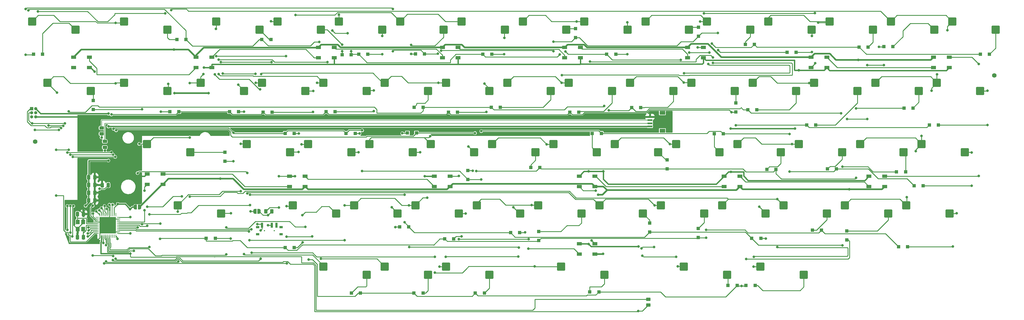
<source format=gbr>
%TF.GenerationSoftware,KiCad,Pcbnew,(6.0.7-1)-1*%
%TF.CreationDate,2022-10-07T20:49:55+02:00*%
%TF.ProjectId,hedgehog-lite,68656467-6568-46f6-972d-6c6974652e6b,rev?*%
%TF.SameCoordinates,Original*%
%TF.FileFunction,Copper,L1,Top*%
%TF.FilePolarity,Positive*%
%FSLAX46Y46*%
G04 Gerber Fmt 4.6, Leading zero omitted, Abs format (unit mm)*
G04 Created by KiCad (PCBNEW (6.0.7-1)-1) date 2022-10-07 20:49:55*
%MOMM*%
%LPD*%
G01*
G04 APERTURE LIST*
G04 Aperture macros list*
%AMRoundRect*
0 Rectangle with rounded corners*
0 $1 Rounding radius*
0 $2 $3 $4 $5 $6 $7 $8 $9 X,Y pos of 4 corners*
0 Add a 4 corners polygon primitive as box body*
4,1,4,$2,$3,$4,$5,$6,$7,$8,$9,$2,$3,0*
0 Add four circle primitives for the rounded corners*
1,1,$1+$1,$2,$3*
1,1,$1+$1,$4,$5*
1,1,$1+$1,$6,$7*
1,1,$1+$1,$8,$9*
0 Add four rect primitives between the rounded corners*
20,1,$1+$1,$2,$3,$4,$5,0*
20,1,$1+$1,$4,$5,$6,$7,0*
20,1,$1+$1,$6,$7,$8,$9,0*
20,1,$1+$1,$8,$9,$2,$3,0*%
%AMFreePoly0*
4,1,20,0.000000,0.744959,0.073905,0.744508,0.209726,0.703889,0.328688,0.626782,0.421226,0.519385,0.479903,0.390333,0.500000,0.250000,0.500000,-0.250000,0.499851,-0.262216,0.476331,-0.402017,0.414519,-0.529596,0.319384,-0.634700,0.198574,-0.708877,0.061801,-0.746166,0.000000,-0.745033,0.000000,-0.750000,-0.500000,-0.750000,-0.500000,0.750000,0.000000,0.750000,0.000000,0.744959,
0.000000,0.744959,$1*%
%AMFreePoly1*
4,1,22,0.500000,-0.750000,0.000000,-0.750000,0.000000,-0.745033,-0.079941,-0.743568,-0.215256,-0.701293,-0.333266,-0.622738,-0.424486,-0.514219,-0.481581,-0.384460,-0.499164,-0.250000,-0.500000,-0.250000,-0.500000,0.250000,-0.499164,0.250000,-0.499963,0.256109,-0.478152,0.396186,-0.417904,0.524511,-0.324060,0.630769,-0.204165,0.706417,-0.067858,0.745374,0.000000,0.744959,0.000000,0.750000,
0.500000,0.750000,0.500000,-0.750000,0.500000,-0.750000,$1*%
G04 Aperture macros list end*
%TA.AperFunction,SMDPad,CuDef*%
%ADD10R,1.100000X1.100000*%
%TD*%
%TA.AperFunction,SMDPad,CuDef*%
%ADD11RoundRect,0.254000X-1.016000X-1.016000X1.016000X-1.016000X1.016000X1.016000X-1.016000X1.016000X0*%
%TD*%
%TA.AperFunction,SMDPad,CuDef*%
%ADD12FreePoly0,0.000000*%
%TD*%
%TA.AperFunction,SMDPad,CuDef*%
%ADD13FreePoly1,0.000000*%
%TD*%
%TA.AperFunction,ComponentPad*%
%ADD14O,1.000000X1.000000*%
%TD*%
%TA.AperFunction,ComponentPad*%
%ADD15R,1.000000X1.000000*%
%TD*%
%TA.AperFunction,ComponentPad*%
%ADD16C,1.400000*%
%TD*%
%TA.AperFunction,SMDPad,CuDef*%
%ADD17R,1.500000X1.000000*%
%TD*%
%TA.AperFunction,SMDPad,CuDef*%
%ADD18RoundRect,0.250000X-0.250000X-0.475000X0.250000X-0.475000X0.250000X0.475000X-0.250000X0.475000X0*%
%TD*%
%TA.AperFunction,SMDPad,CuDef*%
%ADD19R,1.550000X0.600000*%
%TD*%
%TA.AperFunction,SMDPad,CuDef*%
%ADD20R,1.800000X1.200000*%
%TD*%
%TA.AperFunction,SMDPad,CuDef*%
%ADD21RoundRect,0.250000X0.450000X-0.262500X0.450000X0.262500X-0.450000X0.262500X-0.450000X-0.262500X0*%
%TD*%
%TA.AperFunction,SMDPad,CuDef*%
%ADD22RoundRect,0.250000X-0.262500X-0.450000X0.262500X-0.450000X0.262500X0.450000X-0.262500X0.450000X0*%
%TD*%
%TA.AperFunction,SMDPad,CuDef*%
%ADD23RoundRect,0.250000X0.250000X0.475000X-0.250000X0.475000X-0.250000X-0.475000X0.250000X-0.475000X0*%
%TD*%
%TA.AperFunction,SMDPad,CuDef*%
%ADD24RoundRect,0.062500X-0.062500X0.475000X-0.062500X-0.475000X0.062500X-0.475000X0.062500X0.475000X0*%
%TD*%
%TA.AperFunction,SMDPad,CuDef*%
%ADD25RoundRect,0.062500X-0.475000X0.062500X-0.475000X-0.062500X0.475000X-0.062500X0.475000X0.062500X0*%
%TD*%
%TA.AperFunction,SMDPad,CuDef*%
%ADD26R,5.200000X5.200000*%
%TD*%
%TA.AperFunction,ComponentPad*%
%ADD27C,0.450000*%
%TD*%
%TA.AperFunction,SMDPad,CuDef*%
%ADD28R,1.000000X0.800000*%
%TD*%
%TA.AperFunction,SMDPad,CuDef*%
%ADD29R,0.700000X1.500000*%
%TD*%
%TA.AperFunction,SMDPad,CuDef*%
%ADD30R,1.200000X1.400000*%
%TD*%
%TA.AperFunction,ViaPad*%
%ADD31C,0.800000*%
%TD*%
%TA.AperFunction,Conductor*%
%ADD32C,0.406400*%
%TD*%
%TA.AperFunction,Conductor*%
%ADD33C,0.508000*%
%TD*%
%TA.AperFunction,Conductor*%
%ADD34C,0.254000*%
%TD*%
%TA.AperFunction,Conductor*%
%ADD35C,0.381000*%
%TD*%
%TA.AperFunction,Conductor*%
%ADD36C,0.200000*%
%TD*%
G04 APERTURE END LIST*
D10*
%TO.P,D5,2,A*%
%TO.N,Net-(D5-Pad2)*%
X-196750000Y-14562500D03*
%TO.P,D5,1,K*%
%TO.N,MISO*%
X-199550000Y-14562500D03*
%TD*%
D11*
%TO.P,K8,2,B*%
%TO.N,Net-(D8-Pad2)*%
X-258984000Y-6860000D03*
%TO.P,K8,1,A*%
%TO.N,COL8*%
X-272446000Y-4320000D03*
%TD*%
D10*
%TO.P,D88,2,A*%
%TO.N,Net-(D88-Pad2)*%
X-297750000Y-14562500D03*
%TO.P,D88,1,K*%
%TO.N,ROW8*%
X-300550000Y-14562500D03*
%TD*%
D12*
%TO.P,JP1,2,B*%
%TO.N,LED_PWR_P*%
X-267655800Y-62054200D03*
D13*
%TO.P,JP1,1,A*%
%TO.N,+5V*%
X-268955800Y-62054200D03*
%TD*%
D11*
%TO.P,K22,2,B*%
%TO.N,Net-(D22-Pad2)*%
X-87534000Y-44960000D03*
%TO.P,K22,1,A*%
%TO.N,COL2*%
X-100996000Y-42420000D03*
%TD*%
D10*
%TO.P,D11,2,A*%
%TO.N,Net-(D11-Pad2)*%
X-57686000Y-36514500D03*
%TO.P,D11,1,K*%
%TO.N,ROW1*%
X-60486000Y-36514500D03*
%TD*%
D14*
%TO.P,J2,6,GND*%
%TO.N,GND*%
X-299871000Y-34030600D03*
%TO.P,J2,5,~{RST}*%
%TO.N,RST*%
X-301141000Y-34030600D03*
%TO.P,J2,4,MOSI*%
%TO.N,COL0*%
X-299871000Y-32760600D03*
%TO.P,J2,3,SCK*%
%TO.N,ROW8*%
X-301141000Y-32760600D03*
%TO.P,J2,2,VCC*%
%TO.N,+5V*%
X-299871000Y-31490600D03*
D15*
%TO.P,J2,1,MISO*%
%TO.N,MISO*%
X-301141000Y-31490600D03*
%TD*%
D11*
%TO.P,K70,2,B*%
%TO.N,Net-(D70-Pad2)*%
X-20859000Y-6860000D03*
%TO.P,K70,1,A*%
%TO.N,COL0*%
X-34321000Y-4320000D03*
%TD*%
D16*
%TO.P,TH2,1*%
%TO.N,N/C*%
X-2215400Y-21109400D03*
%TD*%
D11*
%TO.P,K82,2,B*%
%TO.N,Net-(D82-Pad2)*%
X-97059000Y-6860000D03*
%TO.P,K82,1,A*%
%TO.N,COL2*%
X-110521000Y-4320000D03*
%TD*%
D10*
%TO.P,D31,2,A*%
%TO.N,Net-(D31-Pad2)*%
X-58682600Y-69217000D03*
%TO.P,D31,1,K*%
%TO.N,ROW3*%
X-55882600Y-69217000D03*
%TD*%
%TO.P,D60,2,A*%
%TO.N,Net-(D60-Pad2)*%
X-27460000Y-31244000D03*
%TO.P,D60,1,K*%
%TO.N,ROW6*%
X-30260000Y-31244000D03*
%TD*%
D11*
%TO.P,K41,2,B*%
%TO.N,Net-(D41-Pad2)*%
X-61340250Y-83060000D03*
%TO.P,K41,1,A*%
%TO.N,COL1*%
X-74802250Y-80520000D03*
%TD*%
%TO.P,K7,2,B*%
%TO.N,Net-(D7-Pad2)*%
X-230409000Y-6860000D03*
%TO.P,K7,1,A*%
%TO.N,COL7*%
X-243871000Y-4320000D03*
%TD*%
%TO.P,K63,2,B*%
%TO.N,Net-(D63-Pad2)*%
X-144684000Y-44960000D03*
%TO.P,K63,1,A*%
%TO.N,COL3*%
X-158146000Y-42420000D03*
%TD*%
D10*
%TO.P,D41,2,A*%
%TO.N,Net-(D41-Pad2)*%
X-76485000Y-86385000D03*
%TO.P,D41,1,K*%
%TO.N,ROW4*%
X-79285000Y-86385000D03*
%TD*%
%TO.P,D3,2,A*%
%TO.N,Net-(D3-Pad2)*%
X-119750000Y-14562500D03*
%TO.P,D3,1,K*%
%TO.N,MISO*%
X-122550000Y-14562500D03*
%TD*%
%TO.P,D2,2,A*%
%TO.N,Net-(D2-Pad2)*%
X-79536000Y-11457400D03*
%TO.P,D2,1,K*%
%TO.N,MISO*%
X-76736000Y-11457400D03*
%TD*%
D17*
%TO.P,DL14,4,DIN*%
%TO.N,Net-(DL13-Pad2)*%
X-245200000Y-15462500D03*
%TO.P,DL14,3,VSS*%
%TO.N,GND*%
X-245200000Y-18662500D03*
%TO.P,DL14,2,DOUT*%
%TO.N,Net-(DL14-Pad2)*%
X-250100000Y-18662500D03*
%TO.P,DL14,1,VDD*%
%TO.N,LED_PWR_P*%
X-250100000Y-15462500D03*
%TD*%
D16*
%TO.P,TH1,1*%
%TO.N,N/C*%
X-300055800Y-41734200D03*
%TD*%
D17*
%TO.P,DL1,4,DIN*%
%TO.N,RGB*%
X-265269400Y-54967400D03*
%TO.P,DL1,3,VSS*%
%TO.N,GND*%
X-265269400Y-51767400D03*
%TO.P,DL1,2,DOUT*%
%TO.N,Net-(DL1-Pad2)*%
X-260369400Y-51767400D03*
%TO.P,DL1,1,VDD*%
%TO.N,LED_PWR_P*%
X-260369400Y-54967400D03*
%TD*%
D10*
%TO.P,D53,2,A*%
%TO.N,Net-(D53-Pad2)*%
X-149600000Y-70000000D03*
%TO.P,D53,1,K*%
%TO.N,ROW5*%
X-152400000Y-70000000D03*
%TD*%
%TO.P,D44,2,A*%
%TO.N,Net-(D44-Pad2)*%
X-160559000Y-88798000D03*
%TO.P,D44,1,K*%
%TO.N,ROW4*%
X-163359000Y-88798000D03*
%TD*%
%TO.P,D54,2,A*%
%TO.N,Net-(D54-Pad2)*%
X-186854000Y-68224000D03*
%TO.P,D54,1,K*%
%TO.N,ROW5*%
X-184054000Y-68224000D03*
%TD*%
%TO.P,D16,2,A*%
%TO.N,Net-(D16-Pad2)*%
X-226469000Y-32514000D03*
%TO.P,D16,1,K*%
%TO.N,ROW1*%
X-229269000Y-32514000D03*
%TD*%
%TO.P,D14,2,A*%
%TO.N,Net-(D14-Pad2)*%
X-168938000Y-32514000D03*
%TO.P,D14,1,K*%
%TO.N,ROW1*%
X-171738000Y-32514000D03*
%TD*%
%TO.P,D20,2,A*%
%TO.N,Net-(D20-Pad2)*%
X-24285000Y-55437500D03*
%TO.P,D20,1,K*%
%TO.N,ROW2*%
X-27085000Y-55437500D03*
%TD*%
D11*
%TO.P,K32,2,B*%
%TO.N,Net-(D32-Pad2)*%
X-92296500Y-64010000D03*
%TO.P,K32,1,A*%
%TO.N,COL2*%
X-105758500Y-61470000D03*
%TD*%
D10*
%TO.P,D30,2,A*%
%TO.N,Net-(D30-Pad2)*%
X-29111000Y-74360500D03*
%TO.P,D30,1,K*%
%TO.N,ROW3*%
X-31911000Y-74360500D03*
%TD*%
D18*
%TO.P,C3,2*%
%TO.N,GND*%
X-281550000Y-57587000D03*
%TO.P,C3,1*%
%TO.N,+5V*%
X-283450000Y-57587000D03*
%TD*%
D11*
%TO.P,K10,2,B*%
%TO.N,Net-(D10-Pad2)*%
X-6571500Y-25910000D03*
%TO.P,K10,1,A*%
%TO.N,COL0*%
X-20033500Y-23370000D03*
%TD*%
%TO.P,K11,2,B*%
%TO.N,Net-(D11-Pad2)*%
X-44671500Y-25910000D03*
%TO.P,K11,1,A*%
%TO.N,COL1*%
X-58133500Y-23370000D03*
%TD*%
%TO.P,K27,2,B*%
%TO.N,Net-(D27-Pad2)*%
X-251840250Y-44960000D03*
%TO.P,K27,1,A*%
%TO.N,COL7*%
X-265302250Y-42420000D03*
%TD*%
D10*
%TO.P,D4,2,A*%
%TO.N,Net-(D4-Pad2)*%
X-158250000Y-14562500D03*
%TO.P,D4,1,K*%
%TO.N,MISO*%
X-161050000Y-14562500D03*
%TD*%
D17*
%TO.P,DL3,4,DIN*%
%TO.N,Net-(DL2-Pad2)*%
X-176100000Y-55662500D03*
%TO.P,DL3,3,VSS*%
%TO.N,GND*%
X-176100000Y-52462500D03*
%TO.P,DL3,2,DOUT*%
%TO.N,Net-(DL3-Pad2)*%
X-171200000Y-52462500D03*
%TO.P,DL3,1,VDD*%
%TO.N,LED_PWR_P*%
X-171200000Y-55662500D03*
%TD*%
D11*
%TO.P,K42,2,B*%
%TO.N,Net-(D42-Pad2)*%
X-85152750Y-83060000D03*
%TO.P,K42,1,A*%
%TO.N,COL2*%
X-98614750Y-80520000D03*
%TD*%
%TO.P,K45,2,B*%
%TO.N,Net-(D45-Pad2)*%
X-178021500Y-83060000D03*
%TO.P,K45,1,A*%
%TO.N,COL5*%
X-191483500Y-80520000D03*
%TD*%
%TO.P,K12,2,B*%
%TO.N,Net-(D12-Pad2)*%
X-82771500Y-25910000D03*
%TO.P,K12,1,A*%
%TO.N,COL2*%
X-96233500Y-23370000D03*
%TD*%
%TO.P,K72,2,B*%
%TO.N,Net-(D72-Pad2)*%
X-101821500Y-25910000D03*
%TO.P,K72,1,A*%
%TO.N,COL2*%
X-115283500Y-23370000D03*
%TD*%
D10*
%TO.P,D81,2,A*%
%TO.N,Net-(D81-Pad2)*%
X-63731200Y-13895800D03*
%TO.P,D81,1,K*%
%TO.N,ROW8*%
X-66531200Y-13895800D03*
%TD*%
%TO.P,D10,2,A*%
%TO.N,Net-(D10-Pad2)*%
X-19586000Y-36514500D03*
%TO.P,D10,1,K*%
%TO.N,ROW1*%
X-22386000Y-36514500D03*
%TD*%
D11*
%TO.P,K34,2,B*%
%TO.N,Net-(D34-Pad2)*%
X-168496500Y-64010000D03*
%TO.P,K34,1,A*%
%TO.N,COL4*%
X-181958500Y-61470000D03*
%TD*%
D10*
%TO.P,D50,2,A*%
%TO.N,Net-(D50-Pad2)*%
X-29750000Y-51062500D03*
%TO.P,D50,1,K*%
%TO.N,ROW5*%
X-32550000Y-51062500D03*
%TD*%
%TO.P,D35,2,A*%
%TO.N,Net-(D35-Pad2)*%
X-219611000Y-74614500D03*
%TO.P,D35,1,K*%
%TO.N,ROW3*%
X-222411000Y-74614500D03*
%TD*%
%TO.P,D38,2,A*%
%TO.N,Net-(D38-Pad2)*%
X-282000000Y-28900000D03*
%TO.P,D38,1,K*%
%TO.N,ROW3*%
X-282000000Y-31700000D03*
%TD*%
D11*
%TO.P,K13,2,B*%
%TO.N,Net-(D13-Pad2)*%
X-120871500Y-25910000D03*
%TO.P,K13,1,A*%
%TO.N,COL3*%
X-134333500Y-23370000D03*
%TD*%
D10*
%TO.P,D40,2,A*%
%TO.N,Net-(D40-Pad2)*%
X-48040000Y-69491000D03*
%TO.P,D40,1,K*%
%TO.N,ROW4*%
X-48040000Y-72291000D03*
%TD*%
%TO.P,D6,2,A*%
%TO.N,Net-(D6-Pad2)*%
X-204732600Y-14657800D03*
%TO.P,D6,1,K*%
%TO.N,MISO*%
X-201932600Y-14657800D03*
%TD*%
D19*
%TO.P,J1,4,Pin_4*%
%TO.N,GND*%
X-109125000Y-34000000D03*
%TO.P,J1,3,Pin_3*%
%TO.N,DP*%
X-109125000Y-35000000D03*
%TO.P,J1,2,Pin_2*%
%TO.N,DN*%
X-109125000Y-36000000D03*
%TO.P,J1,1,Pin_1*%
%TO.N,+5V*%
X-109125000Y-37000000D03*
D20*
%TO.P,J1,*%
%TO.N,*%
X-105250000Y-38300000D03*
X-105250000Y-32700000D03*
%TD*%
D11*
%TO.P,K73,2,B*%
%TO.N,Net-(D73-Pad2)*%
X-139921500Y-25910000D03*
%TO.P,K73,1,A*%
%TO.N,COL3*%
X-153383500Y-23370000D03*
%TD*%
%TO.P,K81,2,B*%
%TO.N,Net-(D81-Pad2)*%
X-58959000Y-6860000D03*
%TO.P,K81,1,A*%
%TO.N,COL1*%
X-72421000Y-4320000D03*
%TD*%
%TO.P,K74,2,B*%
%TO.N,Net-(D74-Pad2)*%
X-178021500Y-25910000D03*
%TO.P,K74,1,A*%
%TO.N,COL4*%
X-191483500Y-23370000D03*
%TD*%
%TO.P,K40,2,B*%
%TO.N,Net-(D40-Pad2)*%
X-35146500Y-64010000D03*
%TO.P,K40,1,A*%
%TO.N,COL0*%
X-48608500Y-61470000D03*
%TD*%
%TO.P,K52,2,B*%
%TO.N,Net-(D52-Pad2)*%
X-111346500Y-64010000D03*
%TO.P,K52,1,A*%
%TO.N,COL2*%
X-124808500Y-61470000D03*
%TD*%
D21*
%TO.P,R4,2*%
%TO.N,DN*%
X-278415000Y-41634500D03*
%TO.P,R4,1*%
%TO.N,Net-(R4-Pad1)*%
X-278415000Y-43459500D03*
%TD*%
D11*
%TO.P,K16,2,B*%
%TO.N,Net-(D16-Pad2)*%
X-216121500Y-25910000D03*
%TO.P,K16,1,A*%
%TO.N,COL6*%
X-229583500Y-23370000D03*
%TD*%
%TO.P,K60,2,B*%
%TO.N,Net-(D60-Pad2)*%
X-25621500Y-25910000D03*
%TO.P,K60,1,A*%
%TO.N,COL0*%
X-39083500Y-23370000D03*
%TD*%
D10*
%TO.P,D25,2,A*%
%TO.N,Net-(D25-Pad2)*%
X-200691000Y-39141000D03*
%TO.P,D25,1,K*%
%TO.N,ROW2*%
X-203491000Y-39141000D03*
%TD*%
%TO.P,D82,2,A*%
%TO.N,Net-(D82-Pad2)*%
X-94061800Y-6171200D03*
%TO.P,D82,1,K*%
%TO.N,ROW8*%
X-94061800Y-8971200D03*
%TD*%
%TO.P,D8,2,A*%
%TO.N,Net-(D8-Pad2)*%
X-256066000Y-9933400D03*
%TO.P,D8,1,K*%
%TO.N,MISO*%
X-253266000Y-9933400D03*
%TD*%
D17*
%TO.P,DL15,4,DIN*%
%TO.N,Net-(DL14-Pad2)*%
X-283200000Y-15462500D03*
%TO.P,DL15,3,VSS*%
%TO.N,GND*%
X-283200000Y-18662500D03*
%TO.P,DL15,2,DOUT*%
%TO.N,unconnected-(DL15-Pad2)*%
X-288100000Y-18662500D03*
%TO.P,DL15,1,VDD*%
%TO.N,LED_PWR_P*%
X-288100000Y-15462500D03*
%TD*%
D12*
%TO.P,JP2,2,B*%
%TO.N,Net-(JP2-Pad2)*%
X-230521000Y-63375000D03*
D13*
%TO.P,JP2,1,A*%
%TO.N,Net-(JP2-Pad1)*%
X-231821000Y-63375000D03*
%TD*%
D10*
%TO.P,D18,2,A*%
%TO.N,Net-(D18-Pad2)*%
X-258225000Y-32387000D03*
%TO.P,D18,1,K*%
%TO.N,ROW1*%
X-255425000Y-32387000D03*
%TD*%
D11*
%TO.P,K23,2,B*%
%TO.N,Net-(D23-Pad2)*%
X-125634000Y-44960000D03*
%TO.P,K23,1,A*%
%TO.N,COL3*%
X-139096000Y-42420000D03*
%TD*%
D10*
%TO.P,D34,2,A*%
%TO.N,Net-(D34-Pad2)*%
X-170058600Y-71909400D03*
%TO.P,D34,1,K*%
%TO.N,ROW3*%
X-172858600Y-71909400D03*
%TD*%
D17*
%TO.P,DL12,4,DIN*%
%TO.N,Net-(DL11-Pad2)*%
X-168700000Y-12400000D03*
%TO.P,DL12,3,VSS*%
%TO.N,GND*%
X-168700000Y-15600000D03*
%TO.P,DL12,2,DOUT*%
%TO.N,Net-(DL12-Pad2)*%
X-173600000Y-15600000D03*
%TO.P,DL12,1,VDD*%
%TO.N,LED_PWR_P*%
X-173600000Y-12400000D03*
%TD*%
%TO.P,DL2,4,DIN*%
%TO.N,Net-(DL1-Pad2)*%
X-221100000Y-55662500D03*
%TO.P,DL2,3,VSS*%
%TO.N,GND*%
X-221100000Y-52462500D03*
%TO.P,DL2,2,DOUT*%
%TO.N,Net-(DL2-Pad2)*%
X-216200000Y-52462500D03*
%TO.P,DL2,1,VDD*%
%TO.N,LED_PWR_P*%
X-216200000Y-55662500D03*
%TD*%
D11*
%TO.P,K24,2,B*%
%TO.N,Net-(D24-Pad2)*%
X-163734000Y-44960000D03*
%TO.P,K24,1,A*%
%TO.N,COL4*%
X-177196000Y-42420000D03*
%TD*%
%TO.P,K43,2,B*%
%TO.N,Net-(D43-Pad2)*%
X-123252750Y-83060000D03*
%TO.P,K43,1,A*%
%TO.N,COL3*%
X-136714750Y-80520000D03*
%TD*%
%TO.P,K3,2,B*%
%TO.N,Net-(D3-Pad2)*%
X-116109000Y-6860000D03*
%TO.P,K3,1,A*%
%TO.N,COL3*%
X-129571000Y-4320000D03*
%TD*%
D18*
%TO.P,C4,2*%
%TO.N,GND*%
X-281550000Y-60000000D03*
%TO.P,C4,1*%
%TO.N,+5V*%
X-283450000Y-60000000D03*
%TD*%
D10*
%TO.P,D83,2,A*%
%TO.N,Net-(D83-Pad2)*%
X-132212600Y-6552200D03*
%TO.P,D83,1,K*%
%TO.N,ROW8*%
X-132212600Y-9352200D03*
%TD*%
%TO.P,D0,2,A*%
%TO.N,Net-(D0-Pad2)*%
X-3750000Y-14562500D03*
%TO.P,D0,1,K*%
%TO.N,MISO*%
X-6550000Y-14562500D03*
%TD*%
D11*
%TO.P,K83,2,B*%
%TO.N,Net-(D83-Pad2)*%
X-135159000Y-6860000D03*
%TO.P,K83,1,A*%
%TO.N,COL3*%
X-148621000Y-4320000D03*
%TD*%
D17*
%TO.P,DL8,4,DIN*%
%TO.N,Net-(DL7-Pad2)*%
X-16200000Y-15462500D03*
%TO.P,DL8,3,VSS*%
%TO.N,GND*%
X-16200000Y-18662500D03*
%TO.P,DL8,2,DOUT*%
%TO.N,Net-(DL8-Pad2)*%
X-21100000Y-18662500D03*
%TO.P,DL8,1,VDD*%
%TO.N,LED_PWR_P*%
X-21100000Y-15462500D03*
%TD*%
D11*
%TO.P,K61,2,B*%
%TO.N,Net-(D61-Pad2)*%
X-68484000Y-44960000D03*
%TO.P,K61,1,A*%
%TO.N,COL1*%
X-81946000Y-42420000D03*
%TD*%
D10*
%TO.P,D17,2,A*%
%TO.N,Net-(D17-Pad2)*%
X-236883000Y-32387000D03*
%TO.P,D17,1,K*%
%TO.N,ROW1*%
X-239683000Y-32387000D03*
%TD*%
D17*
%TO.P,DL13,4,DIN*%
%TO.N,Net-(DL12-Pad2)*%
X-207200000Y-12400000D03*
%TO.P,DL13,3,VSS*%
%TO.N,GND*%
X-207200000Y-15600000D03*
%TO.P,DL13,2,DOUT*%
%TO.N,Net-(DL13-Pad2)*%
X-212100000Y-15600000D03*
%TO.P,DL13,1,VDD*%
%TO.N,LED_PWR_P*%
X-212100000Y-12400000D03*
%TD*%
D11*
%TO.P,K30,2,B*%
%TO.N,Net-(D30-Pad2)*%
X-16096500Y-64010000D03*
%TO.P,K30,1,A*%
%TO.N,COL0*%
X-29558500Y-61470000D03*
%TD*%
D10*
%TO.P,D7,2,A*%
%TO.N,Net-(D7-Pad2)*%
X-226853000Y-9931000D03*
%TO.P,D7,1,K*%
%TO.N,MISO*%
X-229653000Y-9931000D03*
%TD*%
%TO.P,D84,2,A*%
%TO.N,Net-(D84-Pad2)*%
X-181948800Y-14429200D03*
%TO.P,D84,1,K*%
%TO.N,ROW8*%
X-179148800Y-14429200D03*
%TD*%
D11*
%TO.P,K31,2,B*%
%TO.N,Net-(D31-Pad2)*%
X-54196500Y-64010000D03*
%TO.P,K31,1,A*%
%TO.N,COL1*%
X-67658500Y-61470000D03*
%TD*%
D22*
%TO.P,R2,2*%
%TO.N,Net-(JP2-Pad2)*%
X-226578500Y-63398000D03*
%TO.P,R2,1*%
%TO.N,GND*%
X-228403500Y-63398000D03*
%TD*%
D10*
%TO.P,D15,2,A*%
%TO.N,Net-(D15-Pad2)*%
X-206911000Y-32387000D03*
%TO.P,D15,1,K*%
%TO.N,ROW1*%
X-209711000Y-32387000D03*
%TD*%
%TO.P,D73,2,A*%
%TO.N,Net-(D73-Pad2)*%
X-155600000Y-31000000D03*
%TO.P,D73,1,K*%
%TO.N,ROW7*%
X-158400000Y-31000000D03*
%TD*%
D11*
%TO.P,K46,2,B*%
%TO.N,Net-(D46-Pad2)*%
X-197071500Y-83060000D03*
%TO.P,K46,1,A*%
%TO.N,COL6*%
X-210533500Y-80520000D03*
%TD*%
D10*
%TO.P,D26,2,A*%
%TO.N,Net-(D26-Pad2)*%
X-219614000Y-39141000D03*
%TO.P,D26,1,K*%
%TO.N,ROW2*%
X-222414000Y-39141000D03*
%TD*%
%TO.P,D21,2,A*%
%TO.N,Net-(D21-Pad2)*%
X-54009000Y-50167000D03*
%TO.P,D21,1,K*%
%TO.N,ROW2*%
X-51209000Y-50167000D03*
%TD*%
%TO.P,D63,2,A*%
%TO.N,Net-(D63-Pad2)*%
X-146160200Y-49760600D03*
%TO.P,D63,1,K*%
%TO.N,ROW6*%
X-143360200Y-49760600D03*
%TD*%
D17*
%TO.P,DL7,4,DIN*%
%TO.N,Net-(DL6-Pad2)*%
X-41100000Y-55662500D03*
%TO.P,DL7,3,VSS*%
%TO.N,GND*%
X-41100000Y-52462500D03*
%TO.P,DL7,2,DOUT*%
%TO.N,Net-(DL7-Pad2)*%
X-36200000Y-52462500D03*
%TO.P,DL7,1,VDD*%
%TO.N,LED_PWR_P*%
X-36200000Y-55662500D03*
%TD*%
D11*
%TO.P,K36,2,B*%
%TO.N,Net-(D36-Pad2)*%
X-242315250Y-64010000D03*
%TO.P,K36,1,A*%
%TO.N,COL6*%
X-255777250Y-61470000D03*
%TD*%
D10*
%TO.P,D27,2,A*%
%TO.N,Net-(D27-Pad2)*%
X-241127800Y-45007800D03*
%TO.P,D27,1,K*%
%TO.N,ROW2*%
X-241127800Y-47807800D03*
%TD*%
%TO.P,D72,2,A*%
%TO.N,Net-(D72-Pad2)*%
X-112042000Y-31117000D03*
%TO.P,D72,1,K*%
%TO.N,ROW7*%
X-114842000Y-31117000D03*
%TD*%
%TO.P,D51,2,A*%
%TO.N,Net-(D51-Pad2)*%
X-74707000Y-71780000D03*
%TO.P,D51,1,K*%
%TO.N,ROW5*%
X-77507000Y-71780000D03*
%TD*%
D11*
%TO.P,K2,2,B*%
%TO.N,Net-(D2-Pad2)*%
X-78009000Y-6860000D03*
%TO.P,K2,1,A*%
%TO.N,COL2*%
X-91471000Y-4320000D03*
%TD*%
D10*
%TO.P,D1,2,A*%
%TO.N,Net-(D1-Pad2)*%
X-41404600Y-12295600D03*
%TO.P,D1,1,K*%
%TO.N,MISO*%
X-44204600Y-12295600D03*
%TD*%
D11*
%TO.P,K1,2,B*%
%TO.N,Net-(D1-Pad2)*%
X-39909000Y-6860000D03*
%TO.P,K1,1,A*%
%TO.N,COL1*%
X-53371000Y-4320000D03*
%TD*%
%TO.P,K26,2,B*%
%TO.N,Net-(D26-Pad2)*%
X-220884000Y-44960000D03*
%TO.P,K26,1,A*%
%TO.N,COL6*%
X-234346000Y-42420000D03*
%TD*%
%TO.P,K44,2,B*%
%TO.N,Net-(D44-Pad2)*%
X-158971500Y-83060000D03*
%TO.P,K44,1,A*%
%TO.N,COL4*%
X-172433500Y-80520000D03*
%TD*%
D23*
%TO.P,C5,2*%
%TO.N,XTAL2*%
X-286950000Y-64200000D03*
%TO.P,C5,1*%
%TO.N,GND*%
X-285050000Y-64200000D03*
%TD*%
D17*
%TO.P,DL6,4,DIN*%
%TO.N,Net-(DL5-Pad2)*%
X-86100000Y-55662500D03*
%TO.P,DL6,3,VSS*%
%TO.N,GND*%
X-86100000Y-52462500D03*
%TO.P,DL6,2,DOUT*%
%TO.N,Net-(DL6-Pad2)*%
X-81200000Y-52462500D03*
%TO.P,DL6,1,VDD*%
%TO.N,LED_PWR_P*%
X-81200000Y-55662500D03*
%TD*%
D10*
%TO.P,D22,2,A*%
%TO.N,Net-(D22-Pad2)*%
X-89188000Y-39268000D03*
%TO.P,D22,1,K*%
%TO.N,ROW2*%
X-86388000Y-39268000D03*
%TD*%
%TO.P,D24,2,A*%
%TO.N,Net-(D24-Pad2)*%
X-165650000Y-50662500D03*
%TO.P,D24,1,K*%
%TO.N,ROW2*%
X-165650000Y-53462500D03*
%TD*%
D11*
%TO.P,K38,2,B*%
%TO.N,Net-(D38-Pad2)*%
X-282796500Y-25910000D03*
%TO.P,K38,1,A*%
%TO.N,COL8*%
X-296258500Y-23370000D03*
%TD*%
%TO.P,K54,2,B*%
%TO.N,Net-(D54-Pad2)*%
X-187546500Y-64010000D03*
%TO.P,K54,1,A*%
%TO.N,COL4*%
X-201008500Y-61470000D03*
%TD*%
D10*
%TO.P,D33,2,A*%
%TO.N,Net-(D33-Pad2)*%
X-143650000Y-69662500D03*
%TO.P,D33,1,K*%
%TO.N,ROW3*%
X-143650000Y-72462500D03*
%TD*%
D24*
%TO.P,U1,1,PE6*%
%TO.N,unconnected-(U1-Pad1)*%
X-275000000Y-64378500D03*
%TO.P,U1,2,UVCC*%
%TO.N,+5V*%
X-275500000Y-64378500D03*
%TO.P,U1,3,D-*%
%TO.N,Net-(R4-Pad1)*%
X-276000000Y-64378500D03*
%TO.P,U1,4,D+*%
%TO.N,Net-(R3-Pad1)*%
X-276500000Y-64378500D03*
%TO.P,U1,5,UGND*%
%TO.N,GND*%
X-277000000Y-64378500D03*
%TO.P,U1,6,UCAP*%
%TO.N,Net-(C7-Pad1)*%
X-277500000Y-64378500D03*
%TO.P,U1,7,VBUS*%
%TO.N,+5V*%
X-278000000Y-64378500D03*
%TO.P,U1,8,PB0*%
%TO.N,unconnected-(U1-Pad8)*%
X-278500000Y-64378500D03*
%TO.P,U1,9,PB1*%
%TO.N,ROW8*%
X-279000000Y-64378500D03*
%TO.P,U1,10,PB2*%
%TO.N,COL0*%
X-279500000Y-64378500D03*
%TO.P,U1,11,PB3*%
%TO.N,MISO*%
X-280000000Y-64378500D03*
D25*
%TO.P,U1,12,PB7*%
%TO.N,unconnected-(U1-Pad12)*%
X-280837500Y-65216000D03*
%TO.P,U1,13,~{RESET}*%
%TO.N,RST*%
X-280837500Y-65716000D03*
%TO.P,U1,14,VCC*%
%TO.N,+5V*%
X-280837500Y-66216000D03*
%TO.P,U1,15,GND*%
%TO.N,GND*%
X-280837500Y-66716000D03*
%TO.P,U1,16,XTAL2*%
%TO.N,XTAL2*%
X-280837500Y-67216000D03*
%TO.P,U1,17,XTAL1*%
%TO.N,XTAL1*%
X-280837500Y-67716000D03*
%TO.P,U1,18,PD0*%
%TO.N,COL8*%
X-280837500Y-68216000D03*
%TO.P,U1,19,PD1*%
%TO.N,ROW1*%
X-280837500Y-68716000D03*
%TO.P,U1,20,PD2*%
%TO.N,ROW2*%
X-280837500Y-69216000D03*
%TO.P,U1,21,PD3*%
%TO.N,ROW6*%
X-280837500Y-69716000D03*
%TO.P,U1,22,PD5*%
%TO.N,ROW7*%
X-280837500Y-70216000D03*
D24*
%TO.P,U1,23,GND*%
%TO.N,GND*%
X-280000000Y-71053500D03*
%TO.P,U1,24,AVCC*%
%TO.N,+5V*%
X-279500000Y-71053500D03*
%TO.P,U1,25,PD4*%
%TO.N,COL5*%
X-279000000Y-71053500D03*
%TO.P,U1,26,PD6*%
%TO.N,COL6*%
X-278500000Y-71053500D03*
%TO.P,U1,27,PD7*%
%TO.N,COL7*%
X-278000000Y-71053500D03*
%TO.P,U1,28,PB4*%
%TO.N,ROW4*%
X-277500000Y-71053500D03*
%TO.P,U1,29,PB5*%
%TO.N,ROW5*%
X-277000000Y-71053500D03*
%TO.P,U1,30,PB6*%
%TO.N,unconnected-(U1-Pad30)*%
X-276500000Y-71053500D03*
%TO.P,U1,31,PC6*%
%TO.N,unconnected-(U1-Pad31)*%
X-276000000Y-71053500D03*
%TO.P,U1,32,PC7*%
%TO.N,unconnected-(U1-Pad32)*%
X-275500000Y-71053500D03*
%TO.P,U1,33,~{HWB}/PE2*%
%TO.N,Net-(JP2-Pad1)*%
X-275000000Y-71053500D03*
D25*
%TO.P,U1,34,VCC*%
%TO.N,+5V*%
X-274162500Y-70216000D03*
%TO.P,U1,35,GND*%
%TO.N,GND*%
X-274162500Y-69716000D03*
%TO.P,U1,36,PF7*%
%TO.N,COL4*%
X-274162500Y-69216000D03*
%TO.P,U1,37,PF6*%
%TO.N,COL3*%
X-274162500Y-68716000D03*
%TO.P,U1,38,PF5*%
%TO.N,COL2*%
X-274162500Y-68216000D03*
%TO.P,U1,39,PF4*%
%TO.N,COL1*%
X-274162500Y-67716000D03*
%TO.P,U1,40,PF1*%
%TO.N,ROW3*%
X-274162500Y-67216000D03*
%TO.P,U1,41,PF0*%
%TO.N,RGB*%
X-274162500Y-66716000D03*
%TO.P,U1,42,AREF*%
%TO.N,unconnected-(U1-Pad42)*%
X-274162500Y-66216000D03*
%TO.P,U1,43,GND*%
%TO.N,GND*%
X-274162500Y-65716000D03*
%TO.P,U1,44,AVCC*%
%TO.N,+5V*%
X-274162500Y-65216000D03*
D26*
%TO.P,U1,45,GND*%
%TO.N,GND*%
X-277500000Y-67716000D03*
%TD*%
D11*
%TO.P,K51,2,B*%
%TO.N,Net-(D51-Pad2)*%
X-73246500Y-64010000D03*
%TO.P,K51,1,A*%
%TO.N,COL1*%
X-86708500Y-61470000D03*
%TD*%
%TO.P,K53,2,B*%
%TO.N,Net-(D53-Pad2)*%
X-149446500Y-64010000D03*
%TO.P,K53,1,A*%
%TO.N,COL3*%
X-162908500Y-61470000D03*
%TD*%
%TO.P,K88,2,B*%
%TO.N,Net-(D88-Pad2)*%
X-287559000Y-6860000D03*
%TO.P,K88,1,A*%
%TO.N,COL8*%
X-301021000Y-4320000D03*
%TD*%
%TO.P,K21,2,B*%
%TO.N,Net-(D21-Pad2)*%
X-49434000Y-44960000D03*
%TO.P,K21,1,A*%
%TO.N,COL1*%
X-62896000Y-42420000D03*
%TD*%
%TO.P,K15,2,B*%
%TO.N,Net-(D15-Pad2)*%
X-197071500Y-25910000D03*
%TO.P,K15,1,A*%
%TO.N,COL5*%
X-210533500Y-23370000D03*
%TD*%
D17*
%TO.P,DL9,4,DIN*%
%TO.N,Net-(DL8-Pad2)*%
X-54200000Y-15462500D03*
%TO.P,DL9,3,VSS*%
%TO.N,GND*%
X-54200000Y-18662500D03*
%TO.P,DL9,2,DOUT*%
%TO.N,Net-(DL10-Pad4)*%
X-59100000Y-18662500D03*
%TO.P,DL9,1,VDD*%
%TO.N,LED_PWR_P*%
X-59100000Y-15462500D03*
%TD*%
D18*
%TO.P,C2,2*%
%TO.N,GND*%
X-281550000Y-55174000D03*
%TO.P,C2,1*%
%TO.N,+5V*%
X-283450000Y-55174000D03*
%TD*%
D10*
%TO.P,D43,2,A*%
%TO.N,Net-(D43-Pad2)*%
X-127799000Y-88417000D03*
%TO.P,D43,1,K*%
%TO.N,ROW4*%
X-124999000Y-88417000D03*
%TD*%
%TO.P,D13,2,A*%
%TO.N,Net-(D13-Pad2)*%
X-131219000Y-32514000D03*
%TO.P,D13,1,K*%
%TO.N,ROW1*%
X-134019000Y-32514000D03*
%TD*%
D17*
%TO.P,DL4,4,DIN*%
%TO.N,Net-(DL3-Pad2)*%
X-131100000Y-76662500D03*
%TO.P,DL4,3,VSS*%
%TO.N,GND*%
X-131100000Y-73462500D03*
%TO.P,DL4,2,DOUT*%
%TO.N,Net-(DL4-Pad2)*%
X-126200000Y-73462500D03*
%TO.P,DL4,1,VDD*%
%TO.N,LED_PWR_P*%
X-126200000Y-76662500D03*
%TD*%
D11*
%TO.P,K64,2,B*%
%TO.N,Net-(D64-Pad2)*%
X-182784000Y-44960000D03*
%TO.P,K64,1,A*%
%TO.N,COL4*%
X-196246000Y-42420000D03*
%TD*%
D10*
%TO.P,D42,2,A*%
%TO.N,Net-(D42-Pad2)*%
X-84873000Y-86385000D03*
%TO.P,D42,1,K*%
%TO.N,ROW4*%
X-82073000Y-86385000D03*
%TD*%
D23*
%TO.P,C7,2*%
%TO.N,GND*%
X-279266400Y-55219200D03*
%TO.P,C7,1*%
%TO.N,Net-(C7-Pad1)*%
X-277366400Y-55219200D03*
%TD*%
D11*
%TO.P,K6,2,B*%
%TO.N,Net-(D6-Pad2)*%
X-211359000Y-6860000D03*
%TO.P,K6,1,A*%
%TO.N,COL6*%
X-224821000Y-4320000D03*
%TD*%
D21*
%TO.P,R1,2*%
%TO.N,+5V*%
X-109635000Y-90679500D03*
%TO.P,R1,1*%
%TO.N,RST*%
X-109635000Y-92504500D03*
%TD*%
D11*
%TO.P,K33,2,B*%
%TO.N,Net-(D33-Pad2)*%
X-130396500Y-64010000D03*
%TO.P,K33,1,A*%
%TO.N,COL3*%
X-143858500Y-61470000D03*
%TD*%
D10*
%TO.P,D46,2,A*%
%TO.N,Net-(D46-Pad2)*%
X-201840000Y-88798000D03*
%TO.P,D46,1,K*%
%TO.N,ROW4*%
X-199040000Y-88798000D03*
%TD*%
D17*
%TO.P,DL11,4,DIN*%
%TO.N,Net-(DL10-Pad2)*%
X-130700000Y-12400000D03*
%TO.P,DL11,3,VSS*%
%TO.N,GND*%
X-130700000Y-15600000D03*
%TO.P,DL11,2,DOUT*%
%TO.N,Net-(DL11-Pad2)*%
X-135600000Y-15600000D03*
%TO.P,DL11,1,VDD*%
%TO.N,LED_PWR_P*%
X-135600000Y-12400000D03*
%TD*%
D11*
%TO.P,K35,2,B*%
%TO.N,Net-(D35-Pad2)*%
X-206596500Y-64010000D03*
%TO.P,K35,1,A*%
%TO.N,COL5*%
X-220058500Y-61470000D03*
%TD*%
%TO.P,K18,2,B*%
%TO.N,Net-(D18-Pad2)*%
X-258984000Y-25910000D03*
%TO.P,K18,1,A*%
%TO.N,COL8*%
X-272446000Y-23370000D03*
%TD*%
D17*
%TO.P,DL5,4,DIN*%
%TO.N,Net-(DL4-Pad2)*%
X-131100000Y-55662500D03*
%TO.P,DL5,3,VSS*%
%TO.N,GND*%
X-131100000Y-52462500D03*
%TO.P,DL5,2,DOUT*%
%TO.N,Net-(DL5-Pad2)*%
X-126200000Y-52462500D03*
%TO.P,DL5,1,VDD*%
%TO.N,LED_PWR_P*%
X-126200000Y-55662500D03*
%TD*%
D11*
%TO.P,K14,2,B*%
%TO.N,Net-(D14-Pad2)*%
X-158971500Y-25910000D03*
%TO.P,K14,1,A*%
%TO.N,COL4*%
X-172433500Y-23370000D03*
%TD*%
D27*
%TO.P,SW2,9*%
%TO.N,N/C*%
X-225837000Y-69407500D03*
%TO.P,SW2,8*%
X-228837000Y-69407500D03*
D28*
%TO.P,SW2,7,7*%
%TO.N,unconnected-(SW2-Pad7)*%
X-223687000Y-70507500D03*
%TO.P,SW2,6,6*%
%TO.N,unconnected-(SW2-Pad6)*%
X-223687000Y-68307500D03*
%TO.P,SW2,5,5*%
%TO.N,unconnected-(SW2-Pad5)*%
X-230987000Y-70507500D03*
%TO.P,SW2,4,4*%
%TO.N,unconnected-(SW2-Pad4)*%
X-230987000Y-68307500D03*
D29*
%TO.P,SW2,3,3*%
%TO.N,unconnected-(SW2-Pad3)*%
X-225087000Y-67657500D03*
%TO.P,SW2,2,2*%
%TO.N,Net-(JP2-Pad2)*%
X-226587000Y-67657500D03*
%TO.P,SW2,1,1*%
%TO.N,Net-(JP2-Pad1)*%
X-229587000Y-67657500D03*
%TD*%
D17*
%TO.P,DL10,4,DIN*%
%TO.N,Net-(DL10-Pad4)*%
X-92550000Y-12400000D03*
%TO.P,DL10,3,VSS*%
%TO.N,GND*%
X-92550000Y-15600000D03*
%TO.P,DL10,2,DOUT*%
%TO.N,Net-(DL10-Pad2)*%
X-97450000Y-15600000D03*
%TO.P,DL10,1,VDD*%
%TO.N,LED_PWR_P*%
X-97450000Y-12400000D03*
%TD*%
D10*
%TO.P,D74,2,A*%
%TO.N,Net-(D74-Pad2)*%
X-182406000Y-30990000D03*
%TO.P,D74,1,K*%
%TO.N,ROW7*%
X-179606000Y-30990000D03*
%TD*%
%TO.P,D23,2,A*%
%TO.N,Net-(D23-Pad2)*%
X-127037000Y-39141000D03*
%TO.P,D23,1,K*%
%TO.N,ROW2*%
X-124237000Y-39141000D03*
%TD*%
D11*
%TO.P,K62,2,B*%
%TO.N,Net-(D62-Pad2)*%
X-106584000Y-44960000D03*
%TO.P,K62,1,A*%
%TO.N,COL2*%
X-120046000Y-42420000D03*
%TD*%
D10*
%TO.P,D64,2,A*%
%TO.N,Net-(D64-Pad2)*%
X-184441000Y-39014000D03*
%TO.P,D64,1,K*%
%TO.N,ROW6*%
X-181641000Y-39014000D03*
%TD*%
D21*
%TO.P,R3,2*%
%TO.N,DP*%
X-279431000Y-37443500D03*
%TO.P,R3,1*%
%TO.N,Net-(R3-Pad1)*%
X-279431000Y-39268500D03*
%TD*%
D10*
%TO.P,D71,2,A*%
%TO.N,Net-(D71-Pad2)*%
X-75974000Y-31752000D03*
%TO.P,D71,1,K*%
%TO.N,ROW7*%
X-78774000Y-31752000D03*
%TD*%
%TO.P,D61,2,A*%
%TO.N,Net-(D61-Pad2)*%
X-72808000Y-50294000D03*
%TO.P,D61,1,K*%
%TO.N,ROW6*%
X-70008000Y-50294000D03*
%TD*%
D11*
%TO.P,K5,2,B*%
%TO.N,Net-(D5-Pad2)*%
X-192309000Y-6860000D03*
%TO.P,K5,1,A*%
%TO.N,COL5*%
X-205771000Y-4320000D03*
%TD*%
%TO.P,K4,2,B*%
%TO.N,Net-(D4-Pad2)*%
X-154209000Y-6860000D03*
%TO.P,K4,1,A*%
%TO.N,COL4*%
X-167671000Y-4320000D03*
%TD*%
%TO.P,K17,2,B*%
%TO.N,Net-(D17-Pad2)*%
X-235171500Y-25910000D03*
%TO.P,K17,1,A*%
%TO.N,COL7*%
X-248633500Y-23370000D03*
%TD*%
D10*
%TO.P,D45,2,A*%
%TO.N,Net-(D45-Pad2)*%
X-179609000Y-88798000D03*
%TO.P,D45,1,K*%
%TO.N,ROW4*%
X-182409000Y-88798000D03*
%TD*%
D30*
%TO.P,Y1,4,4*%
%TO.N,GND*%
X-286850000Y-68898000D03*
%TO.P,Y1,3,3*%
%TO.N,XTAL2*%
X-286850000Y-66698000D03*
%TO.P,Y1,2,2*%
%TO.N,GND*%
X-285150000Y-66698000D03*
%TO.P,Y1,1,1*%
%TO.N,XTAL1*%
X-285150000Y-68898000D03*
%TD*%
D10*
%TO.P,D70,2,A*%
%TO.N,Net-(D70-Pad2)*%
X-33657600Y-12168600D03*
%TO.P,D70,1,K*%
%TO.N,ROW7*%
X-36457600Y-12168600D03*
%TD*%
%TO.P,D52,2,A*%
%TO.N,Net-(D52-Pad2)*%
X-109251000Y-66991500D03*
%TO.P,D52,1,K*%
%TO.N,ROW5*%
X-109251000Y-69791500D03*
%TD*%
D11*
%TO.P,K50,2,B*%
%TO.N,Net-(D50-Pad2)*%
X-30384000Y-44960000D03*
%TO.P,K50,1,A*%
%TO.N,COL0*%
X-43846000Y-42420000D03*
%TD*%
D10*
%TO.P,D62,2,A*%
%TO.N,Net-(D62-Pad2)*%
X-103793000Y-47393000D03*
%TO.P,D62,1,K*%
%TO.N,ROW6*%
X-103793000Y-50193000D03*
%TD*%
D11*
%TO.P,K84,2,B*%
%TO.N,Net-(D84-Pad2)*%
X-173259000Y-6860000D03*
%TO.P,K84,1,A*%
%TO.N,COL4*%
X-186721000Y-4320000D03*
%TD*%
%TO.P,K25,2,B*%
%TO.N,Net-(D25-Pad2)*%
X-201834000Y-44960000D03*
%TO.P,K25,1,A*%
%TO.N,COL5*%
X-215296000Y-42420000D03*
%TD*%
%TO.P,K71,2,B*%
%TO.N,Net-(D71-Pad2)*%
X-63721500Y-25910000D03*
%TO.P,K71,1,A*%
%TO.N,COL1*%
X-77183500Y-23370000D03*
%TD*%
D10*
%TO.P,D36,2,A*%
%TO.N,Net-(D36-Pad2)*%
X-244125000Y-71780000D03*
%TO.P,D36,1,K*%
%TO.N,ROW3*%
X-246925000Y-71780000D03*
%TD*%
%TO.P,D12,2,A*%
%TO.N,Net-(D12-Pad2)*%
X-82500000Y-29700000D03*
%TO.P,D12,1,K*%
%TO.N,ROW1*%
X-82500000Y-32500000D03*
%TD*%
D11*
%TO.P,K0,2,B*%
%TO.N,Net-(D0-Pad2)*%
X-1809000Y-6860000D03*
%TO.P,K0,1,A*%
%TO.N,COL0*%
X-15271000Y-4320000D03*
%TD*%
D18*
%TO.P,C1,2*%
%TO.N,GND*%
X-281550000Y-52761000D03*
%TO.P,C1,1*%
%TO.N,+5V*%
X-283450000Y-52761000D03*
%TD*%
D10*
%TO.P,D32,2,A*%
%TO.N,Net-(D32-Pad2)*%
X-94141000Y-68729000D03*
%TO.P,D32,1,K*%
%TO.N,ROW3*%
X-94141000Y-71529000D03*
%TD*%
D11*
%TO.P,K20,2,B*%
%TO.N,Net-(D20-Pad2)*%
X-11334000Y-44960000D03*
%TO.P,K20,1,A*%
%TO.N,COL0*%
X-24796000Y-42420000D03*
%TD*%
D18*
%TO.P,C6,2*%
%TO.N,XTAL1*%
X-285050000Y-71400000D03*
%TO.P,C6,1*%
%TO.N,GND*%
X-286950000Y-71400000D03*
%TD*%
D31*
%TO.N,GND*%
X-64075000Y-37675000D03*
X-84001000Y-51079000D03*
X-84075000Y-37675000D03*
X-62892700Y-19492700D03*
%TO.N,LED_PWR_P*%
X-44455250Y-16294750D03*
X-47206500Y-56543500D03*
%TO.N,+5V*%
X-284387000Y-61620000D03*
X-270558195Y-62672605D03*
X-274400000Y-61100000D03*
X-270544000Y-65176000D03*
X-270544000Y-70256000D03*
X-277300000Y-37000000D03*
X-270544000Y-76529200D03*
X-277300000Y-47600000D03*
X-277300400Y-33019600D03*
X-278499095Y-61701095D03*
X-282177200Y-61620000D03*
%TO.N,GND*%
X-179104000Y-52476000D03*
X-224366800Y-62229600D03*
X-280700000Y-50400000D03*
X-219302000Y-34000000D03*
X-280955000Y-72519000D03*
X-224366800Y-52476000D03*
X-112683000Y-74320000D03*
X-250412000Y-34000000D03*
X-179038000Y-34000000D03*
X-280700000Y-34000000D03*
X-219363000Y-52476000D03*
X-128177000Y-73558000D03*
X-123605000Y-50952000D03*
X-123671000Y-34000000D03*
X-247684000Y-18694000D03*
X-128177000Y-50952000D03*
X-281593000Y-19964000D03*
%TO.N,Net-(C7-Pad1)*%
X-280094400Y-56387600D03*
X-277757600Y-62636000D03*
%TO.N,RST*%
X-282126400Y-64058400D03*
X-282174200Y-77091000D03*
X-275932396Y-78545700D03*
X-112810000Y-94386000D03*
X-275875000Y-77261900D03*
X-292715367Y-38047512D03*
X-300157400Y-38025800D03*
%TO.N,ROW8*%
X-300993200Y-36016800D03*
X-279484800Y-62382000D03*
X-139121400Y-13632500D03*
X-175037000Y-14378400D03*
X-188981600Y-13561500D03*
X-139070600Y-10631901D03*
X-290813200Y-36016800D03*
X-189007000Y-459200D03*
X-302976800Y-14657800D03*
X-173970200Y-13426502D03*
X-303002200Y-459200D03*
X-88042000Y-7926800D03*
X-87965800Y-13210000D03*
%TO.N,COL0*%
X-291365100Y-36781754D03*
X-280145200Y-63042400D03*
X-259669800Y-1856200D03*
X-295941000Y-36705000D03*
X-26600000Y-44700000D03*
X-24800000Y-39900000D03*
X-299243000Y-1221200D03*
X-257790200Y-780500D03*
X-29400000Y-59000000D03*
X-20000000Y-20800000D03*
X-21700000Y-25900000D03*
X-16800000Y-7100000D03*
%TO.N,MISO*%
X-137114800Y-14607000D03*
X-201884800Y-13561500D03*
X-281059600Y-63398000D03*
X-90632800Y-14022800D03*
X-207752200Y-7190200D03*
X-99599000Y-16258000D03*
X-96932000Y-13972000D03*
X-89921600Y-11203400D03*
X-292009149Y-37447792D03*
X-203053200Y-8028400D03*
X-211867000Y-10746200D03*
X-302187534Y-900477D03*
X-135387600Y-13692600D03*
%TO.N,Net-(JP2-Pad1)*%
X-230053400Y-78107000D03*
X-233203000Y-63375000D03*
X-274455600Y-71932400D03*
X-231044000Y-67312000D03*
X-230056400Y-69341600D03*
X-275062200Y-78107000D03*
%TO.N,ROW1*%
X-283444200Y-69318600D03*
X-82454000Y-36578000D03*
X-83851000Y-32514000D03*
X-290048200Y-69115400D03*
X-276383000Y-33270300D03*
X-290058100Y-45087000D03*
X-276383000Y-45036200D03*
X-290058100Y-61698600D03*
%TO.N,COL1*%
X-76891400Y-77522800D03*
X-254488200Y-58752200D03*
X-252049800Y-58783401D03*
X-59670200Y-23522400D03*
X-56876200Y-4726400D03*
X-76967600Y-80596200D03*
X-265257800Y-61952600D03*
X-65029600Y-42445400D03*
X-69576200Y-74500200D03*
X-265257800Y-67896200D03*
X-69563501Y-59564999D03*
%TO.N,RGB*%
X-266100000Y-56900000D03*
X-266100000Y-63000000D03*
%TO.N,Net-(DL3-Pad2)*%
X-168500000Y-52400000D03*
X-146899083Y-74970099D03*
X-146846000Y-72034000D03*
X-168500000Y-72000000D03*
%TO.N,Net-(DL4-Pad2)*%
X-126000000Y-56900000D03*
X-127285000Y-72414500D03*
%TO.N,Net-(DL7-Pad2)*%
X-7000000Y-52400000D03*
X-7000000Y-17600000D03*
%TO.N,Net-(DL10-Pad4)*%
X-92334600Y-1805400D03*
X-57841400Y-17350200D03*
X-57892200Y-1766700D03*
X-94315800Y-12371800D03*
%TO.N,LED_PWR_P*%
X-256954543Y-13080457D03*
X-256774200Y-26646600D03*
X-123732000Y-76606000D03*
X-125256000Y-58191000D03*
X-242604000Y-53238000D03*
X-246182400Y-26646600D03*
%TO.N,Net-(D4-Pad2)*%
X-154437600Y-14556200D03*
X-154361400Y-9450800D03*
%TO.N,Net-(D5-Pad2)*%
X-192232800Y-8841200D03*
X-192283600Y-14530800D03*
%TO.N,Net-(D6-Pad2)*%
X-204678800Y-11584400D03*
X-204704200Y-13616400D03*
%TO.N,ROW3*%
X-261193800Y-67185000D03*
X-91674200Y-71604600D03*
X-266883400Y-31625000D03*
X-266883400Y-67369500D03*
X-91674200Y-69138000D03*
X-261244600Y-71909400D03*
%TO.N,Net-(D10-Pad2)*%
X-4300000Y-25900000D03*
X-4300000Y-36500000D03*
%TO.N,ROW4*%
X-216185000Y-68201000D03*
X-80650600Y-86539800D03*
X-215118200Y-78361000D03*
X-79228200Y-78208600D03*
X-240721052Y-76750721D03*
X-240721400Y-68370000D03*
%TO.N,ROW2*%
X-275844482Y-45790126D03*
X-275722600Y-37729700D03*
X-289131662Y-61709500D03*
X-198506600Y-50878200D03*
X-161524200Y-38432200D03*
X-283737186Y-70197557D03*
X-65817000Y-50979800D03*
X-289133800Y-69979000D03*
X-65817000Y-39295800D03*
X-161575000Y-53469000D03*
X-198506600Y-38178200D03*
X-238537000Y-38940200D03*
X-238486200Y-47830200D03*
X-289133800Y-45759500D03*
%TO.N,Net-(D14-Pad2)*%
X-159949400Y-32437800D03*
X-160559000Y-23649400D03*
%TO.N,Net-(D15-Pad2)*%
X-194899800Y-25783000D03*
X-194899800Y-32183800D03*
%TO.N,Net-(D16-Pad2)*%
X-213746600Y-32488600D03*
X-213695800Y-25935400D03*
%TO.N,Net-(D17-Pad2)*%
X-237013000Y-24005000D03*
X-235235000Y-32387000D03*
%TO.N,Net-(D18-Pad2)*%
X-258730000Y-23751000D03*
X-261016000Y-32387000D03*
%TO.N,Net-(D20-Pad2)*%
X-9200000Y-45100000D03*
X-9200000Y-55400000D03*
%TO.N,ROW5*%
X-185298600Y-58193400D03*
X-233304600Y-58186500D03*
X-49357800Y-73973700D03*
X-233355400Y-61444600D03*
X-264597400Y-64340200D03*
X-264614572Y-74424707D03*
X-185349400Y-66778600D03*
X-49357800Y-49513500D03*
%TO.N,ROW6*%
X-45116000Y-31371000D03*
X-45116000Y-52961000D03*
X-288357326Y-46444126D03*
X-283750089Y-71123969D03*
X-288205159Y-61709500D03*
X-163099000Y-50827400D03*
X-275181733Y-46437560D03*
X-163454600Y-39041800D03*
X-274909800Y-38178200D03*
X-288524200Y-71147400D03*
%TO.N,ROW7*%
X-123348000Y-30609000D03*
X-36480000Y-17909000D03*
X-293502600Y-44223400D03*
X-289641800Y-44223400D03*
X-47910000Y-34673000D03*
X-289641800Y-32289900D03*
X-49815000Y-32895000D03*
X-41687000Y-34673000D03*
X-38004000Y-12194000D03*
X-121951000Y-31987500D03*
X-41687000Y-17909000D03*
X-293553400Y-58447400D03*
%TO.N,Net-(D24-Pad2)*%
X-165486600Y-43258200D03*
X-164165800Y-50725800D03*
%TO.N,Net-(D25-Pad2)*%
X-199624200Y-44985400D03*
X-199319400Y-39194200D03*
%TO.N,Net-(D53-Pad2)*%
X-151516600Y-62098100D03*
X-147909800Y-69928200D03*
%TO.N,Net-(D54-Pad2)*%
X-189311800Y-62105000D03*
X-188245000Y-68251800D03*
%TO.N,Net-(D26-Pad2)*%
X-218267800Y-44934600D03*
X-218166200Y-39194200D03*
%TO.N,Net-(D64-Pad2)*%
X-186060600Y-39092600D03*
X-180472600Y-44985400D03*
%TO.N,Net-(D30-Pad2)*%
X-15100000Y-74300000D03*
X-13900000Y-64000000D03*
%TO.N,COL2*%
X-93553800Y-4370800D03*
X-100513400Y-80469200D03*
X-98532200Y-20474400D03*
X-107854000Y-74500200D03*
X-268255000Y-68369500D03*
X-234168200Y-51437000D03*
X-101021400Y-77497400D03*
X-234168200Y-57780100D03*
X-107650800Y-61546200D03*
X-111460800Y-77141800D03*
X-111740200Y-74855800D03*
X-98608400Y-23344600D03*
X-268255000Y-51487800D03*
X-90988400Y-17553400D03*
X-102926400Y-42470800D03*
%TO.N,COL3*%
X-89591400Y-15521400D03*
X-144912600Y-80494600D03*
X-145903200Y-61444600D03*
X-136581400Y-23370000D03*
X-141178800Y-42521600D03*
X-89591400Y-17215450D03*
X-175951400Y-77497400D03*
X-136505200Y-21058600D03*
X-131933200Y-4320000D03*
X-175951400Y-82425000D03*
X-127716800Y-16804300D03*
X-232898200Y-68963000D03*
X-232847400Y-76285100D03*
%TO.N,COL4*%
X-243827100Y-15090645D03*
X-230180400Y-25427400D03*
X-183927000Y-74500200D03*
X-184003200Y-61470000D03*
X-233507800Y-72366600D03*
X-172547800Y-77522800D03*
X-149992600Y-77395800D03*
X-149840200Y-74652600D03*
X-178313600Y-59158600D03*
X-174503600Y-80570800D03*
X-219207600Y-2364200D03*
X-229901000Y-20677600D03*
X-203993000Y-72366600D03*
X-244226600Y-20779200D03*
X-233660200Y-69677000D03*
X-222129645Y-15090645D03*
X-174808400Y-23370000D03*
X-177399200Y-40032400D03*
X-203993000Y-61495400D03*
%TO.N,COL5*%
X-214000600Y-71172800D03*
X-205745600Y-2211800D03*
X-212502000Y-23446200D03*
X-243109000Y-20703000D03*
X-278669000Y-79580200D03*
X-211359000Y-78132400D03*
X-221950800Y-71223600D03*
X-221925400Y-79580200D03*
X-209327000Y-16948300D03*
X-243109000Y-16181800D03*
X-217353400Y-42521600D03*
X-221950800Y-61724000D03*
X-278853700Y-73165450D03*
%TO.N,COL6*%
X-231602800Y-20576000D03*
X-255809000Y-63476600D03*
X-255605800Y-78926700D03*
X-241826516Y-20513762D03*
X-236251000Y-57101200D03*
X-226802200Y-4294600D03*
X-278024900Y-73890600D03*
X-242397800Y-16948300D03*
X-278008600Y-78926700D03*
X-231577400Y-23395400D03*
X-236200200Y-42394600D03*
X-235158800Y-76695500D03*
X-226675200Y-16948300D03*
%TO.N,COL7*%
X-267747000Y-42394600D03*
X-243947200Y-6606000D03*
X-247808000Y-20728400D03*
X-252075200Y-23471600D03*
X-269372600Y-75668600D03*
X-252075200Y-40413400D03*
%TO.N,COL8*%
X-275113000Y-23547800D03*
X-275113000Y-4777200D03*
X-293299400Y-26443400D03*
X-283546500Y-68353500D03*
%TO.N,Net-(D51-Pad2)*%
X-73132200Y-71807800D03*
X-75215000Y-61952600D03*
%TO.N,Net-(D81-Pad2)*%
X-58806600Y-13845000D03*
X-58806600Y-8815800D03*
%TO.N,Net-(D84-Pad2)*%
X-183317400Y-11619500D03*
X-183317400Y-14429200D03*
%TO.N,Net-(D3-Pad2)*%
X-116159800Y-4599400D03*
X-116159800Y-14505400D03*
%TO.N,Net-(D34-Pad2)*%
X-167671000Y-71198200D03*
X-166401000Y-64086200D03*
%TO.N,Net-(D35-Pad2)*%
X-216997800Y-73027000D03*
X-217048600Y-64543400D03*
%TO.N,Net-(D36-Pad2)*%
X-239349800Y-71858600D03*
X-239299000Y-63984600D03*
%TO.N,Net-(JP2-Pad2)*%
X-227767400Y-64594200D03*
X-227767400Y-67693000D03*
%TO.N,Net-(R3-Pad1)*%
X-277000000Y-61300000D03*
X-279431000Y-40388000D03*
%TO.N,Net-(R4-Pad1)*%
X-278415000Y-44452000D03*
X-276000000Y-61300000D03*
%TD*%
D32*
%TO.N,GND*%
X-64075000Y-37675000D02*
X-84075000Y-37675000D01*
X-80044000Y-51079000D02*
X-84001000Y-51079000D01*
X-84001000Y-51079000D02*
X-84716500Y-51079000D01*
X-62892700Y-19492700D02*
X-64132300Y-19492700D01*
D33*
%TO.N,LED_PWR_P*%
X-51355750Y-16294750D02*
X-44455250Y-16294750D01*
X-44455250Y-16294750D02*
X-21932250Y-16294750D01*
X-80319000Y-56543500D02*
X-47206500Y-56543500D01*
X-36200000Y-55662500D02*
X-37081000Y-56543500D01*
X-37081000Y-56543500D02*
X-47206500Y-56543500D01*
D34*
%TO.N,+5V*%
X-212806800Y-80187279D02*
X-212806800Y-94109000D01*
X-278000000Y-63870396D02*
X-278499095Y-63371301D01*
D32*
X-279500000Y-72779091D02*
X-279634200Y-72913291D01*
X-283450000Y-57587000D02*
X-283450000Y-55174000D01*
X-268955800Y-62054200D02*
X-269939790Y-62054200D01*
X-283450000Y-55174000D02*
X-283450000Y-52761000D01*
D34*
X-270544000Y-76529200D02*
X-270543500Y-76529700D01*
X-111436001Y-90679999D02*
X-111435502Y-90679500D01*
D32*
X-279500000Y-71053500D02*
X-279500000Y-72779091D01*
D34*
X-270584000Y-65216000D02*
X-270544000Y-65176000D01*
D32*
X-279634200Y-76532200D02*
X-270547000Y-76532200D01*
D34*
X-217353400Y-77497400D02*
X-217353400Y-79377000D01*
D35*
X-272029200Y-61100000D02*
X-272029200Y-61201600D01*
D34*
X-275500000Y-62200000D02*
X-274400000Y-61100000D01*
X-274162500Y-65216000D02*
X-270584000Y-65216000D01*
X-213617079Y-79377000D02*
X-212806800Y-80187279D01*
X-217353400Y-79377000D02*
X-213617079Y-79377000D01*
X-282780400Y-62223200D02*
X-282177200Y-61620000D01*
D35*
X-272029200Y-61201600D02*
X-270558195Y-62672605D01*
D32*
X-277300000Y-47600000D02*
X-283400000Y-47600000D01*
X-109125000Y-37000000D02*
X-277300000Y-37000000D01*
D34*
X-278499095Y-63371301D02*
X-278499095Y-61701095D01*
X-280837500Y-66216000D02*
X-281361415Y-66216000D01*
X-270319900Y-77573600D02*
X-256290327Y-77573600D01*
X-144861799Y-90679999D02*
X-111436001Y-90679999D01*
X-244283800Y-77453000D02*
X-217397800Y-77453000D01*
D32*
X-283400000Y-47600000D02*
X-283400000Y-52611000D01*
D34*
X-212806800Y-94109000D02*
X-145573000Y-94109000D01*
D32*
X-283450000Y-60000000D02*
X-283450000Y-60683000D01*
D34*
X-217397800Y-77453000D02*
X-217353400Y-77497400D01*
D32*
X-283450000Y-60000000D02*
X-283450000Y-57587000D01*
D34*
X-244328200Y-77497400D02*
X-244283800Y-77453000D01*
X-111435502Y-90679500D02*
X-109635000Y-90679500D01*
X-144861799Y-93397799D02*
X-144861799Y-90679999D01*
D32*
X-269939790Y-62054200D02*
X-270558195Y-62672605D01*
D34*
X-270543500Y-77349000D02*
X-270544000Y-77349500D01*
X-282780400Y-64797015D02*
X-282780400Y-62223200D01*
D32*
X-274400000Y-61100000D02*
X-272029200Y-61100000D01*
D34*
X-270735950Y-70205200D02*
X-274314450Y-70205200D01*
X-278000000Y-64378500D02*
X-278000000Y-63870396D01*
D32*
X-279634200Y-72913291D02*
X-279634200Y-76532200D01*
D34*
X-275500000Y-64378500D02*
X-275500000Y-62200000D01*
D32*
X-270547000Y-76532200D02*
X-270544000Y-76529200D01*
D34*
X-256290327Y-77573600D02*
X-256113800Y-77397073D01*
X-270544000Y-77349500D02*
X-270319900Y-77573600D01*
D32*
X-277300400Y-33019600D02*
X-298342000Y-33019600D01*
D34*
X-270543500Y-76529700D02*
X-270543500Y-77349000D01*
D32*
X-283450000Y-60683000D02*
X-284387000Y-61620000D01*
D34*
X-281361415Y-66216000D02*
X-282780400Y-64797015D01*
X-244428527Y-77397073D02*
X-244328200Y-77497400D01*
X-145573000Y-94109000D02*
X-144861799Y-93397799D01*
X-256113800Y-77397073D02*
X-244428527Y-77397073D01*
D32*
X-298342000Y-33019600D02*
X-299871000Y-31490600D01*
%TO.N,GND*%
X-280700000Y-50400000D02*
X-278637500Y-52462500D01*
X-55030200Y-19492700D02*
X-62892700Y-19492700D01*
X-128272500Y-73462500D02*
X-128177000Y-73558000D01*
X-176100000Y-52462500D02*
X-179090500Y-52462500D01*
X-207171000Y-17678000D02*
X-245144000Y-17678000D01*
D34*
X-286233000Y-63017000D02*
X-285050000Y-64200000D01*
X-277000000Y-63893401D02*
X-277021000Y-63872401D01*
X-285050000Y-63500000D02*
X-284159500Y-62609500D01*
X-277500000Y-67716000D02*
X-275500000Y-65716000D01*
D32*
X-78612800Y-53780200D02*
X-80044000Y-52349000D01*
D34*
X-286850000Y-68898000D02*
X-287831000Y-67917000D01*
X-287831000Y-67917000D02*
X-287831000Y-63463631D01*
D32*
X-130834000Y-17668000D02*
X-130700000Y-17534000D01*
X-219302000Y-34000000D02*
X-250412000Y-34000000D01*
D34*
X-277000000Y-64378500D02*
X-277000000Y-67216000D01*
D32*
X-128177000Y-50952000D02*
X-123605000Y-50952000D01*
X-129589500Y-50952000D02*
X-128177000Y-50952000D01*
X-168700000Y-17668000D02*
X-130834000Y-17668000D01*
X-41100000Y-52462500D02*
X-42417700Y-53780200D01*
X-245200000Y-17734000D02*
X-245200000Y-18662500D01*
D34*
X-280000000Y-71053500D02*
X-280000000Y-71564000D01*
D32*
X-123671000Y-34000000D02*
X-135604000Y-34000000D01*
D34*
X-283625000Y-66700000D02*
X-283625000Y-63144000D01*
D32*
X-64296000Y-16408000D02*
X-64296000Y-19329000D01*
X-17106400Y-19568900D02*
X-53293600Y-19568900D01*
X-130700000Y-17534000D02*
X-92854000Y-17534000D01*
X-16200000Y-18662500D02*
X-17106400Y-19568900D01*
D34*
X-280000000Y-70216000D02*
X-277500000Y-67716000D01*
X-279276000Y-60000000D02*
X-281550000Y-60000000D01*
X-277021000Y-62255000D02*
X-279276000Y-60000000D01*
D32*
X-280730600Y-34030600D02*
X-299871000Y-34030600D01*
X-207200000Y-17649000D02*
X-207171000Y-17678000D01*
X-92854000Y-17534000D02*
X-92550000Y-17230000D01*
X-42417700Y-53780200D02*
X-78612800Y-53780200D01*
D34*
X-275500000Y-65716000D02*
X-274162500Y-65716000D01*
D32*
X-131100000Y-52462500D02*
X-129589500Y-50952000D01*
X-207181000Y-17668000D02*
X-168700000Y-17668000D01*
D34*
X-275500000Y-69716000D02*
X-277500000Y-67716000D01*
X-287831000Y-63463631D02*
X-287384369Y-63017000D01*
D32*
X-278637500Y-52462500D02*
X-266100000Y-52462500D01*
D34*
X-278500000Y-66716000D02*
X-277500000Y-67716000D01*
D32*
X-207200000Y-15600000D02*
X-207200000Y-17649000D01*
X-250412000Y-34000000D02*
X-277400000Y-34000000D01*
D34*
X-277000000Y-64378500D02*
X-277000000Y-63893401D01*
D32*
X-281550000Y-52761000D02*
X-281550000Y-55174000D01*
X-127442300Y-74292700D02*
X-128177000Y-73558000D01*
X-283200000Y-18662500D02*
X-282894500Y-18662500D01*
X-80044000Y-52349000D02*
X-80044000Y-51079000D01*
D34*
X-224366800Y-52476000D02*
X-224353300Y-52462500D01*
D32*
X-221100000Y-52462500D02*
X-219376500Y-52462500D01*
D34*
X-280837500Y-66716000D02*
X-278500000Y-66716000D01*
X-284159500Y-62609500D02*
X-281550000Y-60000000D01*
D32*
X-173196000Y-34000000D02*
X-179038000Y-34000000D01*
X-219376500Y-52462500D02*
X-219363000Y-52476000D01*
D34*
X-287384369Y-63017000D02*
X-286233000Y-63017000D01*
X-286850000Y-68898000D02*
X-286850000Y-71300000D01*
D32*
X-131100000Y-73462500D02*
X-128272500Y-73462500D01*
X-123605000Y-53365000D02*
X-123605000Y-50952000D01*
X-122081000Y-54889000D02*
X-123605000Y-53365000D01*
D34*
X-286850000Y-68655000D02*
X-286850000Y-68898000D01*
D32*
X-282894500Y-18662500D02*
X-281593000Y-19964000D01*
X-53293600Y-19568900D02*
X-54200000Y-18662500D01*
D34*
X-227235100Y-62229600D02*
X-224366800Y-62229600D01*
D32*
X-281550000Y-57587000D02*
X-281550000Y-60000000D01*
X-281550000Y-51250000D02*
X-280700000Y-50400000D01*
X-247652500Y-18662500D02*
X-247684000Y-18694000D01*
X-245200000Y-18662500D02*
X-247652500Y-18662500D01*
X-265531700Y-51894200D02*
X-265269400Y-51894200D01*
X-54200000Y-18662500D02*
X-55030200Y-19492700D01*
D34*
X-280000000Y-71564000D02*
X-280955000Y-72519000D01*
D32*
X-64132300Y-19492700D02*
X-64296000Y-19329000D01*
X-92550000Y-17230000D02*
X-92550000Y-15600000D01*
X-135604000Y-34000000D02*
X-173196000Y-34000000D01*
D34*
X-277021000Y-63872401D02*
X-277021000Y-62255000D01*
X-285150000Y-66698000D02*
X-285150000Y-66955000D01*
D32*
X-277400000Y-34000000D02*
X-280700000Y-34000000D01*
D34*
X-280000000Y-71053500D02*
X-280000000Y-70216000D01*
X-280831000Y-66700000D02*
X-283625000Y-66700000D01*
D32*
X-64296000Y-16408000D02*
X-91742000Y-16408000D01*
X-168700000Y-15600000D02*
X-168700000Y-17668000D01*
X-245144000Y-17678000D02*
X-245200000Y-17734000D01*
X-109125000Y-34000000D02*
X-123671000Y-34000000D01*
D34*
X-277000000Y-67216000D02*
X-277500000Y-67716000D01*
X-274162500Y-69716000D02*
X-275500000Y-69716000D01*
D32*
X-179090500Y-52462500D02*
X-179104000Y-52476000D01*
X-179038000Y-34000000D02*
X-210920000Y-34000000D01*
X-91742000Y-16408000D02*
X-92550000Y-15600000D01*
X-281550000Y-55174000D02*
X-279311600Y-55174000D01*
X-210920000Y-34000000D02*
X-219302000Y-34000000D01*
X-207200000Y-17649000D02*
X-207181000Y-17668000D01*
X-279311600Y-55174000D02*
X-279266400Y-55219200D01*
X-86100000Y-52462500D02*
X-88526500Y-54889000D01*
X-281550000Y-55174000D02*
X-281550000Y-57587000D01*
D34*
X-286850000Y-71300000D02*
X-286950000Y-71400000D01*
D32*
X-84716500Y-51079000D02*
X-86100000Y-52462500D01*
X-281550000Y-52761000D02*
X-281550000Y-51250000D01*
D34*
X-228403500Y-63398000D02*
X-227235100Y-62229600D01*
X-283625000Y-63144000D02*
X-284159500Y-62609500D01*
D32*
X-113036700Y-74292700D02*
X-127442300Y-74292700D01*
X-88526500Y-54889000D02*
X-122081000Y-54889000D01*
D34*
X-224353300Y-52462500D02*
X-221100000Y-52462500D01*
X-285150000Y-66955000D02*
X-286850000Y-68655000D01*
D32*
X-266100000Y-52462500D02*
X-265531700Y-51894200D01*
X-130700000Y-17534000D02*
X-130700000Y-15600000D01*
D34*
X-285050000Y-64200000D02*
X-285050000Y-63500000D01*
D32*
X-280700000Y-34000000D02*
X-280730600Y-34030600D01*
D34*
%TO.N,XTAL2*%
X-286950000Y-65450000D02*
X-286950000Y-66598000D01*
X-286950000Y-66598000D02*
X-286850000Y-66698000D01*
X-286950000Y-64200000D02*
X-286950000Y-65450000D01*
X-286950000Y-65450000D02*
X-284240000Y-65450000D01*
X-284133000Y-65557000D02*
X-284133000Y-67208000D01*
X-284119000Y-67222000D02*
X-280837500Y-67222000D01*
X-284240000Y-65450000D02*
X-284133000Y-65557000D01*
%TO.N,XTAL1*%
X-284200000Y-67700000D02*
X-280853500Y-67700000D01*
X-285050000Y-71400000D02*
X-285150000Y-71300000D01*
X-285150000Y-71300000D02*
X-285150000Y-70150000D01*
X-285150000Y-70150000D02*
X-285150000Y-68898000D01*
X-285150000Y-70150000D02*
X-284200000Y-69200000D01*
X-284200000Y-69200000D02*
X-284200000Y-67700000D01*
%TO.N,Net-(C7-Pad1)*%
X-278534800Y-56387600D02*
X-277366400Y-55219200D01*
X-277500000Y-64378500D02*
X-277500000Y-62893600D01*
X-277500000Y-62893600D02*
X-277757600Y-62636000D01*
X-280094400Y-56387600D02*
X-278534800Y-56387600D01*
%TO.N,RST*%
X-220833200Y-79758000D02*
X-217785200Y-79758000D01*
X-223195400Y-79199200D02*
X-222922400Y-78926200D01*
X-275659896Y-78818200D02*
X-273792200Y-78818200D01*
X-109635000Y-92504500D02*
X-111516500Y-94386000D01*
X-111516500Y-94386000D02*
X-112810000Y-94386000D01*
X-254437400Y-79148400D02*
X-254437400Y-79199200D01*
X-221614200Y-78926200D02*
X-220858600Y-79681800D01*
X-282174200Y-77091000D02*
X-276045900Y-77091000D01*
X-232110800Y-79199200D02*
X-223195400Y-79199200D01*
X-213774895Y-79758000D02*
X-213289400Y-80243495D01*
X-220858600Y-79732600D02*
X-220833200Y-79758000D01*
X-222922400Y-78926200D02*
X-221614200Y-78926200D01*
X-273792200Y-78818200D02*
X-256317000Y-78818200D01*
X-255876696Y-78272700D02*
X-255313100Y-78272700D01*
X-213263999Y-94490001D02*
X-112914001Y-94490001D01*
X-217785200Y-79758000D02*
X-213774895Y-79758000D01*
X-281322599Y-65716000D02*
X-282126400Y-64912199D01*
X-256422196Y-78818200D02*
X-255876696Y-78272700D01*
X-300135688Y-38047512D02*
X-300157400Y-38025800D01*
X-213289400Y-94464600D02*
X-213263999Y-94490001D01*
X-213289400Y-80243495D02*
X-213289400Y-94464600D01*
X-280837500Y-65716000D02*
X-281322599Y-65716000D01*
X-255313100Y-78272700D02*
X-254437400Y-79148400D01*
X-275932396Y-78545700D02*
X-275659896Y-78818200D01*
X-282126400Y-64912199D02*
X-282126400Y-64058400D01*
X-220858600Y-79681800D02*
X-220858600Y-79732600D01*
X-112914001Y-94490001D02*
X-112810000Y-94386000D01*
X-276045900Y-77091000D02*
X-275875000Y-77261900D01*
X-254437400Y-79199200D02*
X-232110800Y-79199200D01*
X-292715367Y-38047512D02*
X-300135688Y-38047512D01*
%TO.N,ROW8*%
X-66531200Y-13895800D02*
X-87280000Y-13895800D01*
X-179148800Y-14429200D02*
X-180289000Y-13289000D01*
X-94061800Y-8971200D02*
X-93017400Y-7926800D01*
X-188709100Y-13289000D02*
X-188981600Y-13561500D01*
X-279000000Y-62866800D02*
X-279484800Y-62382000D01*
X-144049000Y-13360000D02*
X-173903698Y-13360000D01*
X-173903698Y-13360000D02*
X-173970200Y-13426502D01*
X-180289000Y-13289000D02*
X-182019200Y-13289000D01*
X-93017400Y-7926800D02*
X-88042000Y-7926800D01*
X-302090800Y-35134240D02*
X-301208240Y-36016800D01*
X-302090800Y-32765600D02*
X-302090800Y-35134240D01*
X-300645300Y-14657800D02*
X-300550000Y-14562500D01*
X-87280000Y-13895800D02*
X-87965800Y-13210000D01*
X-99484701Y-10631901D02*
X-100744800Y-11892000D01*
X-301141000Y-32760600D02*
X-302085800Y-32760600D01*
X-128477580Y-11892000D02*
X-131017380Y-9352200D01*
X-139393900Y-13360000D02*
X-144049000Y-13360000D01*
X-94061800Y-8971200D02*
X-95722501Y-10631901D01*
X-301208240Y-36016800D02*
X-300993200Y-36016800D01*
X-300993200Y-36016800D02*
X-290813200Y-36016800D01*
X-302976800Y-14657800D02*
X-300645300Y-14657800D01*
X-179148800Y-14429200D02*
X-175087800Y-14429200D01*
X-95722501Y-10631901D02*
X-99484701Y-10631901D01*
X-100744800Y-11892000D02*
X-128477580Y-11892000D01*
X-302085800Y-32760600D02*
X-302090800Y-32765600D01*
X-175087800Y-14429200D02*
X-175037000Y-14378400D01*
X-131017380Y-9352200D02*
X-132212600Y-9352200D01*
X-139121400Y-13632500D02*
X-139393900Y-13360000D01*
X-132212600Y-9352200D02*
X-133492301Y-10631901D01*
X-279000000Y-64378500D02*
X-279000000Y-62866800D01*
X-302670000Y-127000D02*
X-303002200Y-459200D01*
X-189339200Y-127000D02*
X-302670000Y-127000D01*
X-189007000Y-459200D02*
X-189339200Y-127000D01*
X-133492301Y-10631901D02*
X-139070600Y-10631901D01*
X-182019200Y-13289000D02*
X-188709100Y-13289000D01*
%TO.N,COL0*%
X-15271000Y-4320000D02*
X-16800000Y-5849000D01*
X-283806510Y-1195800D02*
X-299217600Y-1195800D01*
X-20033500Y-23433500D02*
X-21700000Y-25100000D01*
X-24800000Y-39900000D02*
X-24800000Y-42416000D01*
X-15271000Y-4320000D02*
X-15280000Y-4320000D01*
X-17200000Y-2400000D02*
X-32401000Y-2400000D01*
X-20033500Y-23370000D02*
X-20033500Y-23433500D01*
X-280606110Y-4396200D02*
X-283806510Y-1195800D01*
X-20000000Y-20800000D02*
X-20033500Y-20833500D01*
X-29558500Y-61470000D02*
X-31463501Y-59564999D01*
X-24796000Y-42420000D02*
X-26701001Y-40514999D01*
X-257517700Y-508000D02*
X-257790200Y-780500D01*
X-34321000Y-4320000D02*
X-37527800Y-1113200D01*
X-259669800Y-1856200D02*
X-275367000Y-1856200D01*
X-279500000Y-63687600D02*
X-280145200Y-63042400D01*
X-24796000Y-42420000D02*
X-26600000Y-44224000D01*
X-279500000Y-64378500D02*
X-279500000Y-63687600D01*
X-41940999Y-40514999D02*
X-43846000Y-42420000D01*
X-24800000Y-42416000D02*
X-24796000Y-42420000D01*
X-26600000Y-44224000D02*
X-26600000Y-44700000D01*
X-32401000Y-2400000D02*
X-34321000Y-4320000D01*
X-291441854Y-36705000D02*
X-291365100Y-36781754D01*
X-252437200Y-1113200D02*
X-253042400Y-508000D01*
X-295941000Y-36705000D02*
X-291441854Y-36705000D01*
X-21700000Y-25100000D02*
X-21700000Y-25900000D01*
X-15280000Y-4320000D02*
X-17200000Y-2400000D01*
X-20033500Y-23370000D02*
X-21938501Y-21464999D01*
X-16800000Y-5849000D02*
X-16800000Y-7100000D01*
X-31463501Y-59564999D02*
X-46703499Y-59564999D01*
X-275367000Y-2237200D02*
X-277526000Y-4396200D01*
X-299217600Y-1195800D02*
X-299243000Y-1221200D01*
X-46703499Y-59564999D02*
X-48608500Y-61470000D01*
X-26701001Y-40514999D02*
X-41940999Y-40514999D01*
X-253042400Y-508000D02*
X-257517700Y-508000D01*
X-29400000Y-61311500D02*
X-29558500Y-61470000D01*
X-29400000Y-59000000D02*
X-29400000Y-61311500D01*
X-275367000Y-1856200D02*
X-275367000Y-2237200D01*
X-277526000Y-4396200D02*
X-280606110Y-4396200D01*
X-37527800Y-1113200D02*
X-252437200Y-1113200D01*
X-37178499Y-21464999D02*
X-39083500Y-23370000D01*
X-20033500Y-20833500D02*
X-20033500Y-23370000D01*
X-21938501Y-21464999D02*
X-37178499Y-21464999D01*
%TO.N,MISO*%
X-96881200Y-14022800D02*
X-96932000Y-13972000D01*
X-75897800Y-12295600D02*
X-76736000Y-11457400D01*
X-280599401Y-509999D02*
X-301797056Y-509999D01*
X-41937700Y-14562500D02*
X-44204600Y-12295600D01*
X-211867000Y-10746200D02*
X-213353966Y-10746200D01*
X-301797056Y-509999D02*
X-302187534Y-900477D01*
X-137874300Y-15366500D02*
X-160246000Y-15366500D01*
X-199550000Y-14562500D02*
X-201837300Y-14562500D01*
X-77675800Y-12397200D02*
X-88727800Y-12397200D01*
X-137114800Y-14607000D02*
X-137874300Y-15366500D01*
X-90632800Y-14022800D02*
X-96881200Y-14022800D01*
X-206914000Y-8028400D02*
X-207752200Y-7190200D01*
X-229653000Y-9931000D02*
X-230457000Y-9931000D01*
X-122550000Y-14562500D02*
X-134517700Y-14562500D01*
X-99599000Y-16258000D02*
X-120854500Y-16258000D01*
X-297315600Y-36670300D02*
X-297093300Y-36670300D01*
X-302497200Y-32410000D02*
X-301633600Y-31546400D01*
X-6550000Y-14562500D02*
X-41937700Y-14562500D01*
X-76736000Y-11457400D02*
X-77675800Y-12397200D01*
X-214499766Y-11892000D02*
X-227692000Y-11892000D01*
X-294823400Y-37086000D02*
X-292370941Y-37086000D01*
X-44204600Y-12295600D02*
X-75897800Y-12295600D01*
X-227692000Y-11892000D02*
X-229653000Y-9931000D01*
X-120854500Y-16258000D02*
X-122550000Y-14562500D01*
X-171125400Y-16308800D02*
X-171125400Y-17121600D01*
X-169379100Y-14562500D02*
X-171125400Y-16308800D01*
X-292370941Y-37086000D02*
X-292009149Y-37447792D01*
X-297093300Y-36670300D02*
X-296550600Y-37213000D01*
X-296347400Y-37416200D02*
X-295433000Y-37416200D01*
X-302497200Y-35508800D02*
X-302497200Y-32410000D01*
X-201932600Y-13609300D02*
X-201884800Y-13561500D01*
X-296550600Y-37213000D02*
X-296347400Y-37416200D01*
X-213353966Y-10746200D02*
X-214499766Y-11892000D01*
X-295433000Y-37416200D02*
X-295102800Y-37086000D01*
X-160246000Y-15366500D02*
X-161050000Y-14562500D01*
X-295102800Y-37086000D02*
X-294823400Y-37086000D01*
X-171125400Y-17121600D02*
X-196990900Y-17121600D01*
X-201837300Y-14562500D02*
X-201932600Y-14657800D01*
X-280000000Y-64378500D02*
X-280079100Y-64378500D01*
X-88727800Y-12397200D02*
X-89921600Y-11203400D01*
X-232491400Y-11965400D02*
X-251234000Y-11965400D01*
X-253266000Y-9933400D02*
X-253266000Y-7193200D01*
X-134517700Y-14562500D02*
X-135387600Y-13692600D01*
X-280079100Y-64378500D02*
X-281059600Y-63398000D01*
X-196990900Y-17121600D02*
X-199550000Y-14562500D01*
X-259949201Y-509999D02*
X-280599401Y-509999D01*
X-297315600Y-36670300D02*
X-301335700Y-36670300D01*
X-203053200Y-8028400D02*
X-206914000Y-8028400D01*
X-201932600Y-14657800D02*
X-201932600Y-13609300D01*
X-251234000Y-11965400D02*
X-253266000Y-9933400D01*
X-301335700Y-36670300D02*
X-302497200Y-35508800D01*
X-259492000Y-967200D02*
X-259949201Y-509999D01*
X-253266000Y-7193200D02*
X-259492000Y-967200D01*
X-161050000Y-14562500D02*
X-169379100Y-14562500D01*
X-230457000Y-9931000D02*
X-232491400Y-11965400D01*
%TO.N,Net-(JP2-Pad1)*%
X-231044000Y-67312000D02*
X-229932500Y-67312000D01*
X-274455600Y-71932400D02*
X-274455600Y-71597900D01*
X-256034511Y-77891700D02*
X-255109900Y-77891700D01*
X-229932500Y-67312000D02*
X-229587000Y-67657500D01*
X-254234200Y-78767400D02*
X-230713800Y-78767400D01*
X-229587000Y-67657500D02*
X-229587000Y-68872200D01*
X-274732000Y-78437200D02*
X-256580012Y-78437200D01*
X-231821000Y-63375000D02*
X-233203000Y-63375000D01*
X-256580012Y-78437200D02*
X-256034511Y-77891700D01*
X-275062200Y-78107000D02*
X-274732000Y-78437200D01*
X-274455600Y-71597900D02*
X-275000000Y-71053500D01*
X-229587000Y-68872200D02*
X-230056400Y-69341600D01*
X-230713800Y-78767400D02*
X-230053400Y-78107000D01*
X-255109900Y-77891700D02*
X-254234200Y-78767400D01*
%TO.N,Net-(D1-Pad2)*%
X-39909000Y-10800000D02*
X-39909000Y-6860000D01*
X-41404600Y-12295600D02*
X-39909000Y-10800000D01*
%TO.N,ROW1*%
X-275956900Y-33250600D02*
X-256288600Y-33250600D01*
X-255425000Y-32387000D02*
X-239683000Y-32387000D01*
X-129484000Y-32641000D02*
X-130161000Y-33318000D01*
X-290058100Y-61698600D02*
X-290048200Y-61708500D01*
X-109218000Y-31846000D02*
X-110013000Y-32641000D01*
X-208907000Y-33191000D02*
X-209711000Y-32387000D01*
X-276452800Y-45106000D02*
X-290039100Y-45106000D01*
X-134823000Y-33318000D02*
X-170934000Y-33318000D01*
X-290048200Y-61708500D02*
X-290048200Y-69115400D01*
X-238879000Y-33191000D02*
X-239683000Y-32387000D01*
X-276383000Y-33270300D02*
X-275956900Y-33250600D01*
X-84519000Y-31846000D02*
X-109218000Y-31846000D01*
X-229946000Y-33191000D02*
X-238879000Y-33191000D01*
X-110013000Y-32641000D02*
X-129484000Y-32641000D01*
X-82390500Y-36514500D02*
X-82454000Y-36578000D01*
X-282841600Y-68716000D02*
X-283444200Y-69318600D01*
X-83851000Y-32514000D02*
X-84519000Y-31846000D01*
X-83851000Y-32514000D02*
X-82514000Y-32514000D01*
X-60486000Y-36514500D02*
X-82390500Y-36514500D01*
X-228465000Y-33318000D02*
X-229269000Y-32514000D01*
X-171738000Y-32514000D02*
X-172415000Y-33191000D01*
X-170934000Y-33318000D02*
X-171738000Y-32514000D01*
X-82514000Y-32514000D02*
X-82500000Y-32500000D01*
X-22386000Y-36514500D02*
X-23190000Y-37318500D01*
X-210642000Y-33318000D02*
X-228465000Y-33318000D01*
X-256288600Y-33250600D02*
X-255425000Y-32387000D01*
X-209711000Y-32387000D02*
X-210642000Y-33318000D01*
X-280837500Y-68716000D02*
X-282841600Y-68716000D01*
X-23190000Y-37318500D02*
X-59682000Y-37318500D01*
X-172415000Y-33191000D02*
X-208907000Y-33191000D01*
X-133215000Y-33318000D02*
X-134019000Y-32514000D01*
X-276383000Y-45036200D02*
X-276452800Y-45106000D01*
X-134019000Y-32514000D02*
X-134823000Y-33318000D01*
X-229269000Y-32514000D02*
X-229946000Y-33191000D01*
X-59682000Y-37318500D02*
X-60486000Y-36514500D01*
X-130161000Y-33318000D02*
X-133215000Y-33318000D01*
X-290039100Y-45106000D02*
X-290058100Y-45087000D01*
%TO.N,Net-(D0-Pad2)*%
X-1809000Y-6860000D02*
X-1809000Y-12621500D01*
X-1809000Y-12621500D02*
X-3750000Y-14562500D01*
%TO.N,Net-(D2-Pad2)*%
X-78009000Y-9126400D02*
X-78009000Y-6860000D01*
X-79536000Y-10653400D02*
X-78009000Y-9126400D01*
X-79536000Y-11457400D02*
X-79536000Y-10653400D01*
%TO.N,COL1*%
X-260279400Y-61800200D02*
X-260431800Y-61952600D01*
X-71608200Y-21465000D02*
X-75278500Y-21465000D01*
X-267442200Y-68048600D02*
X-265410200Y-68048600D01*
X-84803499Y-59564999D02*
X-86708500Y-61470000D01*
X-235508000Y-57755200D02*
X-237146400Y-57755200D01*
X-134092200Y-57126600D02*
X-231323400Y-57126600D01*
X-243312200Y-58701400D02*
X-251967799Y-58701400D01*
X-74427600Y-42445400D02*
X-76383400Y-40489600D01*
X-69563501Y-59564999D02*
X-84803499Y-59564999D01*
X-237419400Y-57482200D02*
X-241381800Y-57482200D01*
X-72421000Y-3206265D02*
X-72421000Y-4320000D01*
X-58285900Y-23522400D02*
X-58133500Y-23370000D01*
X-251967799Y-58701400D02*
X-252049800Y-58783401D01*
X-237146400Y-57755200D02*
X-237419400Y-57482200D01*
X-254488200Y-58752200D02*
X-257231400Y-58752200D01*
X-74878450Y-80596200D02*
X-74802250Y-80520000D01*
X-47884600Y-77319600D02*
X-76688200Y-77319600D01*
X-59670200Y-23522400D02*
X-69550800Y-23522400D01*
X-59416200Y-4320000D02*
X-61344668Y-2391532D01*
X-267774800Y-67716000D02*
X-267442200Y-68048600D01*
X-53371000Y-4320000D02*
X-59416200Y-4320000D01*
X-126497601Y-59183999D02*
X-132034801Y-59183999D01*
X-62921400Y-42445400D02*
X-62896000Y-42420000D01*
X-76967600Y-80596200D02*
X-74878450Y-80596200D01*
X-84803499Y-59564999D02*
X-85184499Y-59183999D01*
X-47656000Y-74805000D02*
X-47656000Y-77091000D01*
X-110673400Y-59183999D02*
X-126497601Y-59183999D01*
X-53371000Y-4320000D02*
X-53777400Y-4726400D01*
X-257231400Y-58752200D02*
X-260279400Y-61800200D01*
X-53777400Y-4726400D02*
X-56876200Y-4726400D01*
X-274162500Y-67716000D02*
X-267774800Y-67716000D01*
X-235336600Y-57583800D02*
X-235508000Y-57755200D01*
X-76383400Y-40489600D02*
X-80015600Y-40489600D01*
X-242601000Y-58701400D02*
X-243312200Y-58701400D01*
X-85184499Y-59183999D02*
X-110673400Y-59183999D01*
X-75278500Y-21465000D02*
X-77183500Y-23370000D01*
X-132034801Y-59183999D02*
X-134092200Y-57126600D01*
X-76688200Y-77319600D02*
X-76891400Y-77522800D01*
X-69576200Y-74627200D02*
X-47833800Y-74627200D01*
X-61344668Y-2391532D02*
X-71606267Y-2391532D01*
X-260431800Y-61952600D02*
X-265257800Y-61952600D01*
X-71606267Y-2391532D02*
X-72421000Y-3206265D01*
X-234879400Y-57126600D02*
X-235336600Y-57583800D01*
X-47656000Y-77091000D02*
X-47884600Y-77319600D01*
X-231323400Y-57126600D02*
X-234879400Y-57126600D01*
X-241381800Y-57482200D02*
X-242601000Y-58701400D01*
X-65029600Y-42445400D02*
X-74427600Y-42445400D01*
X-67658500Y-61470000D02*
X-69563501Y-59564999D01*
X-65029600Y-42445400D02*
X-62921400Y-42445400D01*
X-47833800Y-74627200D02*
X-47656000Y-74805000D01*
X-69550800Y-23522400D02*
X-71608200Y-21465000D01*
X-80015600Y-40489600D02*
X-81946000Y-42420000D01*
X-59670200Y-23522400D02*
X-58285900Y-23522400D01*
%TO.N,Net-(DL1-Pad2)*%
X-260369400Y-51767400D02*
X-238832600Y-51767400D01*
X-238832600Y-51767400D02*
X-234937500Y-55662500D01*
X-234937500Y-55662500D02*
X-221100000Y-55662500D01*
%TO.N,RGB*%
X-266100000Y-55662500D02*
X-265964500Y-55662500D01*
X-265964500Y-55662500D02*
X-265269400Y-54967400D01*
X-266089600Y-66716000D02*
X-266073600Y-66700000D01*
X-266073600Y-66700000D02*
X-266073600Y-63026400D01*
X-266100000Y-56900000D02*
X-266100000Y-55662500D01*
X-274162500Y-66716000D02*
X-266089600Y-66716000D01*
X-266073600Y-63026400D02*
X-266100000Y-63000000D01*
%TO.N,Net-(DL2-Pad2)*%
X-178419000Y-53343500D02*
X-176100000Y-55662500D01*
X-216200000Y-52462500D02*
X-215319000Y-53343500D01*
X-215319000Y-53343500D02*
X-178419000Y-53343500D01*
%TO.N,Net-(DL3-Pad2)*%
X-146899083Y-74970099D02*
X-132792401Y-74970099D01*
X-168500000Y-72000000D02*
X-146880000Y-72000000D01*
X-168562500Y-52462500D02*
X-168500000Y-52400000D01*
X-132792401Y-74970099D02*
X-131100000Y-76662500D01*
X-171200000Y-52462500D02*
X-168562500Y-52462500D01*
X-146880000Y-72000000D02*
X-146846000Y-72034000D01*
%TO.N,Net-(DL4-Pad2)*%
X-129862500Y-56900000D02*
X-131100000Y-55662500D01*
X-126237000Y-73462500D02*
X-127285000Y-72414500D01*
X-126000000Y-56900000D02*
X-129862500Y-56900000D01*
X-126200000Y-73462500D02*
X-126237000Y-73462500D01*
%TO.N,Net-(DL5-Pad2)*%
X-122750000Y-55662500D02*
X-86100000Y-55662500D01*
X-126200000Y-52462500D02*
X-125950000Y-52462500D01*
X-125950000Y-52462500D02*
X-122750000Y-55662500D01*
%TO.N,Net-(DL6-Pad2)*%
X-81200000Y-52462500D02*
X-79396000Y-54266500D01*
X-79396000Y-54266500D02*
X-42496000Y-54266500D01*
X-42496000Y-54266500D02*
X-41100000Y-55662500D01*
%TO.N,Net-(DL7-Pad2)*%
X-7062500Y-52462500D02*
X-7000000Y-52400000D01*
X-9137500Y-15462500D02*
X-16200000Y-15462500D01*
X-7000000Y-17600000D02*
X-9137500Y-15462500D01*
X-36200000Y-52462500D02*
X-7062500Y-52462500D01*
%TO.N,Net-(DL8-Pad2)*%
X-21100000Y-18662500D02*
X-51000000Y-18662500D01*
X-51000000Y-18662500D02*
X-54200000Y-15462500D01*
%TO.N,Net-(DL10-Pad4)*%
X-92550000Y-12400000D02*
X-94287600Y-12400000D01*
X-92334600Y-1805400D02*
X-57930900Y-1805400D01*
X-57841400Y-17350200D02*
X-57841400Y-17403900D01*
X-94287600Y-12400000D02*
X-94315800Y-12371800D01*
X-57841400Y-17403900D02*
X-59100000Y-18662500D01*
X-57930900Y-1805400D02*
X-57892200Y-1766700D01*
%TO.N,Net-(DL10-Pad2)*%
X-130192000Y-12908000D02*
X-99094000Y-12908000D01*
X-130700000Y-12400000D02*
X-130192000Y-12908000D01*
X-97450000Y-14552000D02*
X-97450000Y-15600000D01*
X-99094000Y-12908000D02*
X-97450000Y-14552000D01*
%TO.N,Net-(DL11-Pad2)*%
X-168121000Y-12979000D02*
X-137448000Y-12979000D01*
X-168700000Y-12400000D02*
X-168121000Y-12979000D01*
X-135600000Y-14827000D02*
X-135600000Y-15600000D01*
X-137448000Y-12979000D02*
X-135600000Y-14827000D01*
%TO.N,Net-(DL12-Pad2)*%
X-173600000Y-14800000D02*
X-173600000Y-15600000D01*
X-206692000Y-12908000D02*
X-175492000Y-12908000D01*
X-175492000Y-12908000D02*
X-173600000Y-14800000D01*
X-207200000Y-12400000D02*
X-206692000Y-12908000D01*
%TO.N,Net-(DL13-Pad2)*%
X-213400000Y-15600000D02*
X-216000000Y-13000000D01*
X-242737500Y-13000000D02*
X-245200000Y-15462500D01*
X-216000000Y-13000000D02*
X-242737500Y-13000000D01*
X-212100000Y-15600000D02*
X-213400000Y-15600000D01*
%TO.N,Net-(DL14-Pad2)*%
X-280900000Y-20900000D02*
X-280900000Y-18950500D01*
X-250100000Y-18662500D02*
X-250100000Y-18700000D01*
X-280900000Y-18950500D02*
X-283200000Y-16650500D01*
X-252300000Y-20900000D02*
X-280900000Y-20900000D01*
X-250100000Y-18700000D02*
X-252300000Y-20900000D01*
X-283200000Y-16650500D02*
X-283200000Y-15462500D01*
D33*
%TO.N,LED_PWR_P*%
X-173600000Y-12400000D02*
X-205188000Y-12400000D01*
X-170319000Y-54781500D02*
X-127081000Y-54781500D01*
X-217081000Y-56543500D02*
X-235246420Y-56543500D01*
X-58013500Y-14376000D02*
X-57438000Y-14376000D01*
X-265101600Y-59500000D02*
X-265091200Y-59500000D01*
X-250100000Y-15462500D02*
X-252482043Y-13080457D01*
X-242604000Y-53238000D02*
X-258640000Y-53238000D01*
X-172081000Y-56543500D02*
X-171200000Y-55662500D01*
X-91093000Y-11328000D02*
X-86958500Y-15462500D01*
X-235246420Y-56543500D02*
X-238551920Y-53238000D01*
X-205188000Y-12400000D02*
X-206069000Y-11519000D01*
X-212959200Y-12473400D02*
X-212933800Y-12498800D01*
X-81200000Y-55662500D02*
X-80319000Y-56543500D01*
X-252482043Y-13080457D02*
X-285717957Y-13080457D01*
X-215319000Y-56543500D02*
X-172081000Y-56543500D01*
X-122462000Y-56794000D02*
X-82331500Y-56794000D01*
X-123788500Y-76662500D02*
X-123732000Y-76606000D01*
X-206069000Y-11519000D02*
X-211219000Y-11519000D01*
X-250100000Y-14867000D02*
X-247706400Y-12473400D01*
X-57438000Y-14376000D02*
X-53274500Y-14376000D01*
X-246182400Y-26646600D02*
X-256774200Y-26646600D01*
X-167569000Y-11519000D02*
X-172719000Y-11519000D01*
X-247706400Y-12473400D02*
X-212959200Y-12473400D01*
X-212198800Y-12498800D02*
X-212100000Y-12400000D01*
X-96378000Y-11328000D02*
X-91093000Y-11328000D01*
X-53274500Y-14376000D02*
X-51355750Y-16294750D01*
X-260558600Y-54967400D02*
X-260369400Y-54967400D01*
X-285717957Y-13080457D02*
X-288100000Y-15462500D01*
X-172719000Y-11519000D02*
X-173600000Y-12400000D01*
X-97450000Y-12400000D02*
X-96378000Y-11328000D01*
X-265091200Y-59500000D02*
X-260558600Y-54967400D01*
X-129569000Y-11519000D02*
X-134719000Y-11519000D01*
X-258640000Y-53238000D02*
X-260369400Y-54967400D01*
X-126200000Y-55662500D02*
X-123593500Y-55662500D01*
X-21932250Y-16294750D02*
X-21100000Y-15462500D01*
X-250100000Y-15462500D02*
X-250100000Y-14867000D01*
X-127081000Y-54781500D02*
X-126200000Y-55662500D01*
X-166688000Y-12400000D02*
X-167569000Y-11519000D01*
X-216200000Y-55662500D02*
X-217081000Y-56543500D01*
X-171200000Y-55662500D02*
X-170319000Y-54781500D01*
X-59100000Y-15462500D02*
X-58013500Y-14376000D01*
X-238551920Y-53238000D02*
X-242604000Y-53238000D01*
X-216200000Y-55662500D02*
X-215319000Y-56543500D01*
X-123593500Y-55662500D02*
X-122462000Y-56794000D01*
X-212933800Y-12498800D02*
X-212198800Y-12498800D01*
X-86958500Y-15462500D02*
X-59100000Y-15462500D01*
X-123859000Y-58191000D02*
X-122462000Y-56794000D01*
X-128688000Y-12400000D02*
X-129569000Y-11519000D01*
X-82331500Y-56794000D02*
X-81200000Y-55662500D01*
X-211219000Y-11519000D02*
X-212100000Y-12400000D01*
X-97450000Y-12400000D02*
X-128688000Y-12400000D01*
X-125256000Y-58191000D02*
X-123859000Y-58191000D01*
X-267655800Y-62054200D02*
X-265101600Y-59500000D01*
X-134719000Y-11519000D02*
X-135600000Y-12400000D01*
X-135600000Y-12400000D02*
X-166688000Y-12400000D01*
X-126200000Y-76662500D02*
X-123788500Y-76662500D01*
D34*
%TO.N,Net-(D4-Pad2)*%
X-154443900Y-14562500D02*
X-154437600Y-14556200D01*
X-154361400Y-7012400D02*
X-154209000Y-6860000D01*
X-158250000Y-14562500D02*
X-154443900Y-14562500D01*
X-154361400Y-9450800D02*
X-154361400Y-7012400D01*
%TO.N,Net-(D5-Pad2)*%
X-192232800Y-6936200D02*
X-192309000Y-6860000D01*
X-196750000Y-14562500D02*
X-192315300Y-14562500D01*
X-192315300Y-14562500D02*
X-192283600Y-14530800D01*
X-192232800Y-8841200D02*
X-192232800Y-6936200D01*
%TO.N,Net-(D6-Pad2)*%
X-204732600Y-13644800D02*
X-204704200Y-13616400D01*
X-204678800Y-11584400D02*
X-209403200Y-6860000D01*
X-209403200Y-6860000D02*
X-211359000Y-6860000D01*
X-204732600Y-14657800D02*
X-204732600Y-13644800D01*
%TO.N,Net-(D8-Pad2)*%
X-258984000Y-9323800D02*
X-258984000Y-6860000D01*
X-256066000Y-9933400D02*
X-258374400Y-9933400D01*
X-258374400Y-9933400D02*
X-258984000Y-9323800D01*
%TO.N,ROW3*%
X-222411000Y-74614500D02*
X-234155500Y-74614500D01*
X-142948500Y-71761000D02*
X-143650000Y-72462500D01*
X-78727184Y-70021000D02*
X-79610184Y-69138000D01*
X-261115200Y-71780000D02*
X-261244600Y-71909400D01*
X-217120900Y-73810500D02*
X-218826600Y-75516200D01*
X-79610184Y-69138000D02*
X-91674200Y-69138000D01*
X-221509300Y-75516200D02*
X-222411000Y-74614500D01*
X-56686600Y-70021000D02*
X-78727184Y-70021000D01*
X-238856000Y-72584000D02*
X-246904800Y-72584000D01*
X-172858600Y-71909400D02*
X-174376600Y-71909400D01*
X-246925000Y-71780000D02*
X-261115200Y-71780000D01*
X-55882600Y-69217000D02*
X-56686600Y-70021000D01*
X-94141000Y-71529000D02*
X-94373000Y-71761000D01*
X-54804600Y-70295000D02*
X-35976500Y-70295000D01*
X-143900900Y-72713400D02*
X-143650000Y-72462500D01*
X-236352600Y-72417400D02*
X-238689400Y-72417400D01*
X-282000000Y-31700000D02*
X-266958400Y-31700000D01*
X-174376600Y-71909400D02*
X-176307000Y-73839800D01*
X-261193800Y-67185000D02*
X-274131500Y-67185000D01*
X-234155500Y-74614500D02*
X-236352600Y-72417400D01*
X-176336300Y-73810500D02*
X-217120900Y-73810500D01*
X-172054600Y-72713400D02*
X-143900900Y-72713400D01*
X-55882600Y-69217000D02*
X-54804600Y-70295000D01*
X-266958400Y-31700000D02*
X-266883400Y-31625000D01*
X-91674200Y-71604600D02*
X-94065400Y-71604600D01*
X-238689400Y-72417400D02*
X-238856000Y-72584000D01*
X-94065400Y-71604600D02*
X-94141000Y-71529000D01*
X-218826600Y-75516200D02*
X-221509300Y-75516200D01*
X-274131500Y-67185000D02*
X-274162500Y-67216000D01*
X-246904800Y-72584000D02*
X-246925000Y-72563800D01*
X-94373000Y-71761000D02*
X-142948500Y-71761000D01*
X-172858600Y-71909400D02*
X-172054600Y-72713400D01*
X-35976500Y-70295000D02*
X-31911000Y-74360500D01*
X-246925000Y-72563800D02*
X-246925000Y-71780000D01*
X-176307000Y-73839800D02*
X-176336300Y-73810500D01*
%TO.N,Net-(D12-Pad2)*%
X-82500000Y-29700000D02*
X-82500000Y-26181500D01*
X-82500000Y-26181500D02*
X-82771500Y-25910000D01*
%TO.N,Net-(D10-Pad2)*%
X-6571500Y-25910000D02*
X-4310000Y-25910000D01*
X-4300000Y-36500000D02*
X-4314500Y-36514500D01*
X-4310000Y-25910000D02*
X-4300000Y-25900000D01*
X-4314500Y-36514500D02*
X-19586000Y-36514500D01*
%TO.N,Net-(D11-Pad2)*%
X-51537659Y-36514500D02*
X-44671500Y-29648341D01*
X-57686000Y-36514500D02*
X-51537659Y-36514500D01*
X-44671500Y-29648341D02*
X-44671500Y-25910000D01*
%TO.N,ROW4*%
X-48040000Y-72291000D02*
X-47503000Y-72291000D01*
X-244582061Y-77016073D02*
X-260712473Y-77016073D01*
X-105849800Y-88417000D02*
X-124999000Y-88417000D01*
X-79196400Y-78176800D02*
X-79228200Y-78208600D01*
X-270725200Y-75014600D02*
X-271404600Y-75694000D01*
X-216185000Y-68201000D02*
X-219309201Y-68201000D01*
X-162555000Y-89602000D02*
X-163359000Y-88798000D01*
X-240993050Y-77022719D02*
X-244582061Y-77016073D01*
X-164352000Y-89791000D02*
X-181416000Y-89791000D01*
X-271404600Y-75694000D02*
X-277272000Y-75694000D01*
X-199748800Y-88798000D02*
X-200741800Y-89791000D01*
X-276989900Y-73461888D02*
X-277284894Y-73166894D01*
X-181416000Y-89791000D02*
X-182409000Y-88798000D01*
X-233761800Y-68607400D02*
X-240484000Y-68607400D01*
X-277272000Y-74601800D02*
X-276989900Y-74319700D01*
X-182409000Y-88798000D02*
X-199040000Y-88798000D01*
X-212425800Y-79885000D02*
X-213949800Y-78361000D01*
X-125966600Y-89384600D02*
X-128605800Y-89384600D01*
X-124999000Y-88417000D02*
X-125966600Y-89384600D01*
X-240721052Y-76750721D02*
X-240993050Y-77022719D01*
X-277500000Y-71053500D02*
X-277500000Y-71746770D01*
X-260889000Y-77192600D02*
X-262717800Y-77192600D01*
X-80650600Y-86539800D02*
X-79439800Y-86539800D01*
X-47148000Y-72646000D02*
X-47148000Y-77726000D01*
X-262717800Y-77192600D02*
X-264895800Y-75014600D01*
X-277500000Y-71746770D02*
X-277284894Y-71961876D01*
X-79439800Y-86539800D02*
X-79285000Y-86385000D01*
X-47503000Y-72291000D02*
X-47148000Y-72646000D01*
X-219309201Y-68201000D02*
X-221036401Y-66473800D01*
X-128823200Y-89602000D02*
X-162555000Y-89602000D01*
X-82073000Y-86385000D02*
X-85630333Y-89942333D01*
X-212425800Y-89791000D02*
X-212425800Y-79885000D01*
X-163359000Y-88798000D02*
X-164352000Y-89791000D01*
X-221036401Y-66473800D02*
X-229088200Y-66473800D01*
X-276989900Y-74319700D02*
X-276989900Y-73461888D01*
X-80650600Y-86539800D02*
X-81918200Y-86539800D01*
X-104324467Y-89942333D02*
X-105849800Y-88417000D01*
X-81918200Y-86539800D02*
X-82073000Y-86385000D01*
X-277272000Y-75694000D02*
X-277272000Y-74601800D01*
X-47598800Y-78176800D02*
X-79196400Y-78176800D01*
X-240484000Y-68607400D02*
X-240721400Y-68370000D01*
X-231628200Y-66473800D02*
X-233761800Y-68607400D01*
X-229088200Y-66473800D02*
X-231628200Y-66473800D01*
X-213949800Y-78361000D02*
X-215118200Y-78361000D01*
X-264895800Y-75014600D02*
X-270725200Y-75014600D01*
X-128605800Y-89384600D02*
X-128823200Y-89602000D01*
X-200741800Y-89791000D02*
X-212425800Y-89791000D01*
X-260712473Y-77016073D02*
X-260889000Y-77192600D01*
X-47148000Y-77726000D02*
X-47598800Y-78176800D01*
X-199040000Y-88798000D02*
X-199748800Y-88798000D01*
X-277284894Y-71961876D02*
X-277284894Y-73166894D01*
X-85630333Y-89942333D02*
X-104324467Y-89942333D01*
%TO.N,ROW2*%
X-52021800Y-50979800D02*
X-65817000Y-50979800D01*
X-238336200Y-39141000D02*
X-222414000Y-39141000D01*
X-161581500Y-53462500D02*
X-165650000Y-53462500D01*
X-65817000Y-39295800D02*
X-65844800Y-39268000D01*
X-283620229Y-70080600D02*
X-283037800Y-70080600D01*
X-289133800Y-45759500D02*
X-275875108Y-45759500D01*
X-289131662Y-61709500D02*
X-289133800Y-61711638D01*
X-283737186Y-70197557D02*
X-283620229Y-70080600D01*
X-41280600Y-50167000D02*
X-51209000Y-50167000D01*
X-90740800Y-38464000D02*
X-91430800Y-39154000D01*
X-91430800Y-39154000D02*
X-124224000Y-39154000D01*
X-238508600Y-47807800D02*
X-238486200Y-47830200D01*
X-238537000Y-38940200D02*
X-240020000Y-37457200D01*
X-289133800Y-61711638D02*
X-289133800Y-69979000D01*
X-221610000Y-38337000D02*
X-222414000Y-39141000D01*
X-283037800Y-70080600D02*
X-282682200Y-69725000D01*
X-125041000Y-38337000D02*
X-161429000Y-38337000D01*
X-275875108Y-45759500D02*
X-275844482Y-45790126D01*
X-240111800Y-37457200D02*
X-275450100Y-37457200D01*
X-275450100Y-37457200D02*
X-275722600Y-37729700D01*
X-65844800Y-39268000D02*
X-86388000Y-39268000D01*
X-27085000Y-55437500D02*
X-29306000Y-53216500D01*
X-161429000Y-38337000D02*
X-161524200Y-38432200D01*
X-241127800Y-47807800D02*
X-238508600Y-47807800D01*
X-198506600Y-38178200D02*
X-202528200Y-38178200D01*
X-38231100Y-53216500D02*
X-41280600Y-50167000D01*
X-161575000Y-53469000D02*
X-161581500Y-53462500D01*
X-204295000Y-38337000D02*
X-221610000Y-38337000D01*
X-29306000Y-53216500D02*
X-38231100Y-53216500D01*
X-168234300Y-50878200D02*
X-165650000Y-53462500D01*
X-282682200Y-69725000D02*
X-282682200Y-69217000D01*
X-124237000Y-39141000D02*
X-125041000Y-38337000D01*
X-203491000Y-39141000D02*
X-204295000Y-38337000D01*
X-124224000Y-39154000D02*
X-124237000Y-39141000D01*
X-86388000Y-39268000D02*
X-87192000Y-38464000D01*
X-51209000Y-50167000D02*
X-52021800Y-50979800D01*
X-202528200Y-38178200D02*
X-203491000Y-39141000D01*
X-87192000Y-38464000D02*
X-90740800Y-38464000D01*
X-238537000Y-38940200D02*
X-238336200Y-39141000D01*
X-282682200Y-69217000D02*
X-280837500Y-69216000D01*
X-198506600Y-50878200D02*
X-168234300Y-50878200D01*
X-240020000Y-37457200D02*
X-240111800Y-37457200D01*
%TO.N,Net-(D13-Pad2)*%
X-120871500Y-29648341D02*
X-120871500Y-25910000D01*
X-131219000Y-32514000D02*
X-130965000Y-32260000D01*
X-123483159Y-32260000D02*
X-120871500Y-29648341D01*
X-130965000Y-32260000D02*
X-123483159Y-32260000D01*
%TO.N,Net-(D14-Pad2)*%
X-168938000Y-32514000D02*
X-160025600Y-32514000D01*
X-160025600Y-32514000D02*
X-159949400Y-32437800D01*
X-160559000Y-23649400D02*
X-158971500Y-25236900D01*
X-158971500Y-25236900D02*
X-158971500Y-25910000D01*
%TO.N,Net-(D15-Pad2)*%
X-196944500Y-25783000D02*
X-197071500Y-25910000D01*
X-195103000Y-32387000D02*
X-194899800Y-32183800D01*
X-194899800Y-25783000D02*
X-196944500Y-25783000D01*
X-206911000Y-32387000D02*
X-195103000Y-32387000D01*
%TO.N,Net-(D16-Pad2)*%
X-216096100Y-25935400D02*
X-216121500Y-25910000D01*
X-213695800Y-25935400D02*
X-216096100Y-25935400D01*
X-226469000Y-32514000D02*
X-213772000Y-32514000D01*
X-213772000Y-32514000D02*
X-213746600Y-32488600D01*
%TO.N,Net-(D17-Pad2)*%
X-236883000Y-32387000D02*
X-235235000Y-32387000D01*
X-235171500Y-25846500D02*
X-235171500Y-25910000D01*
X-237013000Y-24005000D02*
X-235171500Y-25846500D01*
%TO.N,Net-(D18-Pad2)*%
X-260254000Y-32387000D02*
X-261016000Y-32387000D01*
X-258730000Y-25656000D02*
X-258984000Y-25910000D01*
X-258730000Y-23751000D02*
X-258730000Y-25656000D01*
X-258225000Y-32387000D02*
X-260254000Y-32387000D01*
%TO.N,Net-(D20-Pad2)*%
X-9340000Y-44960000D02*
X-9200000Y-45100000D01*
X-9200000Y-55400000D02*
X-9237500Y-55437500D01*
X-9237500Y-55437500D02*
X-24285000Y-55437500D01*
X-11334000Y-44960000D02*
X-9340000Y-44960000D01*
%TO.N,Net-(D21-Pad2)*%
X-51601800Y-49363000D02*
X-49434000Y-47195200D01*
X-53205000Y-49363000D02*
X-51601800Y-49363000D01*
X-49434000Y-47195200D02*
X-49434000Y-44960000D01*
X-54009000Y-50167000D02*
X-53205000Y-49363000D01*
%TO.N,ROW5*%
X-41395284Y-49513500D02*
X-49357800Y-49513500D01*
X-110839500Y-71380000D02*
X-151020000Y-71380000D01*
X-270883016Y-74633600D02*
X-264823465Y-74633600D01*
X-233297700Y-58193400D02*
X-233304600Y-58186500D01*
X-75440800Y-73846200D02*
X-77507000Y-71780000D01*
X-109251000Y-69791500D02*
X-110839500Y-71380000D01*
X-249357400Y-61546200D02*
X-251592600Y-63781400D01*
X-39846284Y-51062500D02*
X-40782592Y-50126192D01*
X-251592600Y-63781400D02*
X-252761000Y-63781400D01*
X-271562416Y-75313000D02*
X-270883016Y-74633600D01*
X-264823465Y-74633600D02*
X-264614572Y-74424707D01*
X-79495500Y-69791500D02*
X-109251000Y-69791500D01*
X-276608900Y-74477515D02*
X-276891000Y-74759616D01*
X-276832085Y-71875869D02*
X-276832085Y-73080888D01*
X-277000000Y-71707954D02*
X-276832085Y-71875869D01*
X-254977151Y-64340200D02*
X-264597400Y-64340200D01*
X-276608900Y-73304072D02*
X-276608900Y-74477515D01*
X-276891000Y-75313000D02*
X-271562416Y-75313000D01*
X-276832085Y-73080888D02*
X-276608900Y-73304072D01*
X-182278000Y-70000000D02*
X-184054000Y-68224000D01*
X-233457000Y-61546200D02*
X-249357400Y-61546200D01*
X-252964200Y-63984600D02*
X-254621551Y-63984600D01*
X-277000000Y-71053500D02*
X-277000000Y-71707954D01*
X-77507000Y-71780000D02*
X-79495500Y-69791500D01*
X-232644200Y-58193400D02*
X-233297700Y-58193400D01*
X-233355400Y-61444600D02*
X-233457000Y-61546200D01*
X-151020000Y-71380000D02*
X-152400000Y-70000000D01*
X-184054000Y-68224000D02*
X-184054000Y-68074000D01*
X-185298600Y-58193400D02*
X-232644200Y-58193400D01*
X-252761000Y-63781400D02*
X-252964200Y-63984600D01*
X-276891000Y-74759616D02*
X-276891000Y-75313000D01*
X-49357800Y-73973700D02*
X-49485300Y-73846200D01*
X-49485300Y-73846200D02*
X-75440800Y-73846200D01*
X-152400000Y-70000000D02*
X-182278000Y-70000000D01*
X-32550000Y-51062500D02*
X-39846284Y-51062500D01*
X-254621551Y-63984600D02*
X-254977151Y-64340200D01*
X-40782592Y-50126192D02*
X-41395284Y-49513500D01*
X-184054000Y-68074000D02*
X-185349400Y-66778600D01*
%TO.N,ROW6*%
X-143360200Y-49760600D02*
X-142927800Y-50193000D01*
X-70812000Y-51098000D02*
X-79364000Y-51098000D01*
X-282143384Y-69725000D02*
X-280846500Y-69725000D01*
X-283750089Y-71123969D02*
X-283542353Y-71123969D01*
X-143360200Y-49760600D02*
X-144427000Y-50827400D01*
X-197008000Y-40032400D02*
X-197236600Y-40261000D01*
X-280846500Y-69725000D02*
X-280837500Y-69716000D01*
X-283542353Y-71123969D02*
X-282143384Y-69725000D01*
X-30260000Y-31244000D02*
X-44989000Y-31244000D01*
X-288479800Y-61984141D02*
X-288479800Y-71103000D01*
X-181641000Y-39014000D02*
X-182659400Y-40032400D01*
X-163454600Y-39041800D02*
X-163482400Y-39014000D01*
X-238841800Y-40261000D02*
X-239314408Y-39788392D01*
X-288205159Y-61709500D02*
X-288479800Y-61984141D01*
X-70008000Y-50294000D02*
X-70812000Y-51098000D01*
X-288479800Y-71103000D02*
X-288524200Y-71147400D01*
X-275188299Y-46444126D02*
X-288357326Y-46444126D01*
X-79364000Y-51098000D02*
X-80269000Y-50193000D01*
X-70008000Y-51672000D02*
X-68357000Y-53323000D01*
X-239314408Y-39788392D02*
X-239314408Y-38701608D01*
X-239314408Y-38701608D02*
X-240152608Y-37863408D01*
X-275181733Y-46437560D02*
X-275188299Y-46444126D01*
X-70008000Y-50294000D02*
X-70008000Y-51672000D01*
X-80269000Y-50193000D02*
X-103793000Y-50193000D01*
X-182659400Y-40032400D02*
X-197008000Y-40032400D01*
X-144427000Y-50827400D02*
X-163099000Y-50827400D01*
X-240152608Y-37863408D02*
X-274595008Y-37863408D01*
X-163482400Y-39014000D02*
X-181641000Y-39014000D01*
X-44989000Y-31244000D02*
X-45116000Y-31371000D01*
X-45478000Y-53323000D02*
X-45116000Y-52961000D01*
X-68357000Y-53323000D02*
X-45478000Y-53323000D01*
X-142927800Y-50193000D02*
X-103793000Y-50193000D01*
X-197236600Y-40261000D02*
X-238841800Y-40261000D01*
X-274595008Y-37863408D02*
X-274909800Y-38178200D01*
%TO.N,ROW7*%
X-289641800Y-44223400D02*
X-293502600Y-44223400D01*
X-291216600Y-58447400D02*
X-293553400Y-58447400D01*
X-179606000Y-30990000D02*
X-179606000Y-32095800D01*
X-179606000Y-32095800D02*
X-180320200Y-32810000D01*
X-109375816Y-31465000D02*
X-81151000Y-31465000D01*
X-289159200Y-72823800D02*
X-289210000Y-72773000D01*
X-289845000Y-70614000D02*
X-289845000Y-69852000D01*
X-179606000Y-30990000D02*
X-158410000Y-30990000D01*
X-78774000Y-31752000D02*
X-77733667Y-32792333D01*
X-47910000Y-34673000D02*
X-41687000Y-34673000D01*
X-38004000Y-12194000D02*
X-36483000Y-12194000D01*
X-80168000Y-31752000D02*
X-78774000Y-31752000D01*
X-291216600Y-69242400D02*
X-291216600Y-58447400D01*
X-80803000Y-31117000D02*
X-80168000Y-31752000D01*
X-284714200Y-32562400D02*
X-289369300Y-32562400D01*
X-193985400Y-32759200D02*
X-193985400Y-31726600D01*
X-114842000Y-31117000D02*
X-114712000Y-31117000D01*
X-121951000Y-31987500D02*
X-121932500Y-32006000D01*
X-289210000Y-72773000D02*
X-289210000Y-70741000D01*
X-49917667Y-32792333D02*
X-49815000Y-32895000D01*
X-123348000Y-30609000D02*
X-123602000Y-30863000D01*
X-282466200Y-30558200D02*
X-284470400Y-32562400D01*
X-289210000Y-70741000D02*
X-289718000Y-70741000D01*
X-289845000Y-69852000D02*
X-290607000Y-69852000D01*
X-180320200Y-32810000D02*
X-193934600Y-32810000D01*
X-289369300Y-32562400D02*
X-289641800Y-32289900D01*
X-123602000Y-30863000D02*
X-134778000Y-30863000D01*
X-41687000Y-17909000D02*
X-36480000Y-17909000D01*
X-284470400Y-32562400D02*
X-284714200Y-32562400D01*
X-77733667Y-32792333D02*
X-49917667Y-32792333D01*
X-113569000Y-32260000D02*
X-110170816Y-32260000D01*
X-81151000Y-31465000D02*
X-80803000Y-31117000D01*
X-121932500Y-32006000D02*
X-115731000Y-32006000D01*
X-194741000Y-30971000D02*
X-280135800Y-30971000D01*
X-158410000Y-30990000D02*
X-158400000Y-31000000D01*
X-115731000Y-32006000D02*
X-114842000Y-31117000D01*
X-289718000Y-70741000D02*
X-289845000Y-70614000D01*
X-157596000Y-31804000D02*
X-158400000Y-31000000D01*
X-280837500Y-70216000D02*
X-281649200Y-70216000D01*
X-134778000Y-30863000D02*
X-135719000Y-31804000D01*
X-280135800Y-30971000D02*
X-280548600Y-30558200D01*
X-193985400Y-31726600D02*
X-194741000Y-30971000D01*
X-110170816Y-32260000D02*
X-109375816Y-31465000D01*
X-36483000Y-12194000D02*
X-36457600Y-12168600D01*
X-284257000Y-72823800D02*
X-289159200Y-72823800D01*
X-114712000Y-31117000D02*
X-113569000Y-32260000D01*
X-281649200Y-70216000D02*
X-284257000Y-72823800D01*
X-280548600Y-30558200D02*
X-282466200Y-30558200D01*
X-193934600Y-32810000D02*
X-193985400Y-32759200D01*
X-290607000Y-69852000D02*
X-291216600Y-69242400D01*
X-135719000Y-31804000D02*
X-157596000Y-31804000D01*
%TO.N,Net-(D32-Pad2)*%
X-94141000Y-68729000D02*
X-92296500Y-66884500D01*
X-92296500Y-66884500D02*
X-92296500Y-64010000D01*
%TO.N,Net-(D22-Pad2)*%
X-89188000Y-39268000D02*
X-89188000Y-43306000D01*
X-89188000Y-43306000D02*
X-87534000Y-44960000D01*
%TO.N,Net-(D23-Pad2)*%
X-127037000Y-39141000D02*
X-127037000Y-43557000D01*
X-127037000Y-43557000D02*
X-125634000Y-44960000D01*
%TO.N,Net-(D40-Pad2)*%
X-35146500Y-64010000D02*
X-35146500Y-66125500D01*
X-35146500Y-66125500D02*
X-38512000Y-69491000D01*
X-38512000Y-69491000D02*
X-48040000Y-69491000D01*
%TO.N,Net-(D41-Pad2)*%
X-75681000Y-86385000D02*
X-74091099Y-87974901D01*
X-76485000Y-86385000D02*
X-75681000Y-86385000D01*
X-61340250Y-86798341D02*
X-61340250Y-83060000D01*
X-62516810Y-87974901D02*
X-61340250Y-86798341D01*
X-74091099Y-87974901D02*
X-62516810Y-87974901D01*
%TO.N,Net-(D42-Pad2)*%
X-84873000Y-86385000D02*
X-84873000Y-83339750D01*
X-84873000Y-83339750D02*
X-85152750Y-83060000D01*
%TO.N,Net-(D43-Pad2)*%
X-127799000Y-86839711D02*
X-127791190Y-86831901D01*
X-123252750Y-85911150D02*
X-123252750Y-83060000D01*
X-127799000Y-88417000D02*
X-127799000Y-86839711D01*
X-124173501Y-86831901D02*
X-123252750Y-85911150D01*
X-127791190Y-86831901D02*
X-124173501Y-86831901D01*
%TO.N,Net-(D44-Pad2)*%
X-160559000Y-88798000D02*
X-158971500Y-87210500D01*
X-158971500Y-87210500D02*
X-158971500Y-83060000D01*
%TO.N,Net-(D24-Pad2)*%
X-165486600Y-43258200D02*
X-165435800Y-43258200D01*
X-165435800Y-43258200D02*
X-163734000Y-44960000D01*
X-164229100Y-50662500D02*
X-164165800Y-50725800D01*
X-165650000Y-50662500D02*
X-164229100Y-50662500D01*
%TO.N,Net-(D46-Pad2)*%
X-199865501Y-86831901D02*
X-197389000Y-86831901D01*
X-201831600Y-88798000D02*
X-199865501Y-86831901D01*
X-197071500Y-86514401D02*
X-197071500Y-83060000D01*
X-201840000Y-88798000D02*
X-201831600Y-88798000D01*
X-197389000Y-86831901D02*
X-197071500Y-86514401D01*
%TO.N,Net-(D50-Pad2)*%
X-30384000Y-44960000D02*
X-29750000Y-45594000D01*
X-29750000Y-45594000D02*
X-29750000Y-51062500D01*
%TO.N,Net-(D25-Pad2)*%
X-199624200Y-44985400D02*
X-201808600Y-44985400D01*
X-200691000Y-39141000D02*
X-199372600Y-39141000D01*
X-199372600Y-39141000D02*
X-199319400Y-39194200D01*
X-201808600Y-44985400D02*
X-201834000Y-44960000D01*
%TO.N,Net-(D52-Pad2)*%
X-109251000Y-66105500D02*
X-111346500Y-64010000D01*
X-109251000Y-66991500D02*
X-109251000Y-66105500D01*
%TO.N,Net-(D53-Pad2)*%
X-149600000Y-70000000D02*
X-147981600Y-70000000D01*
X-151516600Y-62098100D02*
X-149604700Y-64010000D01*
X-149604700Y-64010000D02*
X-149446500Y-64010000D01*
X-147981600Y-70000000D02*
X-147909800Y-69928200D01*
%TO.N,Net-(D54-Pad2)*%
X-189311800Y-62105000D02*
X-187546500Y-63870300D01*
X-188217200Y-68224000D02*
X-188245000Y-68251800D01*
X-187546500Y-63870300D02*
X-187546500Y-64010000D01*
X-186854000Y-68224000D02*
X-188217200Y-68224000D01*
%TO.N,Net-(D26-Pad2)*%
X-219614000Y-39141000D02*
X-218219400Y-39141000D01*
X-218219400Y-39141000D02*
X-218166200Y-39194200D01*
X-218267800Y-44934600D02*
X-220858600Y-44934600D01*
X-220858600Y-44934600D02*
X-220884000Y-44960000D01*
%TO.N,Net-(D60-Pad2)*%
X-25621500Y-29405500D02*
X-25621500Y-25910000D01*
X-27460000Y-31244000D02*
X-25621500Y-29405500D01*
%TO.N,Net-(D61-Pad2)*%
X-69538099Y-49490000D02*
X-68484000Y-48435901D01*
X-72004000Y-49490000D02*
X-69538099Y-49490000D01*
X-68484000Y-48435901D02*
X-68484000Y-44960000D01*
X-72808000Y-50294000D02*
X-72004000Y-49490000D01*
%TO.N,Net-(D62-Pad2)*%
X-104151000Y-47393000D02*
X-106584000Y-44960000D01*
X-103793000Y-47393000D02*
X-104151000Y-47393000D01*
%TO.N,Net-(D27-Pad2)*%
X-241127800Y-45007800D02*
X-251792450Y-45007800D01*
X-251792450Y-45007800D02*
X-251840250Y-44960000D01*
%TO.N,Net-(D64-Pad2)*%
X-180498000Y-44960000D02*
X-180472600Y-44985400D01*
X-184519600Y-39092600D02*
X-184441000Y-39014000D01*
X-182784000Y-44960000D02*
X-180498000Y-44960000D01*
X-186060600Y-39092600D02*
X-184519600Y-39092600D01*
%TO.N,Net-(D70-Pad2)*%
X-30599901Y-9110901D02*
X-30599901Y-7279099D01*
X-30599901Y-7279099D02*
X-28250402Y-4929600D01*
X-33657600Y-12168600D02*
X-30599901Y-9110901D01*
X-28250402Y-4929600D02*
X-22789400Y-4929600D01*
X-22789400Y-4929600D02*
X-20859000Y-6860000D01*
%TO.N,Net-(D71-Pad2)*%
X-63721500Y-29648341D02*
X-63721500Y-25910000D01*
X-65825159Y-31752000D02*
X-63721500Y-29648341D01*
X-75974000Y-31752000D02*
X-65825159Y-31752000D01*
%TO.N,Net-(D72-Pad2)*%
X-110902000Y-31117000D02*
X-110775000Y-30990000D01*
X-110775000Y-30990000D02*
X-103663000Y-30990000D01*
X-103663000Y-30990000D02*
X-101821500Y-29148500D01*
X-112042000Y-31117000D02*
X-110902000Y-31117000D01*
X-101821500Y-29148500D02*
X-101821500Y-25910000D01*
%TO.N,Net-(D73-Pad2)*%
X-155600000Y-31000000D02*
X-142281000Y-31000000D01*
X-139921500Y-28640500D02*
X-139921500Y-25910000D01*
X-142281000Y-31000000D02*
X-139921500Y-28640500D01*
%TO.N,Net-(D74-Pad2)*%
X-182406000Y-30990000D02*
X-181641000Y-30225000D01*
X-181514000Y-29720000D02*
X-178974000Y-29720000D01*
X-178021500Y-28767500D02*
X-178021500Y-25910000D01*
X-178974000Y-29720000D02*
X-178021500Y-28767500D01*
X-181641000Y-29847000D02*
X-181514000Y-29720000D01*
X-181641000Y-30225000D02*
X-181641000Y-29847000D01*
%TO.N,Net-(D30-Pad2)*%
X-13910000Y-64010000D02*
X-13900000Y-64000000D01*
X-16096500Y-64010000D02*
X-13910000Y-64010000D01*
X-15160500Y-74360500D02*
X-29111000Y-74360500D01*
X-15100000Y-74300000D02*
X-15160500Y-74360500D01*
%TO.N,COL2*%
X-234168200Y-51437000D02*
X-234591800Y-51013400D01*
X-102926400Y-42470800D02*
X-104882201Y-40514999D01*
X-107650800Y-61546200D02*
X-105834700Y-61546200D01*
X-274162500Y-68216000D02*
X-268408500Y-68216000D01*
X-107854000Y-74500200D02*
X-111384600Y-74500200D01*
X-98379800Y-20322000D02*
X-98532200Y-20474400D01*
X-108615999Y-2414999D02*
X-110521000Y-4320000D01*
X-124808500Y-61470000D02*
X-126662700Y-59615800D01*
X-65817000Y-20322000D02*
X-98379800Y-20322000D01*
X-105834700Y-61546200D02*
X-105758500Y-61470000D01*
X-118140999Y-40514999D02*
X-120046000Y-42420000D01*
X-93503000Y-4320000D02*
X-93553800Y-4370800D01*
X-65690000Y-18163000D02*
X-65690000Y-20195000D01*
X-90672850Y-17868950D02*
X-65984050Y-17868950D01*
X-65690000Y-20195000D02*
X-65817000Y-20322000D01*
X-96258900Y-23344600D02*
X-96233500Y-23370000D01*
X-134346200Y-57533000D02*
X-233921100Y-57533000D01*
X-98665550Y-80469200D02*
X-98614750Y-80520000D01*
X-109632001Y-59564999D02*
X-122903499Y-59564999D01*
X-233921100Y-57533000D02*
X-234168200Y-57780100D01*
X-91471000Y-4320000D02*
X-93376001Y-2414999D01*
X-122903499Y-59564999D02*
X-124808500Y-61470000D01*
X-126662700Y-59615800D02*
X-132263400Y-59615800D01*
X-98608400Y-23344600D02*
X-96258900Y-23344600D01*
X-104882201Y-40514999D02*
X-118140999Y-40514999D01*
X-91471000Y-4320000D02*
X-93503000Y-4320000D01*
X-65984050Y-17868950D02*
X-65690000Y-18163000D01*
X-268408500Y-68216000D02*
X-268255000Y-68369500D01*
X-101046800Y-42470800D02*
X-100996000Y-42420000D01*
X-93376001Y-2414999D02*
X-108615999Y-2414999D01*
X-107650800Y-61546200D02*
X-109632001Y-59564999D01*
X-111105200Y-77497400D02*
X-101021400Y-77497400D01*
X-100488001Y-21464999D02*
X-113378499Y-21464999D01*
X-111460800Y-77141800D02*
X-111105200Y-77497400D01*
X-234591800Y-51013400D02*
X-267780600Y-51013400D01*
X-98608400Y-23344600D02*
X-100488001Y-21464999D01*
X-102926400Y-42470800D02*
X-101046800Y-42470800D01*
X-267780600Y-51013400D02*
X-268255000Y-51487800D01*
X-113378499Y-21464999D02*
X-115283500Y-23370000D01*
X-90988400Y-17553400D02*
X-90672850Y-17868950D01*
X-100513400Y-80469200D02*
X-98665550Y-80469200D01*
X-132263400Y-59615800D02*
X-134346200Y-57533000D01*
X-111384600Y-74500200D02*
X-111740200Y-74855800D01*
%TO.N,COL3*%
X-268484796Y-69064600D02*
X-267137400Y-69064600D01*
X-139197600Y-42521600D02*
X-139096000Y-42420000D01*
X-151478499Y-21464999D02*
X-153383500Y-23370000D01*
X-166147000Y-81205800D02*
X-167417000Y-82475800D01*
X-175970400Y-77478400D02*
X-212698800Y-77478400D01*
X-129571000Y-4320000D02*
X-131933200Y-4320000D01*
X-127602700Y-16918400D02*
X-94823800Y-16918400D01*
X-175951400Y-77497400D02*
X-175970400Y-77478400D01*
X-141178800Y-42521600D02*
X-139197600Y-42521600D01*
X-267096300Y-69023500D02*
X-267137400Y-69064600D01*
X-64928000Y-20931600D02*
X-65029600Y-21033200D01*
X-232958700Y-69023500D02*
X-267096300Y-69023500D01*
X-268833396Y-68716000D02*
X-268484796Y-69064600D01*
X-64928000Y-17502600D02*
X-64928000Y-20931600D01*
X-100037200Y-21128400D02*
X-100183200Y-20982400D01*
X-136429000Y-20982400D02*
X-136505200Y-21058600D01*
X-138486401Y-21464999D02*
X-151478499Y-21464999D01*
X-165435800Y-80494600D02*
X-166147000Y-81205800D01*
X-136581400Y-23370000D02*
X-138486401Y-21464999D01*
X-145903200Y-61444600D02*
X-143883900Y-61444600D01*
X-145903200Y-61444600D02*
X-153938944Y-61444600D01*
X-93554000Y-14846000D02*
X-90266800Y-14846000D01*
X-161575000Y-59565000D02*
X-162908500Y-60898500D01*
X-96951000Y-21128400D02*
X-100037200Y-21128400D01*
X-146716000Y-2415000D02*
X-148621000Y-4320000D01*
X-213892100Y-76285100D02*
X-232847400Y-76285100D01*
X-155818544Y-59565000D02*
X-161575000Y-59565000D01*
X-153938944Y-61444600D02*
X-155818544Y-59565000D01*
X-139676844Y-4320000D02*
X-141581844Y-2415000D01*
X-143883900Y-61444600D02*
X-143858500Y-61470000D01*
X-131933200Y-4320000D02*
X-139676844Y-4320000D01*
X-162908500Y-60898500D02*
X-162908500Y-61470000D01*
X-94823800Y-16918400D02*
X-94823800Y-16115800D01*
X-136581400Y-23370000D02*
X-134333500Y-23370000D01*
X-274162500Y-68716000D02*
X-268833396Y-68716000D01*
X-232898200Y-68963000D02*
X-232958700Y-69023500D01*
X-144912600Y-80494600D02*
X-165435800Y-80494600D01*
X-89591400Y-17215450D02*
X-65215150Y-17215450D01*
X-141178800Y-42521600D02*
X-143185401Y-40514999D01*
X-212698800Y-77478400D02*
X-213086200Y-77091000D01*
X-100183200Y-20982400D02*
X-136429000Y-20982400D01*
X-65029600Y-21033200D02*
X-96855800Y-21033200D01*
X-167417000Y-82475800D02*
X-175900600Y-82475800D01*
X-90266800Y-14846000D02*
X-89591400Y-15521400D01*
X-65215150Y-17215450D02*
X-64928000Y-17502600D01*
X-144887200Y-80520000D02*
X-136714750Y-80520000D01*
X-213086200Y-77091000D02*
X-213892100Y-76285100D01*
X-156240999Y-40514999D02*
X-158146000Y-42420000D01*
X-144912600Y-80494600D02*
X-144887200Y-80520000D01*
X-94823800Y-16115800D02*
X-93554000Y-14846000D01*
X-127716800Y-16804300D02*
X-127602700Y-16918400D01*
X-96855800Y-21033200D02*
X-96951000Y-21128400D01*
X-143185401Y-40514999D02*
X-156240999Y-40514999D01*
X-175900600Y-82475800D02*
X-175951400Y-82425000D01*
X-141581844Y-2415000D02*
X-146716000Y-2415000D01*
%TO.N,COL4*%
X-179253400Y-40413400D02*
X-195636400Y-40413400D01*
X-177399200Y-40032400D02*
X-177780200Y-40413400D01*
X-201008500Y-61470000D02*
X-203967600Y-61470000D01*
X-172649400Y-4320000D02*
X-174910000Y-2059400D01*
X-179647100Y-59158600D02*
X-181958500Y-61470000D01*
X-195636400Y-40413400D02*
X-196246000Y-41023000D01*
X-274162500Y-69216000D02*
X-268872212Y-69216000D01*
X-233594496Y-22303200D02*
X-242829600Y-22303200D01*
X-178313600Y-59158600D02*
X-179647100Y-59158600D01*
X-189476900Y-21363400D02*
X-191483500Y-23370000D01*
X-181958500Y-61470000D02*
X-184003200Y-61470000D01*
X-174910000Y-2059400D02*
X-184460400Y-2059400D01*
X-206981400Y-2355400D02*
X-206177400Y-1551400D01*
X-268617212Y-69471000D02*
X-233866200Y-69471000D01*
X-203967600Y-61470000D02*
X-203993000Y-61495400D01*
X-233866200Y-69471000D02*
X-233660200Y-69677000D01*
X-243827100Y-15090645D02*
X-222129645Y-15090645D01*
X-177196000Y-42420000D02*
X-179202600Y-40413400D01*
X-184003200Y-61470000D02*
X-186213000Y-61470000D01*
X-172420800Y-77395800D02*
X-172547800Y-77522800D01*
X-230470296Y-25427400D02*
X-233594496Y-22303200D01*
X-219207600Y-2364200D02*
X-218683000Y-2355400D01*
X-206177400Y-1551400D02*
X-189489600Y-1551400D01*
X-198874900Y-59336400D02*
X-201008500Y-61470000D01*
X-218683000Y-2355400D02*
X-206981400Y-2355400D01*
X-204631000Y-72366600D02*
X-203993000Y-72366600D01*
X-189489600Y-1551400D02*
X-186721000Y-4320000D01*
X-204631000Y-72366600D02*
X-233507800Y-72366600D01*
X-174808400Y-23370000D02*
X-184257200Y-23370000D01*
X-191483500Y-23370000D02*
X-192156600Y-23370000D01*
X-149992600Y-74500200D02*
X-149840200Y-74652600D01*
X-167671000Y-4320000D02*
X-172649400Y-4320000D01*
X-149992600Y-77395800D02*
X-172420800Y-77395800D01*
X-179202600Y-40413400D02*
X-179253400Y-40413400D01*
X-192156600Y-23370000D02*
X-195179200Y-20347400D01*
X-174503600Y-80570800D02*
X-172484300Y-80570800D01*
X-186263800Y-21363400D02*
X-189476900Y-21363400D01*
X-184257200Y-23370000D02*
X-186263800Y-21363400D01*
X-172484300Y-80570800D02*
X-172433500Y-80520000D01*
X-229570800Y-20347400D02*
X-229901000Y-20677600D01*
X-230180400Y-25427400D02*
X-230470296Y-25427400D01*
X-196246000Y-41023000D02*
X-196246000Y-42420000D01*
X-244226600Y-20906200D02*
X-244226600Y-20779200D01*
X-268872212Y-69216000D02*
X-268617212Y-69471000D01*
X-183927000Y-74500200D02*
X-149992600Y-74500200D01*
X-195179200Y-20347400D02*
X-229570800Y-20347400D01*
X-186213000Y-61470000D02*
X-188346600Y-59336400D01*
X-242829600Y-22303200D02*
X-244226600Y-20906200D01*
X-177780200Y-40413400D02*
X-179253400Y-40413400D01*
X-172433500Y-23370000D02*
X-174808400Y-23370000D01*
X-188346600Y-59336400D02*
X-198874900Y-59336400D01*
X-184460400Y-2059400D02*
X-186721000Y-4320000D01*
%TO.N,COL5*%
X-212425800Y-23370000D02*
X-212502000Y-23446200D01*
X-279000000Y-71053500D02*
X-279000000Y-71999704D01*
X-279000000Y-71999704D02*
X-278853700Y-72146004D01*
X-243109000Y-20703000D02*
X-242601000Y-21211000D01*
X-221950800Y-61724000D02*
X-220312500Y-61724000D01*
X-205771000Y-4320000D02*
X-205771000Y-2237200D01*
X-232237800Y-21363400D02*
X-212540100Y-21363400D01*
X-278853700Y-72146004D02*
X-278853700Y-73165450D01*
X-232390200Y-21211000D02*
X-232237800Y-21363400D01*
X-193871100Y-78132400D02*
X-191483500Y-80520000D01*
X-242601000Y-21211000D02*
X-232390200Y-21211000D01*
X-212540100Y-21363400D02*
X-210533500Y-23370000D01*
X-220312500Y-61724000D02*
X-220058500Y-61470000D01*
X-225750304Y-16948300D02*
X-226516804Y-16181800D01*
X-209327000Y-16948300D02*
X-225750304Y-16948300D01*
X-226516804Y-16181800D02*
X-243109000Y-16181800D01*
X-217353400Y-42521600D02*
X-215397600Y-42521600D01*
X-210533500Y-23370000D02*
X-212425800Y-23370000D01*
X-278669000Y-79580200D02*
X-221925400Y-79580200D01*
X-221950800Y-71223600D02*
X-214051400Y-71223600D01*
X-211359000Y-78132400D02*
X-193871100Y-78132400D01*
X-215397600Y-42521600D02*
X-215296000Y-42420000D01*
X-205771000Y-2237200D02*
X-205745600Y-2211800D01*
X-214051400Y-71223600D02*
X-214000600Y-71172800D01*
%TO.N,COL6*%
X-276027400Y-79199200D02*
X-275748000Y-79199200D01*
X-226675200Y-16948300D02*
X-242397800Y-16948300D01*
X-226776800Y-4320000D02*
X-226802200Y-4294600D01*
X-241826516Y-20513762D02*
X-241764278Y-20576000D01*
X-278500000Y-71053500D02*
X-278500000Y-71824400D01*
X-278059400Y-72265000D02*
X-278059400Y-73856100D01*
X-231577400Y-23395400D02*
X-229608900Y-23395400D01*
X-236200200Y-42394600D02*
X-234371400Y-42394600D01*
X-255777250Y-61470000D02*
X-255777250Y-63444850D01*
X-255878300Y-79199200D02*
X-255605800Y-78926700D01*
X-224821000Y-4320000D02*
X-226776800Y-4320000D01*
X-210533500Y-80293868D02*
X-213888768Y-76938600D01*
X-277736100Y-79199200D02*
X-276027400Y-79199200D01*
X-241897216Y-57101200D02*
X-242925917Y-58129901D01*
X-275748000Y-79199200D02*
X-255878300Y-79199200D01*
X-242925917Y-58129901D02*
X-252437151Y-58129901D01*
X-210533500Y-80520000D02*
X-210533500Y-80293868D01*
X-234915700Y-76938600D02*
X-235158800Y-76695500D01*
X-213888768Y-76938600D02*
X-214889600Y-76938600D01*
X-252437151Y-58129901D02*
X-255777250Y-61470000D01*
X-236251000Y-57101200D02*
X-241897216Y-57101200D01*
X-278059400Y-73856100D02*
X-278024900Y-73890600D01*
X-255777250Y-63444850D02*
X-255809000Y-63476600D01*
X-234371400Y-42394600D02*
X-234346000Y-42420000D01*
X-278465800Y-71858600D02*
X-278211800Y-72112600D01*
X-278500000Y-71824400D02*
X-278465800Y-71858600D01*
X-229608900Y-23395400D02*
X-229583500Y-23370000D01*
X-241764278Y-20576000D02*
X-231602800Y-20576000D01*
X-278211800Y-72112600D02*
X-278059400Y-72265000D01*
X-214889600Y-76938600D02*
X-234915700Y-76938600D01*
X-278008600Y-78926700D02*
X-277736100Y-79199200D01*
%TO.N,COL7*%
X-278000000Y-71785584D02*
X-277678400Y-72107185D01*
X-278000000Y-71053500D02*
X-278000000Y-71785584D01*
X-265302250Y-42420000D02*
X-267721600Y-42420000D01*
X-271201400Y-76075000D02*
X-270795000Y-75668600D01*
X-277370900Y-74161496D02*
X-277653000Y-74443596D01*
X-252075200Y-40413400D02*
X-263295650Y-40413400D01*
X-243871000Y-4320000D02*
X-243871000Y-6529800D01*
X-243871000Y-6529800D02*
X-243947200Y-6606000D01*
X-267721600Y-42420000D02*
X-267747000Y-42394600D01*
X-277370900Y-73619704D02*
X-277370900Y-74161496D01*
X-277678400Y-72107185D02*
X-277678400Y-73312204D01*
X-277653000Y-74443596D02*
X-277653000Y-76075000D01*
X-270795000Y-75668600D02*
X-269372600Y-75668600D01*
X-248633500Y-21553900D02*
X-248633500Y-23370000D01*
X-251973600Y-23370000D02*
X-252075200Y-23471600D01*
X-277653000Y-76075000D02*
X-271201400Y-76075000D01*
X-248633500Y-23370000D02*
X-251973600Y-23370000D01*
X-277678400Y-73312204D02*
X-277370900Y-73619704D01*
X-263295650Y-40413400D02*
X-265302250Y-42420000D01*
X-247808000Y-20728400D02*
X-248633500Y-21553900D01*
%TO.N,COL8*%
X-296258500Y-23484300D02*
X-293299400Y-26443400D01*
X-275113000Y-23547800D02*
X-289133800Y-23547800D01*
X-299115999Y-2414999D02*
X-294264598Y-2414999D01*
X-296258500Y-23370000D02*
X-296258500Y-23484300D01*
X-289133800Y-23547800D02*
X-291216600Y-21465000D01*
X-283409000Y-68216000D02*
X-283546500Y-68353500D01*
X-272903200Y-4777200D02*
X-272446000Y-4320000D01*
X-280763926Y-4777200D02*
X-275113000Y-4777200D01*
X-280837500Y-68216000D02*
X-283409000Y-68216000D01*
X-275113000Y-23547800D02*
X-274935200Y-23370000D01*
X-291216600Y-21465000D02*
X-294353500Y-21465000D01*
X-294353500Y-21465000D02*
X-296258500Y-23370000D01*
X-301021000Y-4320000D02*
X-299115999Y-2414999D01*
X-274935200Y-23370000D02*
X-272446000Y-23370000D01*
X-294264598Y-2414999D02*
X-292359597Y-4320000D01*
X-281221126Y-4320000D02*
X-280763926Y-4777200D01*
X-292359597Y-4320000D02*
X-281221126Y-4320000D01*
X-275113000Y-4777200D02*
X-272903200Y-4777200D01*
%TO.N,Net-(D45-Pad2)*%
X-178021500Y-88014500D02*
X-178021500Y-83060000D01*
X-179609000Y-88798000D02*
X-178805000Y-88798000D01*
X-178805000Y-88798000D02*
X-178021500Y-88014500D01*
%TO.N,Net-(D51-Pad2)*%
X-74707000Y-71780000D02*
X-73160000Y-71780000D01*
X-73246500Y-63921100D02*
X-73246500Y-64010000D01*
X-73160000Y-71780000D02*
X-73132200Y-71807800D01*
X-75215000Y-61952600D02*
X-73246500Y-63921100D01*
%TO.N,Net-(D63-Pad2)*%
X-146160200Y-49760600D02*
X-146160200Y-48956600D01*
X-144684000Y-47480400D02*
X-144684000Y-44960000D01*
X-146160200Y-48956600D02*
X-144684000Y-47480400D01*
%TO.N,Net-(D81-Pad2)*%
X-63731200Y-13895800D02*
X-58857400Y-13895800D01*
X-58806600Y-8815800D02*
X-58806600Y-7012400D01*
X-58857400Y-13895800D02*
X-58806600Y-13845000D01*
X-58806600Y-7012400D02*
X-58959000Y-6860000D01*
%TO.N,Net-(D82-Pad2)*%
X-94061800Y-6171200D02*
X-96370200Y-6171200D01*
X-96370200Y-6171200D02*
X-97059000Y-6860000D01*
%TO.N,Net-(D83-Pad2)*%
X-132212600Y-6552200D02*
X-134851200Y-6552200D01*
X-134851200Y-6552200D02*
X-135159000Y-6860000D01*
%TO.N,Net-(D84-Pad2)*%
X-173259000Y-9260301D02*
X-173259000Y-6860000D01*
X-183317400Y-11619500D02*
X-183044900Y-11892000D01*
X-183044900Y-11892000D02*
X-175890699Y-11892000D01*
X-181948800Y-14429200D02*
X-183317400Y-14429200D01*
X-175890699Y-11892000D02*
X-173259000Y-9260301D01*
%TO.N,Net-(D88-Pad2)*%
X-297750000Y-14562500D02*
X-297750000Y-8059400D01*
X-289540200Y-4878800D02*
X-287559000Y-6860000D01*
X-294569400Y-4878800D02*
X-289540200Y-4878800D01*
X-297750000Y-8059400D02*
X-294569400Y-4878800D01*
%TO.N,Net-(D3-Pad2)*%
X-116159800Y-4599400D02*
X-116159800Y-6809200D01*
X-116216900Y-14562500D02*
X-116159800Y-14505400D01*
X-116159800Y-6809200D02*
X-116109000Y-6860000D01*
X-119750000Y-14562500D02*
X-116216900Y-14562500D01*
%TO.N,Net-(D7-Pad2)*%
X-227338000Y-9931000D02*
X-230409000Y-6860000D01*
X-226853000Y-9931000D02*
X-227338000Y-9931000D01*
%TO.N,Net-(D31-Pad2)*%
X-57384200Y-69217000D02*
X-54196500Y-66029300D01*
X-58682600Y-69217000D02*
X-57384200Y-69217000D01*
X-54196500Y-66029300D02*
X-54196500Y-64010000D01*
%TO.N,Net-(D33-Pad2)*%
X-143650000Y-69662500D02*
X-136772900Y-69662500D01*
X-131196600Y-67781901D02*
X-130396500Y-66981801D01*
X-130396500Y-66981801D02*
X-130396500Y-64010000D01*
X-136772900Y-69662500D02*
X-134892301Y-67781901D01*
X-134892301Y-67781901D02*
X-131196600Y-67781901D01*
%TO.N,Net-(D34-Pad2)*%
X-168420300Y-64086200D02*
X-168496500Y-64010000D01*
X-169347400Y-71198200D02*
X-167671000Y-71198200D01*
X-170058600Y-71909400D02*
X-169347400Y-71198200D01*
X-166401000Y-64086200D02*
X-168420300Y-64086200D01*
%TO.N,Net-(D35-Pad2)*%
X-212730600Y-63629000D02*
X-211105000Y-61851000D01*
X-211105000Y-61851000D02*
X-208755500Y-61851000D01*
X-218585300Y-74614500D02*
X-216997800Y-73027000D01*
X-208755500Y-61851000D02*
X-206596500Y-64010000D01*
X-217048600Y-64543400D02*
X-216134200Y-63629000D01*
X-216134200Y-63629000D02*
X-212730600Y-63629000D01*
X-219611000Y-74614500D02*
X-218585300Y-74614500D01*
%TO.N,Net-(D36-Pad2)*%
X-244125000Y-71780000D02*
X-239428400Y-71780000D01*
X-239428400Y-71780000D02*
X-239349800Y-71858600D01*
X-239299000Y-63984600D02*
X-242289850Y-63984600D01*
X-242289850Y-63984600D02*
X-242315250Y-64010000D01*
%TO.N,Net-(D38-Pad2)*%
X-282000000Y-28900000D02*
X-282000000Y-26706500D01*
X-282000000Y-26706500D02*
X-282796500Y-25910000D01*
%TO.N,Net-(JP2-Pad2)*%
X-226587000Y-67657500D02*
X-227731900Y-67657500D01*
X-227731900Y-67657500D02*
X-227767400Y-67693000D01*
X-230521000Y-63375000D02*
X-229301800Y-64594200D01*
X-229301800Y-64594200D02*
X-227767400Y-64594200D01*
X-227767400Y-64586900D02*
X-226578500Y-63398000D01*
X-227767400Y-64594200D02*
X-227767400Y-64586900D01*
%TO.N,Net-(R3-Pad1)*%
X-279431000Y-39268500D02*
X-279431000Y-40388000D01*
D36*
X-277000000Y-61300000D02*
X-276500000Y-61800000D01*
X-276500000Y-61800000D02*
X-276500000Y-64378500D01*
%TO.N,Net-(R4-Pad1)*%
X-276000000Y-61300000D02*
X-276000000Y-64378500D01*
D34*
X-278415000Y-43459500D02*
X-278415000Y-44452000D01*
D36*
%TO.N,DN*%
X-109125000Y-36000000D02*
X-276800000Y-36000000D01*
X-278500000Y-36000000D02*
X-278500000Y-41549500D01*
X-278500000Y-41549500D02*
X-278415000Y-41634500D01*
X-276800000Y-36000000D02*
X-278500000Y-36000000D01*
%TO.N,DP*%
X-279400000Y-35000000D02*
X-279400000Y-37412500D01*
X-109125000Y-35000000D02*
X-278000000Y-35000000D01*
X-279400000Y-37412500D02*
X-279431000Y-37443500D01*
X-278000000Y-35000000D02*
X-279400000Y-35000000D01*
%TD*%
%TA.AperFunction,Conductor*%
%TO.N,GND*%
G36*
X-290659507Y-70131600D02*
G01*
X-290656444Y-70131900D01*
X-290653362Y-70131900D01*
X-290650293Y-70132050D01*
X-290650311Y-70132409D01*
X-290643850Y-70133165D01*
X-290643849Y-70133154D01*
X-290632231Y-70133722D01*
X-290620910Y-70136409D01*
X-290609381Y-70134840D01*
X-290609380Y-70134840D01*
X-290600437Y-70133623D01*
X-290596235Y-70133051D01*
X-290579245Y-70131900D01*
X-290250900Y-70131900D01*
X-290182779Y-70151902D01*
X-290136286Y-70205558D01*
X-290124900Y-70257900D01*
X-290124900Y-70565584D01*
X-290125049Y-70567612D01*
X-290126694Y-70572403D01*
X-290126258Y-70584026D01*
X-290126258Y-70584028D01*
X-290124989Y-70617816D01*
X-290124900Y-70622543D01*
X-290124900Y-70640031D01*
X-290124061Y-70644534D01*
X-290123883Y-70647283D01*
X-290123219Y-70664976D01*
X-290123218Y-70664979D01*
X-290122782Y-70676601D01*
X-290118190Y-70687291D01*
X-290116637Y-70694179D01*
X-290115330Y-70698481D01*
X-290112787Y-70705070D01*
X-290110657Y-70716508D01*
X-290098938Y-70735519D01*
X-290090434Y-70751892D01*
X-290081621Y-70772404D01*
X-290077881Y-70776957D01*
X-290075696Y-70779142D01*
X-290073641Y-70781408D01*
X-290073907Y-70781649D01*
X-290069869Y-70786758D01*
X-290069861Y-70786751D01*
X-290062047Y-70795369D01*
X-290055943Y-70805271D01*
X-290036120Y-70820345D01*
X-290023296Y-70831543D01*
X-289950152Y-70904687D01*
X-289948824Y-70906225D01*
X-289946601Y-70910774D01*
X-289923134Y-70932543D01*
X-289913283Y-70941681D01*
X-289909878Y-70944961D01*
X-289897513Y-70957326D01*
X-289893728Y-70959922D01*
X-289891665Y-70961735D01*
X-289870156Y-70981687D01*
X-289859351Y-70985998D01*
X-289853379Y-70989773D01*
X-289849414Y-70991890D01*
X-289842955Y-70994752D01*
X-289833364Y-71001332D01*
X-289822050Y-71004017D01*
X-289822047Y-71004018D01*
X-289811640Y-71006487D01*
X-289794044Y-71012052D01*
X-289773308Y-71020325D01*
X-289767444Y-71020900D01*
X-289764356Y-71020900D01*
X-289761293Y-71021050D01*
X-289761310Y-71021408D01*
X-289754849Y-71022164D01*
X-289754848Y-71022153D01*
X-289743232Y-71022721D01*
X-289731910Y-71025408D01*
X-289720381Y-71023839D01*
X-289720380Y-71023839D01*
X-289707243Y-71022051D01*
X-289690252Y-71020900D01*
X-289615900Y-71020900D01*
X-289547779Y-71040902D01*
X-289501286Y-71094558D01*
X-289489900Y-71146900D01*
X-289489900Y-72724584D01*
X-289490049Y-72726612D01*
X-289491694Y-72731403D01*
X-289491258Y-72743026D01*
X-289491258Y-72743028D01*
X-289489989Y-72776816D01*
X-289489900Y-72781543D01*
X-289489900Y-72799031D01*
X-289489061Y-72803534D01*
X-289488883Y-72806283D01*
X-289488219Y-72823976D01*
X-289488218Y-72823979D01*
X-289487782Y-72835601D01*
X-289483190Y-72846291D01*
X-289481637Y-72853179D01*
X-289480330Y-72857481D01*
X-289477787Y-72864070D01*
X-289475657Y-72875508D01*
X-289463938Y-72894519D01*
X-289455434Y-72910892D01*
X-289452190Y-72918441D01*
X-289446621Y-72931404D01*
X-289442881Y-72935957D01*
X-289440705Y-72938134D01*
X-289438638Y-72940413D01*
X-289438904Y-72940654D01*
X-289434868Y-72945759D01*
X-289434861Y-72945752D01*
X-289427046Y-72954370D01*
X-289420943Y-72964271D01*
X-289402931Y-72977968D01*
X-289388093Y-72992977D01*
X-289387801Y-72993574D01*
X-289384205Y-72996910D01*
X-289384187Y-72996928D01*
X-289354470Y-73024494D01*
X-289351065Y-73027774D01*
X-289338713Y-73040126D01*
X-289334928Y-73042722D01*
X-289332865Y-73044535D01*
X-289311356Y-73064487D01*
X-289300551Y-73068798D01*
X-289294579Y-73072573D01*
X-289290614Y-73074690D01*
X-289284155Y-73077552D01*
X-289274564Y-73084132D01*
X-289263250Y-73086817D01*
X-289263247Y-73086818D01*
X-289252840Y-73089287D01*
X-289235244Y-73094852D01*
X-289214508Y-73103125D01*
X-289208644Y-73103700D01*
X-289205556Y-73103700D01*
X-289202493Y-73103850D01*
X-289202510Y-73104208D01*
X-289196049Y-73104964D01*
X-289196048Y-73104953D01*
X-289184432Y-73105521D01*
X-289173110Y-73108208D01*
X-289161581Y-73106639D01*
X-289161580Y-73106639D01*
X-289148443Y-73104851D01*
X-289131452Y-73103700D01*
X-284305416Y-73103700D01*
X-284303388Y-73103849D01*
X-284298597Y-73105494D01*
X-284286974Y-73105058D01*
X-284286972Y-73105058D01*
X-284253184Y-73103789D01*
X-284248457Y-73103700D01*
X-284230969Y-73103700D01*
X-284226466Y-73102861D01*
X-284223717Y-73102683D01*
X-284206024Y-73102019D01*
X-284206021Y-73102018D01*
X-284194399Y-73101582D01*
X-284183709Y-73096990D01*
X-284176821Y-73095437D01*
X-284172519Y-73094130D01*
X-284165930Y-73091587D01*
X-284154492Y-73089457D01*
X-284135481Y-73077738D01*
X-284119108Y-73069234D01*
X-284106767Y-73063932D01*
X-284106764Y-73063930D01*
X-284098596Y-73060421D01*
X-284094043Y-73056681D01*
X-284091858Y-73054496D01*
X-284089592Y-73052441D01*
X-284089351Y-73052707D01*
X-284084243Y-73048670D01*
X-284084250Y-73048662D01*
X-284075632Y-73040847D01*
X-284065729Y-73034743D01*
X-284050656Y-73014921D01*
X-284039455Y-73002093D01*
X-281570166Y-70532805D01*
X-281507854Y-70498779D01*
X-281481071Y-70495900D01*
X-280886000Y-70495900D01*
X-280817879Y-70515902D01*
X-280771386Y-70569558D01*
X-280760000Y-70621900D01*
X-280760000Y-71581358D01*
X-280759734Y-71587147D01*
X-280753970Y-71649881D01*
X-280751358Y-71662926D01*
X-280705145Y-71810389D01*
X-280698937Y-71824139D01*
X-280619356Y-71955543D01*
X-280610043Y-71967420D01*
X-280501420Y-72076043D01*
X-280489543Y-72085356D01*
X-280358139Y-72164937D01*
X-280344389Y-72171145D01*
X-280196926Y-72217358D01*
X-280183881Y-72219970D01*
X-280121147Y-72225734D01*
X-280115358Y-72226000D01*
X-279982100Y-72226000D01*
X-279913979Y-72246002D01*
X-279867486Y-72299658D01*
X-279856100Y-72352000D01*
X-279856100Y-72575841D01*
X-279876102Y-72643962D01*
X-279883151Y-72653848D01*
X-279896404Y-72670659D01*
X-279899984Y-72674688D01*
X-279899886Y-72674771D01*
X-279903239Y-72678728D01*
X-279906920Y-72682409D01*
X-279909944Y-72686641D01*
X-279909946Y-72686643D01*
X-279917349Y-72697002D01*
X-279920912Y-72701747D01*
X-279944120Y-72731186D01*
X-279944121Y-72731188D01*
X-279950568Y-72739366D01*
X-279953414Y-72747471D01*
X-279958410Y-72754462D01*
X-279961394Y-72764441D01*
X-279972134Y-72800353D01*
X-279973968Y-72805998D01*
X-279987221Y-72843738D01*
X-279989848Y-72851220D01*
X-279990300Y-72856439D01*
X-279990300Y-72859150D01*
X-279990398Y-72861427D01*
X-279990533Y-72861876D01*
X-279990587Y-72861874D01*
X-279990602Y-72862107D01*
X-279992377Y-72868043D01*
X-279991010Y-72902842D01*
X-279990397Y-72918441D01*
X-279990300Y-72923387D01*
X-279990300Y-73409000D01*
X-280010302Y-73477121D01*
X-280063958Y-73523614D01*
X-280116300Y-73535000D01*
X-289503303Y-73535000D01*
X-289571424Y-73514998D01*
X-289617917Y-73461342D01*
X-289621459Y-73452762D01*
X-289665414Y-73334081D01*
X-290550274Y-70944961D01*
X-290788825Y-70300872D01*
X-290793728Y-70230044D01*
X-290759560Y-70167810D01*
X-290697170Y-70133928D01*
X-290662614Y-70131952D01*
X-290662589Y-70131449D01*
X-290659507Y-70131600D01*
G37*
%TD.AperFunction*%
%TA.AperFunction,Conductor*%
G36*
X-286590379Y-68600502D02*
G01*
X-286543886Y-68654158D01*
X-286532500Y-68706500D01*
X-286532500Y-70154634D01*
X-286552502Y-70222755D01*
X-286606158Y-70269248D01*
X-286623001Y-70275530D01*
X-286629624Y-70277475D01*
X-286630829Y-70278865D01*
X-286632500Y-70286548D01*
X-286632500Y-71591500D01*
X-286652502Y-71659621D01*
X-286706158Y-71706114D01*
X-286758500Y-71717500D01*
X-287141500Y-71717500D01*
X-287209621Y-71697498D01*
X-287256114Y-71643842D01*
X-287267500Y-71591500D01*
X-287267500Y-70118366D01*
X-287247498Y-70050245D01*
X-287193842Y-70003752D01*
X-287176999Y-69997470D01*
X-287170376Y-69995525D01*
X-287169171Y-69994135D01*
X-287167500Y-69986452D01*
X-287167500Y-68706500D01*
X-287147498Y-68638379D01*
X-287093842Y-68591886D01*
X-287041500Y-68580500D01*
X-286658500Y-68580500D01*
X-286590379Y-68600502D01*
G37*
%TD.AperFunction*%
%TA.AperFunction,Conductor*%
G36*
X-106360779Y-32145902D02*
G01*
X-106314286Y-32199558D01*
X-106302900Y-32251900D01*
X-106302899Y-32781333D01*
X-106302899Y-33315056D01*
X-106294028Y-33359658D01*
X-106287134Y-33369975D01*
X-106287132Y-33369979D01*
X-106283309Y-33375700D01*
X-106260234Y-33410234D01*
X-106249918Y-33417127D01*
X-106219975Y-33437135D01*
X-106219972Y-33437136D01*
X-106209658Y-33444028D01*
X-106197491Y-33446448D01*
X-106197489Y-33446449D01*
X-106179257Y-33450075D01*
X-106165057Y-33452900D01*
X-105250148Y-33452900D01*
X-104334944Y-33452899D01*
X-104318290Y-33449587D01*
X-104302517Y-33446450D01*
X-104302515Y-33446449D01*
X-104290342Y-33444028D01*
X-104278976Y-33436434D01*
X-104250082Y-33417127D01*
X-104239766Y-33410234D01*
X-104229569Y-33394973D01*
X-104212865Y-33369975D01*
X-104212864Y-33369972D01*
X-104205972Y-33359658D01*
X-104201259Y-33335968D01*
X-104198307Y-33321124D01*
X-104197100Y-33315057D01*
X-104197101Y-32251900D01*
X-104177099Y-32183779D01*
X-104123443Y-32137286D01*
X-104071101Y-32125900D01*
X-102265000Y-32125900D01*
X-102196879Y-32145902D01*
X-102150386Y-32199558D01*
X-102139000Y-32251900D01*
X-102139000Y-38748100D01*
X-102159002Y-38816221D01*
X-102212658Y-38862714D01*
X-102265000Y-38874100D01*
X-104071100Y-38874100D01*
X-104139221Y-38854098D01*
X-104185714Y-38800442D01*
X-104197100Y-38748100D01*
X-104197101Y-37691133D01*
X-104197101Y-37684944D01*
X-104200413Y-37668290D01*
X-104203550Y-37652517D01*
X-104203552Y-37652511D01*
X-104205972Y-37640342D01*
X-104219210Y-37620529D01*
X-104232873Y-37600082D01*
X-104239766Y-37589766D01*
X-104250082Y-37582873D01*
X-104280025Y-37562865D01*
X-104280028Y-37562864D01*
X-104290342Y-37555972D01*
X-104302509Y-37553552D01*
X-104302511Y-37553551D01*
X-104320743Y-37549925D01*
X-104334943Y-37547100D01*
X-105249852Y-37547100D01*
X-106165056Y-37547101D01*
X-106181710Y-37550413D01*
X-106197483Y-37553550D01*
X-106197485Y-37553551D01*
X-106209658Y-37555972D01*
X-106219978Y-37562867D01*
X-106219979Y-37562868D01*
X-106249918Y-37582873D01*
X-106260234Y-37589766D01*
X-106267127Y-37600082D01*
X-106287135Y-37630025D01*
X-106287136Y-37630028D01*
X-106294028Y-37640342D01*
X-106302900Y-37684943D01*
X-106302899Y-38271763D01*
X-106302899Y-38748100D01*
X-106322901Y-38816221D01*
X-106376557Y-38862714D01*
X-106428899Y-38874100D01*
X-123408101Y-38874100D01*
X-123476222Y-38854098D01*
X-123522715Y-38800442D01*
X-123534101Y-38748100D01*
X-123534101Y-38575944D01*
X-123538131Y-38555683D01*
X-123540550Y-38543517D01*
X-123540552Y-38543511D01*
X-123542972Y-38531342D01*
X-123559710Y-38506291D01*
X-123569873Y-38491082D01*
X-123576766Y-38480766D01*
X-123587082Y-38473873D01*
X-123617025Y-38453865D01*
X-123617028Y-38453864D01*
X-123627342Y-38446972D01*
X-123639509Y-38444552D01*
X-123639511Y-38444551D01*
X-123660441Y-38440388D01*
X-123671943Y-38438100D01*
X-123764373Y-38438100D01*
X-124491871Y-38438101D01*
X-124559992Y-38418099D01*
X-124580966Y-38401196D01*
X-124808842Y-38173320D01*
X-124810175Y-38171776D01*
X-124812399Y-38167226D01*
X-124824829Y-38155695D01*
X-124845730Y-38136307D01*
X-124849135Y-38133027D01*
X-124861488Y-38120674D01*
X-124865267Y-38118081D01*
X-124867334Y-38116266D01*
X-124875855Y-38108362D01*
X-124888844Y-38096313D01*
X-124899652Y-38092001D01*
X-124905612Y-38088233D01*
X-124909591Y-38086108D01*
X-124916042Y-38083249D01*
X-124925636Y-38076668D01*
X-124947359Y-38071513D01*
X-124964956Y-38065948D01*
X-124985692Y-38057675D01*
X-124991556Y-38057100D01*
X-124994644Y-38057100D01*
X-124997707Y-38056950D01*
X-124997690Y-38056592D01*
X-125004151Y-38055836D01*
X-125004152Y-38055847D01*
X-125015768Y-38055279D01*
X-125027090Y-38052592D01*
X-125038619Y-38054161D01*
X-125038620Y-38054161D01*
X-125051757Y-38055949D01*
X-125068748Y-38057100D01*
X-161062030Y-38057100D01*
X-161130151Y-38037098D01*
X-161138734Y-38031063D01*
X-161187210Y-37993866D01*
X-161245364Y-37949243D01*
X-161364292Y-37899981D01*
X-161372235Y-37896691D01*
X-161379864Y-37893531D01*
X-161524200Y-37874529D01*
X-161532388Y-37875607D01*
X-161660350Y-37892453D01*
X-161660352Y-37892454D01*
X-161668536Y-37893531D01*
X-161701036Y-37906993D01*
X-161795407Y-37946083D01*
X-161795409Y-37946084D01*
X-161803035Y-37949243D01*
X-161918533Y-38037867D01*
X-162007157Y-38153365D01*
X-162010316Y-38160991D01*
X-162010317Y-38160993D01*
X-162029635Y-38207630D01*
X-162062869Y-38287864D01*
X-162063946Y-38296048D01*
X-162063947Y-38296050D01*
X-162068000Y-38326837D01*
X-162081871Y-38432200D01*
X-162080793Y-38440388D01*
X-162064536Y-38563870D01*
X-162062869Y-38576536D01*
X-162059710Y-38584162D01*
X-162010318Y-38703403D01*
X-162007157Y-38711035D01*
X-161918533Y-38826533D01*
X-161803036Y-38915157D01*
X-161668536Y-38970869D01*
X-161660348Y-38971947D01*
X-161604913Y-38979245D01*
X-161524200Y-38989871D01*
X-161516012Y-38988793D01*
X-161388052Y-38971947D01*
X-161379864Y-38970869D01*
X-161245364Y-38915157D01*
X-161129867Y-38826533D01*
X-161041243Y-38711035D01*
X-161038084Y-38703407D01*
X-161038081Y-38703403D01*
X-161034468Y-38694680D01*
X-160989919Y-38639400D01*
X-160918060Y-38616900D01*
X-127865900Y-38616900D01*
X-127797779Y-38636902D01*
X-127751286Y-38690558D01*
X-127739900Y-38742900D01*
X-127739899Y-39228750D01*
X-127739899Y-39706056D01*
X-127735251Y-39729424D01*
X-127741581Y-39800135D01*
X-127785137Y-39856202D01*
X-127858831Y-39880000D01*
X-176779681Y-39880000D01*
X-176847802Y-39859998D01*
X-176896090Y-39802218D01*
X-176913082Y-39761196D01*
X-176913082Y-39761195D01*
X-176916243Y-39753565D01*
X-177004867Y-39638067D01*
X-177120364Y-39549443D01*
X-177127991Y-39546284D01*
X-177127994Y-39546282D01*
X-177152072Y-39536309D01*
X-177207353Y-39491760D01*
X-177229774Y-39424397D01*
X-177212216Y-39355606D01*
X-177160253Y-39307227D01*
X-177103854Y-39293900D01*
X-164020208Y-39293900D01*
X-163952087Y-39313902D01*
X-163920245Y-39343197D01*
X-163853959Y-39429584D01*
X-163853955Y-39429588D01*
X-163848933Y-39436133D01*
X-163733436Y-39524757D01*
X-163598936Y-39580469D01*
X-163590748Y-39581547D01*
X-163537683Y-39588533D01*
X-163454600Y-39599471D01*
X-163446412Y-39598393D01*
X-163318452Y-39581547D01*
X-163310264Y-39580469D01*
X-163175764Y-39524757D01*
X-163060267Y-39436133D01*
X-162971643Y-39320635D01*
X-162915931Y-39186136D01*
X-162896929Y-39041800D01*
X-162899985Y-39018587D01*
X-162914853Y-38905650D01*
X-162914854Y-38905648D01*
X-162915931Y-38897464D01*
X-162948843Y-38818008D01*
X-162968483Y-38770593D01*
X-162968484Y-38770591D01*
X-162971643Y-38762965D01*
X-163060267Y-38647467D01*
X-163175764Y-38558843D01*
X-163310264Y-38503131D01*
X-163454600Y-38484129D01*
X-163462788Y-38485207D01*
X-163590750Y-38502053D01*
X-163590752Y-38502054D01*
X-163598936Y-38503131D01*
X-163629953Y-38515979D01*
X-163725807Y-38555683D01*
X-163725809Y-38555684D01*
X-163733435Y-38558843D01*
X-163769063Y-38586181D01*
X-163835164Y-38636902D01*
X-163848933Y-38647467D01*
X-163853962Y-38654021D01*
X-163877583Y-38684804D01*
X-163934921Y-38726671D01*
X-163977545Y-38734100D01*
X-180812101Y-38734100D01*
X-180880222Y-38714098D01*
X-180926715Y-38660442D01*
X-180938101Y-38608100D01*
X-180938101Y-38448944D01*
X-180943060Y-38424012D01*
X-180944550Y-38416517D01*
X-180944552Y-38416511D01*
X-180946972Y-38404342D01*
X-180980766Y-38353766D01*
X-180996042Y-38343559D01*
X-181021025Y-38326865D01*
X-181021028Y-38326864D01*
X-181031342Y-38319972D01*
X-181043509Y-38317552D01*
X-181043511Y-38317551D01*
X-181061743Y-38313925D01*
X-181075943Y-38311100D01*
X-181640908Y-38311100D01*
X-182206056Y-38311101D01*
X-182222391Y-38314350D01*
X-182238483Y-38317550D01*
X-182238485Y-38317551D01*
X-182250658Y-38319972D01*
X-182260978Y-38326867D01*
X-182260979Y-38326868D01*
X-182285958Y-38343559D01*
X-182301234Y-38353766D01*
X-182308127Y-38364082D01*
X-182328135Y-38394025D01*
X-182328136Y-38394028D01*
X-182335028Y-38404342D01*
X-182337448Y-38416509D01*
X-182337449Y-38416511D01*
X-182341075Y-38434743D01*
X-182343900Y-38448943D01*
X-182343899Y-38884808D01*
X-182343899Y-39268871D01*
X-182363901Y-39336992D01*
X-182380804Y-39357966D01*
X-182738433Y-39715595D01*
X-182800745Y-39749621D01*
X-182827528Y-39752500D01*
X-183619068Y-39752500D01*
X-183687189Y-39732498D01*
X-183733682Y-39678842D01*
X-183742647Y-39601920D01*
X-183739307Y-39585129D01*
X-183739306Y-39585121D01*
X-183738100Y-39579057D01*
X-183738101Y-38448944D01*
X-183743060Y-38424012D01*
X-183744550Y-38416517D01*
X-183744552Y-38416511D01*
X-183746972Y-38404342D01*
X-183780766Y-38353766D01*
X-183796042Y-38343559D01*
X-183821025Y-38326865D01*
X-183821028Y-38326864D01*
X-183831342Y-38319972D01*
X-183843509Y-38317552D01*
X-183843511Y-38317551D01*
X-183861743Y-38313925D01*
X-183875943Y-38311100D01*
X-184440908Y-38311100D01*
X-185006056Y-38311101D01*
X-185022391Y-38314350D01*
X-185038483Y-38317550D01*
X-185038485Y-38317551D01*
X-185050658Y-38319972D01*
X-185060978Y-38326867D01*
X-185060979Y-38326868D01*
X-185085958Y-38343559D01*
X-185101234Y-38353766D01*
X-185108127Y-38364082D01*
X-185128135Y-38394025D01*
X-185128136Y-38394028D01*
X-185135028Y-38404342D01*
X-185137448Y-38416509D01*
X-185137449Y-38416511D01*
X-185141075Y-38434743D01*
X-185143900Y-38448943D01*
X-185143900Y-38686700D01*
X-185163902Y-38754821D01*
X-185217558Y-38801314D01*
X-185269900Y-38812700D01*
X-185516323Y-38812700D01*
X-185584444Y-38792698D01*
X-185616286Y-38763404D01*
X-185661244Y-38704813D01*
X-185661245Y-38704812D01*
X-185666267Y-38698267D01*
X-185676313Y-38690558D01*
X-185703057Y-38670037D01*
X-185781764Y-38609643D01*
X-185916264Y-38553931D01*
X-186060600Y-38534929D01*
X-186068788Y-38536007D01*
X-186196750Y-38552853D01*
X-186196752Y-38552854D01*
X-186204936Y-38553931D01*
X-186243430Y-38569876D01*
X-186331807Y-38606483D01*
X-186331809Y-38606484D01*
X-186339435Y-38609643D01*
X-186454933Y-38698267D01*
X-186543557Y-38813765D01*
X-186546716Y-38821391D01*
X-186546717Y-38821393D01*
X-186554879Y-38841098D01*
X-186599269Y-38948264D01*
X-186600346Y-38956448D01*
X-186600347Y-38956450D01*
X-186604605Y-38988793D01*
X-186618271Y-39092600D01*
X-186617193Y-39100788D01*
X-186603817Y-39202388D01*
X-186599269Y-39236936D01*
X-186596110Y-39244562D01*
X-186557184Y-39338536D01*
X-186543557Y-39371435D01*
X-186454933Y-39486933D01*
X-186448387Y-39491956D01*
X-186403320Y-39526537D01*
X-186361453Y-39583875D01*
X-186357231Y-39654746D01*
X-186391995Y-39716649D01*
X-186454708Y-39749930D01*
X-186480024Y-39752500D01*
X-196959584Y-39752500D01*
X-196961612Y-39752351D01*
X-196966403Y-39750706D01*
X-196978026Y-39751142D01*
X-196978028Y-39751142D01*
X-197011816Y-39752411D01*
X-197016543Y-39752500D01*
X-197034031Y-39752500D01*
X-197038534Y-39753339D01*
X-197041283Y-39753517D01*
X-197058976Y-39754181D01*
X-197058979Y-39754182D01*
X-197070601Y-39754618D01*
X-197081291Y-39759210D01*
X-197088179Y-39760763D01*
X-197092481Y-39762070D01*
X-197099070Y-39764613D01*
X-197110508Y-39766743D01*
X-197129519Y-39778462D01*
X-197145892Y-39786966D01*
X-197158233Y-39792268D01*
X-197158236Y-39792270D01*
X-197166404Y-39795779D01*
X-197170957Y-39799519D01*
X-197173142Y-39801704D01*
X-197175408Y-39803759D01*
X-197175649Y-39803493D01*
X-197180757Y-39807530D01*
X-197180750Y-39807538D01*
X-197189369Y-39815353D01*
X-197199271Y-39821457D01*
X-197206312Y-39830717D01*
X-197214930Y-39838531D01*
X-197215833Y-39837535D01*
X-197263122Y-39872383D01*
X-197306266Y-39880000D01*
X-198933729Y-39880000D01*
X-199001850Y-39859998D01*
X-199048343Y-39806342D01*
X-199058447Y-39736068D01*
X-199028953Y-39671488D01*
X-199010433Y-39654038D01*
X-198931617Y-39593560D01*
X-198931613Y-39593556D01*
X-198925067Y-39588533D01*
X-198836443Y-39473035D01*
X-198828517Y-39453902D01*
X-198794358Y-39371435D01*
X-198780731Y-39338536D01*
X-198779236Y-39327186D01*
X-198762807Y-39202388D01*
X-198761729Y-39194200D01*
X-198775105Y-39092600D01*
X-198779653Y-39058050D01*
X-198779654Y-39058048D01*
X-198780731Y-39049864D01*
X-198819425Y-38956450D01*
X-198833283Y-38922993D01*
X-198833284Y-38922991D01*
X-198836443Y-38915365D01*
X-198841470Y-38908814D01*
X-198841472Y-38908810D01*
X-198859889Y-38884808D01*
X-198885489Y-38818587D01*
X-198871224Y-38749039D01*
X-198821622Y-38698243D01*
X-198752432Y-38682328D01*
X-198711711Y-38691695D01*
X-198650936Y-38716869D01*
X-198506600Y-38735871D01*
X-198498412Y-38734793D01*
X-198370452Y-38717947D01*
X-198362264Y-38716869D01*
X-198348179Y-38711035D01*
X-198317297Y-38698243D01*
X-198227764Y-38661157D01*
X-198112267Y-38572533D01*
X-198023643Y-38457035D01*
X-198020291Y-38448944D01*
X-197971090Y-38330162D01*
X-197967931Y-38322536D01*
X-197966584Y-38312309D01*
X-197950726Y-38191848D01*
X-197948929Y-38178200D01*
X-197956116Y-38123608D01*
X-197966853Y-38042050D01*
X-197966854Y-38042048D01*
X-197967931Y-38033864D01*
X-198002850Y-37949562D01*
X-198020483Y-37906993D01*
X-198020484Y-37906991D01*
X-198023643Y-37899365D01*
X-198112267Y-37783867D01*
X-198227764Y-37695243D01*
X-198362264Y-37639531D01*
X-198506600Y-37620529D01*
X-198514788Y-37621607D01*
X-198642750Y-37638453D01*
X-198642752Y-37638454D01*
X-198650936Y-37639531D01*
X-198683885Y-37653179D01*
X-198777807Y-37692083D01*
X-198777809Y-37692084D01*
X-198785435Y-37695243D01*
X-198900933Y-37783867D01*
X-198905955Y-37790412D01*
X-198905956Y-37790413D01*
X-198950914Y-37849004D01*
X-199008252Y-37890871D01*
X-199050877Y-37898300D01*
X-202479784Y-37898300D01*
X-202481812Y-37898151D01*
X-202486603Y-37896506D01*
X-202498226Y-37896942D01*
X-202498228Y-37896942D01*
X-202532016Y-37898211D01*
X-202536743Y-37898300D01*
X-202554231Y-37898300D01*
X-202558734Y-37899139D01*
X-202561483Y-37899317D01*
X-202579176Y-37899981D01*
X-202579179Y-37899982D01*
X-202590801Y-37900418D01*
X-202601491Y-37905010D01*
X-202608379Y-37906563D01*
X-202612681Y-37907870D01*
X-202619270Y-37910413D01*
X-202630708Y-37912543D01*
X-202649719Y-37924262D01*
X-202666092Y-37932766D01*
X-202678437Y-37938070D01*
X-202686604Y-37941579D01*
X-202691157Y-37945318D01*
X-202693338Y-37947499D01*
X-202695613Y-37949562D01*
X-202695854Y-37949296D01*
X-202700958Y-37953331D01*
X-202700950Y-37953339D01*
X-202709566Y-37961152D01*
X-202719471Y-37967257D01*
X-202726513Y-37976518D01*
X-202734541Y-37987075D01*
X-202745742Y-37999903D01*
X-203147034Y-38401195D01*
X-203209346Y-38435221D01*
X-203236129Y-38438100D01*
X-203491000Y-38438101D01*
X-203745871Y-38438101D01*
X-203813992Y-38418099D01*
X-203834966Y-38401196D01*
X-204062842Y-38173320D01*
X-204064175Y-38171776D01*
X-204066399Y-38167226D01*
X-204078829Y-38155695D01*
X-204099730Y-38136307D01*
X-204103135Y-38133027D01*
X-204115488Y-38120674D01*
X-204119267Y-38118081D01*
X-204121334Y-38116266D01*
X-204129855Y-38108362D01*
X-204142844Y-38096313D01*
X-204153652Y-38092001D01*
X-204159612Y-38088233D01*
X-204163591Y-38086108D01*
X-204170042Y-38083249D01*
X-204179636Y-38076668D01*
X-204201359Y-38071513D01*
X-204218956Y-38065948D01*
X-204239692Y-38057675D01*
X-204245556Y-38057100D01*
X-204248644Y-38057100D01*
X-204251707Y-38056950D01*
X-204251690Y-38056592D01*
X-204258151Y-38055836D01*
X-204258152Y-38055847D01*
X-204269768Y-38055279D01*
X-204281090Y-38052592D01*
X-204292619Y-38054161D01*
X-204292620Y-38054161D01*
X-204305757Y-38055949D01*
X-204322748Y-38057100D01*
X-221561584Y-38057100D01*
X-221563612Y-38056951D01*
X-221568403Y-38055306D01*
X-221580026Y-38055742D01*
X-221580028Y-38055742D01*
X-221613816Y-38057011D01*
X-221618543Y-38057100D01*
X-221636031Y-38057100D01*
X-221640534Y-38057939D01*
X-221643283Y-38058117D01*
X-221660976Y-38058781D01*
X-221660979Y-38058782D01*
X-221672601Y-38059218D01*
X-221683291Y-38063810D01*
X-221690179Y-38065363D01*
X-221694481Y-38066670D01*
X-221701070Y-38069213D01*
X-221712508Y-38071343D01*
X-221731519Y-38083062D01*
X-221747892Y-38091566D01*
X-221760237Y-38096870D01*
X-221768404Y-38100379D01*
X-221772957Y-38104118D01*
X-221775138Y-38106299D01*
X-221777413Y-38108362D01*
X-221777654Y-38108096D01*
X-221782758Y-38112131D01*
X-221782750Y-38112139D01*
X-221791366Y-38119952D01*
X-221801271Y-38126057D01*
X-221808313Y-38135318D01*
X-221816341Y-38145875D01*
X-221827542Y-38158703D01*
X-222070034Y-38401195D01*
X-222132346Y-38435221D01*
X-222159129Y-38438100D01*
X-222886599Y-38438101D01*
X-222979056Y-38438101D01*
X-222995710Y-38441413D01*
X-223011483Y-38444550D01*
X-223011485Y-38444551D01*
X-223023658Y-38446972D01*
X-223033978Y-38453867D01*
X-223033979Y-38453868D01*
X-223063918Y-38473873D01*
X-223074234Y-38480766D01*
X-223081127Y-38491082D01*
X-223101135Y-38521025D01*
X-223101136Y-38521028D01*
X-223108028Y-38531342D01*
X-223110448Y-38543509D01*
X-223110449Y-38543511D01*
X-223114075Y-38561743D01*
X-223116900Y-38575943D01*
X-223116900Y-38735100D01*
X-223136902Y-38803221D01*
X-223190558Y-38849714D01*
X-223242900Y-38861100D01*
X-237887118Y-38861100D01*
X-237955239Y-38841098D01*
X-238003526Y-38783319D01*
X-238050880Y-38669000D01*
X-238050882Y-38668997D01*
X-238054043Y-38661365D01*
X-238142667Y-38545867D01*
X-238258164Y-38457243D01*
X-238392664Y-38401531D01*
X-238537000Y-38382529D01*
X-238618402Y-38393246D01*
X-238688549Y-38382307D01*
X-238723939Y-38357422D01*
X-239510168Y-37571193D01*
X-239544192Y-37508883D01*
X-239539128Y-37438068D01*
X-239496581Y-37381232D01*
X-239430061Y-37356421D01*
X-239421072Y-37356100D01*
X-110113135Y-37356100D01*
X-110045014Y-37376102D01*
X-110024040Y-37393005D01*
X-110017127Y-37399918D01*
X-110010234Y-37410234D01*
X-109999918Y-37417127D01*
X-109969975Y-37437135D01*
X-109969972Y-37437136D01*
X-109959658Y-37444028D01*
X-109947491Y-37446448D01*
X-109947489Y-37446449D01*
X-109929257Y-37450075D01*
X-109915057Y-37452900D01*
X-109125128Y-37452900D01*
X-108334944Y-37452899D01*
X-108318290Y-37449587D01*
X-108302517Y-37446450D01*
X-108302515Y-37446449D01*
X-108290342Y-37444028D01*
X-108268985Y-37429758D01*
X-108250082Y-37417127D01*
X-108239766Y-37410234D01*
X-108232873Y-37399918D01*
X-108212865Y-37369975D01*
X-108212864Y-37369972D01*
X-108205972Y-37359658D01*
X-108197100Y-37315057D01*
X-108197101Y-36684944D01*
X-108205972Y-36640342D01*
X-108216959Y-36623898D01*
X-108232873Y-36600082D01*
X-108239766Y-36589766D01*
X-108245635Y-36585844D01*
X-108277886Y-36526783D01*
X-108272821Y-36455968D01*
X-108246185Y-36414523D01*
X-108239766Y-36410234D01*
X-108230811Y-36396832D01*
X-108212865Y-36369975D01*
X-108212864Y-36369972D01*
X-108205972Y-36359658D01*
X-108201702Y-36338195D01*
X-108198307Y-36321124D01*
X-108197100Y-36315057D01*
X-108197101Y-35684944D01*
X-108205972Y-35640342D01*
X-108239766Y-35589766D01*
X-108245635Y-35585844D01*
X-108277886Y-35526783D01*
X-108272821Y-35455968D01*
X-108246185Y-35414523D01*
X-108239766Y-35410234D01*
X-108212868Y-35369979D01*
X-108212865Y-35369975D01*
X-108212864Y-35369972D01*
X-108205972Y-35359658D01*
X-108201702Y-35338195D01*
X-108198307Y-35321124D01*
X-108197100Y-35315057D01*
X-108197100Y-35011436D01*
X-108177099Y-34943318D01*
X-108123444Y-34896825D01*
X-108106252Y-34890441D01*
X-108103423Y-34889619D01*
X-108088981Y-34883369D01*
X-107964538Y-34809774D01*
X-107952102Y-34800127D01*
X-107849873Y-34697898D01*
X-107840226Y-34685462D01*
X-107766631Y-34561019D01*
X-107760382Y-34546580D01*
X-107719627Y-34406302D01*
X-107717329Y-34393715D01*
X-107715193Y-34366585D01*
X-107715000Y-34361659D01*
X-107715000Y-34318115D01*
X-107719475Y-34302876D01*
X-107720865Y-34301671D01*
X-107728548Y-34300000D01*
X-110516885Y-34300000D01*
X-110532124Y-34304475D01*
X-110533329Y-34305865D01*
X-110535000Y-34313548D01*
X-110535000Y-34361659D01*
X-110534807Y-34366585D01*
X-110532671Y-34393715D01*
X-110530373Y-34406302D01*
X-110489618Y-34546580D01*
X-110480223Y-34568289D01*
X-110482631Y-34569331D01*
X-110468309Y-34625777D01*
X-110490826Y-34693108D01*
X-110546170Y-34737577D01*
X-110594222Y-34747100D01*
X-279362679Y-34747100D01*
X-279387259Y-34744679D01*
X-279387827Y-34744566D01*
X-279387829Y-34744566D01*
X-279400000Y-34742145D01*
X-279424911Y-34747100D01*
X-279498677Y-34761773D01*
X-279582331Y-34817669D01*
X-279638227Y-34901323D01*
X-279657855Y-35000000D01*
X-279655434Y-35012171D01*
X-279655434Y-35012173D01*
X-279655321Y-35012741D01*
X-279652900Y-35037321D01*
X-279652900Y-36652100D01*
X-279672902Y-36720221D01*
X-279726558Y-36766714D01*
X-279778900Y-36778100D01*
X-279912708Y-36778100D01*
X-279969648Y-36787118D01*
X-279997264Y-36791492D01*
X-279997266Y-36791493D01*
X-280007055Y-36793043D01*
X-280120771Y-36850984D01*
X-280211016Y-36941229D01*
X-280268957Y-37054945D01*
X-280283900Y-37149292D01*
X-280283900Y-37737708D01*
X-280268957Y-37832055D01*
X-280211016Y-37945771D01*
X-280120771Y-38036016D01*
X-280007055Y-38093957D01*
X-279997266Y-38095507D01*
X-279997264Y-38095508D01*
X-279969648Y-38099882D01*
X-279912708Y-38108900D01*
X-278949292Y-38108900D01*
X-278898611Y-38100873D01*
X-278828199Y-38109973D01*
X-278773885Y-38155695D01*
X-278752900Y-38225322D01*
X-278752900Y-38486678D01*
X-278772902Y-38554799D01*
X-278826558Y-38601292D01*
X-278898611Y-38611127D01*
X-278949292Y-38603100D01*
X-279912708Y-38603100D01*
X-279969648Y-38612118D01*
X-279997264Y-38616492D01*
X-279997266Y-38616493D01*
X-280007055Y-38618043D01*
X-280120771Y-38675984D01*
X-280211016Y-38766229D01*
X-280268957Y-38879945D01*
X-280283900Y-38974292D01*
X-280283900Y-39562708D01*
X-280276174Y-39611489D01*
X-280270638Y-39646439D01*
X-280268957Y-39657055D01*
X-280211016Y-39770771D01*
X-280120771Y-39861016D01*
X-280007055Y-39918957D01*
X-279997263Y-39920508D01*
X-279987830Y-39923573D01*
X-279988565Y-39925835D01*
X-279936924Y-39950315D01*
X-279899396Y-40010582D01*
X-279900408Y-40081571D01*
X-279910479Y-40104632D01*
X-279913957Y-40109165D01*
X-279969669Y-40243664D01*
X-279970746Y-40251848D01*
X-279970747Y-40251850D01*
X-279976911Y-40298673D01*
X-279988671Y-40388000D01*
X-279987593Y-40396188D01*
X-279971904Y-40515357D01*
X-279969669Y-40532336D01*
X-279964254Y-40545408D01*
X-279918402Y-40656103D01*
X-279913957Y-40666835D01*
X-279825333Y-40782333D01*
X-279709836Y-40870957D01*
X-279575336Y-40926669D01*
X-279431000Y-40945671D01*
X-279422812Y-40944593D01*
X-279398725Y-40941422D01*
X-279308821Y-40929586D01*
X-279238672Y-40940525D01*
X-279185574Y-40987654D01*
X-279166384Y-41056008D01*
X-279189986Y-41127199D01*
X-279195016Y-41132229D01*
X-279252957Y-41245945D01*
X-279267900Y-41340292D01*
X-279267900Y-41928708D01*
X-279262314Y-41963975D01*
X-279255529Y-42006813D01*
X-279252957Y-42023055D01*
X-279195016Y-42136771D01*
X-279104771Y-42227016D01*
X-278991055Y-42284957D01*
X-278981266Y-42286507D01*
X-278981264Y-42286508D01*
X-278953648Y-42290882D01*
X-278896708Y-42299900D01*
X-277933292Y-42299900D01*
X-277876352Y-42290882D01*
X-277848736Y-42286508D01*
X-277848734Y-42286507D01*
X-277838945Y-42284957D01*
X-277725229Y-42227016D01*
X-277634984Y-42136771D01*
X-277577043Y-42023055D01*
X-277574470Y-42006813D01*
X-277567686Y-41963975D01*
X-277562100Y-41928708D01*
X-277562100Y-41340292D01*
X-277577043Y-41245945D01*
X-277634984Y-41132229D01*
X-277725229Y-41041984D01*
X-277838945Y-40984043D01*
X-277848734Y-40982493D01*
X-277848736Y-40982492D01*
X-277876352Y-40978118D01*
X-277933292Y-40969100D01*
X-278121100Y-40969100D01*
X-278189221Y-40949098D01*
X-278235714Y-40895442D01*
X-278247100Y-40843100D01*
X-278247100Y-40623879D01*
X-272924410Y-40623879D01*
X-272888764Y-40885808D01*
X-272887455Y-40890298D01*
X-272887454Y-40890304D01*
X-272858819Y-40988544D01*
X-272814793Y-41139590D01*
X-272812835Y-41143837D01*
X-272812834Y-41143840D01*
X-272796781Y-41178661D01*
X-272704123Y-41379652D01*
X-272701560Y-41383561D01*
X-272561751Y-41596805D01*
X-272561747Y-41596810D01*
X-272559185Y-41600718D01*
X-272471174Y-41699326D01*
X-272424255Y-41751894D01*
X-272383164Y-41797933D01*
X-272179926Y-41966964D01*
X-271953936Y-42104099D01*
X-271949628Y-42105905D01*
X-271949627Y-42105906D01*
X-271714474Y-42204514D01*
X-271714469Y-42204516D01*
X-271710159Y-42206323D01*
X-271705627Y-42207474D01*
X-271705624Y-42207475D01*
X-271578129Y-42239854D01*
X-271453949Y-42271392D01*
X-271234394Y-42293500D01*
X-271077142Y-42293500D01*
X-271074817Y-42293327D01*
X-271074811Y-42293327D01*
X-270885286Y-42279243D01*
X-270885282Y-42279242D01*
X-270880634Y-42278897D01*
X-270622809Y-42220557D01*
X-270618455Y-42218864D01*
X-270380792Y-42126442D01*
X-270380790Y-42126441D01*
X-270376439Y-42124749D01*
X-270343470Y-42105906D01*
X-270291802Y-42076375D01*
X-270146937Y-41993578D01*
X-269939344Y-41829925D01*
X-269758220Y-41637385D01*
X-269701309Y-41555348D01*
X-269610208Y-41424026D01*
X-269610205Y-41424021D01*
X-269607546Y-41420188D01*
X-269594108Y-41392938D01*
X-269492695Y-41187294D01*
X-269492694Y-41187291D01*
X-269490630Y-41183106D01*
X-269483825Y-41161849D01*
X-269444016Y-41037484D01*
X-269410041Y-40931347D01*
X-269367550Y-40670441D01*
X-269364090Y-40406121D01*
X-269399736Y-40144192D01*
X-269402580Y-40134433D01*
X-269465386Y-39918957D01*
X-269473707Y-39890410D01*
X-269482017Y-39872383D01*
X-269528861Y-39770771D01*
X-269584377Y-39650348D01*
X-269635175Y-39572868D01*
X-269726749Y-39433195D01*
X-269726753Y-39433190D01*
X-269729315Y-39429282D01*
X-269826286Y-39320635D01*
X-269902219Y-39235559D01*
X-269902221Y-39235557D01*
X-269905336Y-39232067D01*
X-270108574Y-39063036D01*
X-270334564Y-38925901D01*
X-270352650Y-38918317D01*
X-270574026Y-38825486D01*
X-270574031Y-38825484D01*
X-270578341Y-38823677D01*
X-270582873Y-38822526D01*
X-270582876Y-38822525D01*
X-270747796Y-38780641D01*
X-270834551Y-38758608D01*
X-271054106Y-38736500D01*
X-271211358Y-38736500D01*
X-271213683Y-38736673D01*
X-271213689Y-38736673D01*
X-271403214Y-38750757D01*
X-271403218Y-38750758D01*
X-271407866Y-38751103D01*
X-271665691Y-38809443D01*
X-271670043Y-38811135D01*
X-271670045Y-38811136D01*
X-271907708Y-38903558D01*
X-271907710Y-38903559D01*
X-271912061Y-38905251D01*
X-271916115Y-38907568D01*
X-271916117Y-38907569D01*
X-271948191Y-38925901D01*
X-272141563Y-39036422D01*
X-272349156Y-39200075D01*
X-272530280Y-39392615D01*
X-272532946Y-39396458D01*
X-272675642Y-39602155D01*
X-272680954Y-39609812D01*
X-272683020Y-39614001D01*
X-272683021Y-39614003D01*
X-272792018Y-39835028D01*
X-272797870Y-39846894D01*
X-272799292Y-39851337D01*
X-272799293Y-39851339D01*
X-272813236Y-39894898D01*
X-272878459Y-40098653D01*
X-272920950Y-40359559D01*
X-272921621Y-40410798D01*
X-272923967Y-40590071D01*
X-272924410Y-40623879D01*
X-278247100Y-40623879D01*
X-278247100Y-36378900D01*
X-278227098Y-36310779D01*
X-278173442Y-36264286D01*
X-278121100Y-36252900D01*
X-277574584Y-36252900D01*
X-277506463Y-36272902D01*
X-277459970Y-36326558D01*
X-277449866Y-36396832D01*
X-277479360Y-36461412D01*
X-277526365Y-36495309D01*
X-277571207Y-36513883D01*
X-277571209Y-36513884D01*
X-277578835Y-36517043D01*
X-277694333Y-36605667D01*
X-277782957Y-36721165D01*
X-277786116Y-36728791D01*
X-277786117Y-36728793D01*
X-277812088Y-36791492D01*
X-277838669Y-36855664D01*
X-277839746Y-36863848D01*
X-277839747Y-36863850D01*
X-277854615Y-36976787D01*
X-277857671Y-37000000D01*
X-277856593Y-37008188D01*
X-277849148Y-37064736D01*
X-277838669Y-37144336D01*
X-277831312Y-37162096D01*
X-277788807Y-37264711D01*
X-277782957Y-37278835D01*
X-277694333Y-37394333D01*
X-277687787Y-37399356D01*
X-277673610Y-37410234D01*
X-277578836Y-37482957D01*
X-277444336Y-37538669D01*
X-277300000Y-37557671D01*
X-277291812Y-37556593D01*
X-277163852Y-37539747D01*
X-277155664Y-37538669D01*
X-277021164Y-37482957D01*
X-276926390Y-37410234D01*
X-276912213Y-37399356D01*
X-276905667Y-37394333D01*
X-276903772Y-37391864D01*
X-276843550Y-37358979D01*
X-276816767Y-37356100D01*
X-276354877Y-37356100D01*
X-276286756Y-37376102D01*
X-276240263Y-37429758D01*
X-276230159Y-37500032D01*
X-276238469Y-37530319D01*
X-276258108Y-37577731D01*
X-276258109Y-37577736D01*
X-276261269Y-37585364D01*
X-276262346Y-37593548D01*
X-276262347Y-37593550D01*
X-276273580Y-37678876D01*
X-276280271Y-37729700D01*
X-276279193Y-37737888D01*
X-276264564Y-37849004D01*
X-276261269Y-37874036D01*
X-276251885Y-37896690D01*
X-276214700Y-37986461D01*
X-276205557Y-38008535D01*
X-276116933Y-38124033D01*
X-276001436Y-38212657D01*
X-275866936Y-38268369D01*
X-275722600Y-38287371D01*
X-275714412Y-38286293D01*
X-275578264Y-38268369D01*
X-275578006Y-38270326D01*
X-275517797Y-38271763D01*
X-275459004Y-38311561D01*
X-275439761Y-38343559D01*
X-275396108Y-38448944D01*
X-275392757Y-38457035D01*
X-275304133Y-38572533D01*
X-275188636Y-38661157D01*
X-275099103Y-38698243D01*
X-275068220Y-38711035D01*
X-275054136Y-38716869D01*
X-274909800Y-38735871D01*
X-274901612Y-38734793D01*
X-274773652Y-38717947D01*
X-274765464Y-38716869D01*
X-274751379Y-38711035D01*
X-274720497Y-38698243D01*
X-274630964Y-38661157D01*
X-274515467Y-38572533D01*
X-274426843Y-38457035D01*
X-274423491Y-38448944D01*
X-274374290Y-38330162D01*
X-274371131Y-38322536D01*
X-274369784Y-38312309D01*
X-274361958Y-38252861D01*
X-274333235Y-38187934D01*
X-274273970Y-38148843D01*
X-274237036Y-38143308D01*
X-240320736Y-38143308D01*
X-240252615Y-38163310D01*
X-240231641Y-38180213D01*
X-239631213Y-38780641D01*
X-239597187Y-38842953D01*
X-239594308Y-38869736D01*
X-239594308Y-39739976D01*
X-239594457Y-39742004D01*
X-239596102Y-39746795D01*
X-239595666Y-39758420D01*
X-239597365Y-39769929D01*
X-239601101Y-39769377D01*
X-239613442Y-39818097D01*
X-239665316Y-39866570D01*
X-239721920Y-39880000D01*
X-245521848Y-39880000D01*
X-245589969Y-39859998D01*
X-245636274Y-39806751D01*
X-245685548Y-39699868D01*
X-245708377Y-39650348D01*
X-245759175Y-39572868D01*
X-245850749Y-39433195D01*
X-245850753Y-39433190D01*
X-245853315Y-39429282D01*
X-245950286Y-39320635D01*
X-246026219Y-39235559D01*
X-246026221Y-39235557D01*
X-246029336Y-39232067D01*
X-246232574Y-39063036D01*
X-246458564Y-38925901D01*
X-246476650Y-38918317D01*
X-246698026Y-38825486D01*
X-246698031Y-38825484D01*
X-246702341Y-38823677D01*
X-246706873Y-38822526D01*
X-246706876Y-38822525D01*
X-246871796Y-38780641D01*
X-246958551Y-38758608D01*
X-247178106Y-38736500D01*
X-247335358Y-38736500D01*
X-247337683Y-38736673D01*
X-247337689Y-38736673D01*
X-247527214Y-38750757D01*
X-247527218Y-38750758D01*
X-247531866Y-38751103D01*
X-247789691Y-38809443D01*
X-247794043Y-38811135D01*
X-247794045Y-38811136D01*
X-248031708Y-38903558D01*
X-248031710Y-38903559D01*
X-248036061Y-38905251D01*
X-248040115Y-38907568D01*
X-248040117Y-38907569D01*
X-248072191Y-38925901D01*
X-248265563Y-39036422D01*
X-248473156Y-39200075D01*
X-248654280Y-39392615D01*
X-248656946Y-39396458D01*
X-248799642Y-39602155D01*
X-248804954Y-39609812D01*
X-248807017Y-39613995D01*
X-248807018Y-39613997D01*
X-248823316Y-39647047D01*
X-248902073Y-39806751D01*
X-248903542Y-39809729D01*
X-248951611Y-39861977D01*
X-249016548Y-39880000D01*
X-251898777Y-39880000D01*
X-251927166Y-39876263D01*
X-251930864Y-39874731D01*
X-252075200Y-39855729D01*
X-252219536Y-39874731D01*
X-252223234Y-39876263D01*
X-252251623Y-39880000D01*
X-266858000Y-39880000D01*
X-266858000Y-42014100D01*
X-266878002Y-42082221D01*
X-266931658Y-42128714D01*
X-266984000Y-42140100D01*
X-267183233Y-42140100D01*
X-267251354Y-42120098D01*
X-267283196Y-42090804D01*
X-267347644Y-42006813D01*
X-267347645Y-42006812D01*
X-267352667Y-42000267D01*
X-267468164Y-41911643D01*
X-267602664Y-41855931D01*
X-267747000Y-41836929D01*
X-267755188Y-41838007D01*
X-267883150Y-41854853D01*
X-267883152Y-41854854D01*
X-267891336Y-41855931D01*
X-267938451Y-41875447D01*
X-268018207Y-41908483D01*
X-268018209Y-41908484D01*
X-268025835Y-41911643D01*
X-268141333Y-42000267D01*
X-268229957Y-42115765D01*
X-268233116Y-42123391D01*
X-268233117Y-42123393D01*
X-268235000Y-42127939D01*
X-268285669Y-42250264D01*
X-268286746Y-42258448D01*
X-268286747Y-42258450D01*
X-268291361Y-42293500D01*
X-268304671Y-42394600D01*
X-268303593Y-42402788D01*
X-268287951Y-42521600D01*
X-268285669Y-42538936D01*
X-268229957Y-42673435D01*
X-268141333Y-42788933D01*
X-268025836Y-42877557D01*
X-267891336Y-42933269D01*
X-267747000Y-42952271D01*
X-267738812Y-42951193D01*
X-267610852Y-42934347D01*
X-267602664Y-42933269D01*
X-267468164Y-42877557D01*
X-267352667Y-42788933D01*
X-267322176Y-42749196D01*
X-267264838Y-42707329D01*
X-267222213Y-42699900D01*
X-266984000Y-42699900D01*
X-266915879Y-42719902D01*
X-266869386Y-42773558D01*
X-266858000Y-42825900D01*
X-266858000Y-50607500D01*
X-266878002Y-50675621D01*
X-266931658Y-50722114D01*
X-266984000Y-50733500D01*
X-267732184Y-50733500D01*
X-267734212Y-50733351D01*
X-267739003Y-50731706D01*
X-267750626Y-50732142D01*
X-267750628Y-50732142D01*
X-267784416Y-50733411D01*
X-267789143Y-50733500D01*
X-267806631Y-50733500D01*
X-267811134Y-50734339D01*
X-267813883Y-50734517D01*
X-267831576Y-50735181D01*
X-267831579Y-50735182D01*
X-267843201Y-50735618D01*
X-267853891Y-50740210D01*
X-267860779Y-50741763D01*
X-267865081Y-50743070D01*
X-267871670Y-50745613D01*
X-267883108Y-50747743D01*
X-267902119Y-50759462D01*
X-267918492Y-50767966D01*
X-267930833Y-50773268D01*
X-267930836Y-50773270D01*
X-267939004Y-50776779D01*
X-267943557Y-50780519D01*
X-267945742Y-50782704D01*
X-267948008Y-50784759D01*
X-267948249Y-50784493D01*
X-267953357Y-50788530D01*
X-267953350Y-50788538D01*
X-267961968Y-50796353D01*
X-267971871Y-50802457D01*
X-267978912Y-50811717D01*
X-267986944Y-50822279D01*
X-267998145Y-50835107D01*
X-268068057Y-50905019D01*
X-268130369Y-50939045D01*
X-268173597Y-50940846D01*
X-268255000Y-50930129D01*
X-268263188Y-50931207D01*
X-268391150Y-50948053D01*
X-268391152Y-50948054D01*
X-268399336Y-50949131D01*
X-268406963Y-50952290D01*
X-268406962Y-50952290D01*
X-268526207Y-51001683D01*
X-268526209Y-51001684D01*
X-268533835Y-51004843D01*
X-268649333Y-51093467D01*
X-268737957Y-51208965D01*
X-268793669Y-51343464D01*
X-268794746Y-51351648D01*
X-268794747Y-51351650D01*
X-268805983Y-51437000D01*
X-268812671Y-51487800D01*
X-268811593Y-51495988D01*
X-268798212Y-51597626D01*
X-268793669Y-51632136D01*
X-268737957Y-51766635D01*
X-268649333Y-51882133D01*
X-268533836Y-51970757D01*
X-268399336Y-52026469D01*
X-268255000Y-52045471D01*
X-268246812Y-52044393D01*
X-268118852Y-52027547D01*
X-268110664Y-52026469D01*
X-267976164Y-51970757D01*
X-267860667Y-51882133D01*
X-267772043Y-51766635D01*
X-267716331Y-51632136D01*
X-267711787Y-51597626D01*
X-267698407Y-51495988D01*
X-267697329Y-51487800D01*
X-267704182Y-51435746D01*
X-267693243Y-51365597D01*
X-267646114Y-51312499D01*
X-267579260Y-51293300D01*
X-266984000Y-51293300D01*
X-266915879Y-51313302D01*
X-266869386Y-51366958D01*
X-266858000Y-51419300D01*
X-266858000Y-60628766D01*
X-266878002Y-60696887D01*
X-266894905Y-60717861D01*
X-267326132Y-61149088D01*
X-267388444Y-61183114D01*
X-267451327Y-61180710D01*
X-267528098Y-61157751D01*
X-267532174Y-61156532D01*
X-267532176Y-61156532D01*
X-267536468Y-61155248D01*
X-267540900Y-61154586D01*
X-267540903Y-61154585D01*
X-267575752Y-61149377D01*
X-267575755Y-61149377D01*
X-267580183Y-61148715D01*
X-267648999Y-61148295D01*
X-267718922Y-61147867D01*
X-267718927Y-61147867D01*
X-267723404Y-61147840D01*
X-267725884Y-61148180D01*
X-267729745Y-61148305D01*
X-268155800Y-61148305D01*
X-268173516Y-61151829D01*
X-268203289Y-61157751D01*
X-268203291Y-61157752D01*
X-268215458Y-61160172D01*
X-268235799Y-61173764D01*
X-268303550Y-61194978D01*
X-268375801Y-61173764D01*
X-268396142Y-61160172D01*
X-268408309Y-61157752D01*
X-268408311Y-61157751D01*
X-268438084Y-61151829D01*
X-268455800Y-61148305D01*
X-268946849Y-61148305D01*
X-268947619Y-61148303D01*
X-269018919Y-61147867D01*
X-269018925Y-61147867D01*
X-269023404Y-61147840D01*
X-269027848Y-61148449D01*
X-269027851Y-61148449D01*
X-269062752Y-61153230D01*
X-269062757Y-61153231D01*
X-269067195Y-61153839D01*
X-269204904Y-61193196D01*
X-269208992Y-61195025D01*
X-269208996Y-61195026D01*
X-269241156Y-61209411D01*
X-269241161Y-61209414D01*
X-269245253Y-61211244D01*
X-269366381Y-61287670D01*
X-269400042Y-61316319D01*
X-269403005Y-61319674D01*
X-269403006Y-61319675D01*
X-269491885Y-61420312D01*
X-269491889Y-61420317D01*
X-269494850Y-61423670D01*
X-269519117Y-61460612D01*
X-269579986Y-61590257D01*
X-269581297Y-61594546D01*
X-269581298Y-61594548D01*
X-269585697Y-61608937D01*
X-269624741Y-61668234D01*
X-269689644Y-61697009D01*
X-269706192Y-61698100D01*
X-269888358Y-61698100D01*
X-269908419Y-61695965D01*
X-269912603Y-61695768D01*
X-269922783Y-61693576D01*
X-269951788Y-61697009D01*
X-269953630Y-61697227D01*
X-269959005Y-61697544D01*
X-269958994Y-61697672D01*
X-269964172Y-61698100D01*
X-269969374Y-61698100D01*
X-269976920Y-61699356D01*
X-269987033Y-61701039D01*
X-269992905Y-61701874D01*
X-270030164Y-61706284D01*
X-270030171Y-61706286D01*
X-270040512Y-61707510D01*
X-270048258Y-61711230D01*
X-270056732Y-61712640D01*
X-270078712Y-61724500D01*
X-270098899Y-61735392D01*
X-270104186Y-61738085D01*
X-270140232Y-61755395D01*
X-270140235Y-61755397D01*
X-270147380Y-61758828D01*
X-270151390Y-61762199D01*
X-270153328Y-61764137D01*
X-270154979Y-61765652D01*
X-270155389Y-61765873D01*
X-270155427Y-61765831D01*
X-270155610Y-61765992D01*
X-270161064Y-61768935D01*
X-270168132Y-61776582D01*
X-270168133Y-61776582D01*
X-270195309Y-61805981D01*
X-270198739Y-61809548D01*
X-270468300Y-62079108D01*
X-270530612Y-62113133D01*
X-270553328Y-62115575D01*
X-270558195Y-62114934D01*
X-270566383Y-62116012D01*
X-270574642Y-62116012D01*
X-270574642Y-62112961D01*
X-270630410Y-62104254D01*
X-270665783Y-62079376D01*
X-271643151Y-61102008D01*
X-271676340Y-61043289D01*
X-271684294Y-61011270D01*
X-271697869Y-60956620D01*
X-271762175Y-60857026D01*
X-271797988Y-60828793D01*
X-271847095Y-60790080D01*
X-271847097Y-60790079D01*
X-271855275Y-60783632D01*
X-271865102Y-60780181D01*
X-271959650Y-60746978D01*
X-271959653Y-60746977D01*
X-271967129Y-60744352D01*
X-271972348Y-60743900D01*
X-273916767Y-60743900D01*
X-273984888Y-60723898D01*
X-274002681Y-60709559D01*
X-274005667Y-60705667D01*
X-274121164Y-60617043D01*
X-274255664Y-60561331D01*
X-274400000Y-60542329D01*
X-274408188Y-60543407D01*
X-274536150Y-60560253D01*
X-274536152Y-60560254D01*
X-274544336Y-60561331D01*
X-274591451Y-60580847D01*
X-274671207Y-60613883D01*
X-274671209Y-60613884D01*
X-274678835Y-60617043D01*
X-274794333Y-60705667D01*
X-274882957Y-60821165D01*
X-274886116Y-60828791D01*
X-274886117Y-60828793D01*
X-274910198Y-60886929D01*
X-274938669Y-60955664D01*
X-274939746Y-60963848D01*
X-274939747Y-60963850D01*
X-274953540Y-61068619D01*
X-274957671Y-61100000D01*
X-274948938Y-61166329D01*
X-274946954Y-61181401D01*
X-274957893Y-61251550D01*
X-274982781Y-61286943D01*
X-275247899Y-61552061D01*
X-275310211Y-61586087D01*
X-275381026Y-61581022D01*
X-275437862Y-61538475D01*
X-275462673Y-61471955D01*
X-275460053Y-61444504D01*
X-275461331Y-61444336D01*
X-275444095Y-61313416D01*
X-275442329Y-61300000D01*
X-275453522Y-61214978D01*
X-275460253Y-61163850D01*
X-275460254Y-61163848D01*
X-275461331Y-61155664D01*
X-275484756Y-61099111D01*
X-275513883Y-61028793D01*
X-275513884Y-61028791D01*
X-275517043Y-61021165D01*
X-275605667Y-60905667D01*
X-275617114Y-60896883D01*
X-275657655Y-60865775D01*
X-275721164Y-60817043D01*
X-275855664Y-60761331D01*
X-276000000Y-60742329D01*
X-276008188Y-60743407D01*
X-276136150Y-60760253D01*
X-276136152Y-60760254D01*
X-276144336Y-60761331D01*
X-276189843Y-60780181D01*
X-276271207Y-60813883D01*
X-276271209Y-60813884D01*
X-276278835Y-60817043D01*
X-276394333Y-60905667D01*
X-276399355Y-60912212D01*
X-276399356Y-60912213D01*
X-276400035Y-60913098D01*
X-276400799Y-60913656D01*
X-276405201Y-60918058D01*
X-276405887Y-60917372D01*
X-276457372Y-60954967D01*
X-276528243Y-60959191D01*
X-276590147Y-60924428D01*
X-276599965Y-60913098D01*
X-276600644Y-60912213D01*
X-276600645Y-60912212D01*
X-276605667Y-60905667D01*
X-276617114Y-60896883D01*
X-276657655Y-60865775D01*
X-276721164Y-60817043D01*
X-276855664Y-60761331D01*
X-277000000Y-60742329D01*
X-277008188Y-60743407D01*
X-277136150Y-60760253D01*
X-277136152Y-60760254D01*
X-277144336Y-60761331D01*
X-277189843Y-60780181D01*
X-277271207Y-60813883D01*
X-277271209Y-60813884D01*
X-277278835Y-60817043D01*
X-277394333Y-60905667D01*
X-277482957Y-61021165D01*
X-277486116Y-61028791D01*
X-277486117Y-61028793D01*
X-277515244Y-61099111D01*
X-277538669Y-61155664D01*
X-277539746Y-61163848D01*
X-277539747Y-61163850D01*
X-277546478Y-61214978D01*
X-277557671Y-61300000D01*
X-277556248Y-61310812D01*
X-277541331Y-61424114D01*
X-277538669Y-61444336D01*
X-277531927Y-61460612D01*
X-277488028Y-61566592D01*
X-277482957Y-61578835D01*
X-277394333Y-61694333D01*
X-277387787Y-61699356D01*
X-277364029Y-61717586D01*
X-277278836Y-61782957D01*
X-277144336Y-61838669D01*
X-277136148Y-61839747D01*
X-277084929Y-61846490D01*
X-277000000Y-61857671D01*
X-276895345Y-61843893D01*
X-276825198Y-61854832D01*
X-276772099Y-61901960D01*
X-276752900Y-61968815D01*
X-276752900Y-63080130D01*
X-276772902Y-63148251D01*
X-276826558Y-63194744D01*
X-276881744Y-63205435D01*
X-276881744Y-63206000D01*
X-277094100Y-63206000D01*
X-277162221Y-63185998D01*
X-277208714Y-63132342D01*
X-277220100Y-63080000D01*
X-277220100Y-62942011D01*
X-277219951Y-62939986D01*
X-277218307Y-62935197D01*
X-277218803Y-62921964D01*
X-277220011Y-62889798D01*
X-277220100Y-62885072D01*
X-277220100Y-62867569D01*
X-277220940Y-62863061D01*
X-277221119Y-62860299D01*
X-277221184Y-62858552D01*
X-277222218Y-62830999D01*
X-277222218Y-62830998D01*
X-277221552Y-62830973D01*
X-277220616Y-62784404D01*
X-277218931Y-62780336D01*
X-277199929Y-62636000D01*
X-277203186Y-62611259D01*
X-277217853Y-62499850D01*
X-277217854Y-62499848D01*
X-277218931Y-62491664D01*
X-277266459Y-62376922D01*
X-277271483Y-62364793D01*
X-277271484Y-62364791D01*
X-277274643Y-62357165D01*
X-277363267Y-62241667D01*
X-277376429Y-62231567D01*
X-277443754Y-62179907D01*
X-277478764Y-62153043D01*
X-277597567Y-62103833D01*
X-277605635Y-62100491D01*
X-277613264Y-62097331D01*
X-277757600Y-62078329D01*
X-277857788Y-62091519D01*
X-277927935Y-62080580D01*
X-277981034Y-62033452D01*
X-278000224Y-61965098D01*
X-277990642Y-61918378D01*
X-277988981Y-61914368D01*
X-277960426Y-61845431D01*
X-277959119Y-61835509D01*
X-277943710Y-61718462D01*
X-277941424Y-61701095D01*
X-277949497Y-61639774D01*
X-277959348Y-61564945D01*
X-277959349Y-61564943D01*
X-277960426Y-61556759D01*
X-277990626Y-61483850D01*
X-278012978Y-61429888D01*
X-278012979Y-61429886D01*
X-278016138Y-61422260D01*
X-278104762Y-61306762D01*
X-278117335Y-61297114D01*
X-278185849Y-61244542D01*
X-278220259Y-61218138D01*
X-278354759Y-61162426D01*
X-278373710Y-61159931D01*
X-278456072Y-61149088D01*
X-278499095Y-61143424D01*
X-278507283Y-61144502D01*
X-278635245Y-61161348D01*
X-278635247Y-61161349D01*
X-278643431Y-61162426D01*
X-278671351Y-61173991D01*
X-278770302Y-61214978D01*
X-278770304Y-61214979D01*
X-278777930Y-61218138D01*
X-278893428Y-61306762D01*
X-278982052Y-61422260D01*
X-278985211Y-61429886D01*
X-278985212Y-61429888D01*
X-279007564Y-61483850D01*
X-279037764Y-61556759D01*
X-279038841Y-61564943D01*
X-279038842Y-61564945D01*
X-279048693Y-61639774D01*
X-279056766Y-61701095D01*
X-279053750Y-61724000D01*
X-279049083Y-61759453D01*
X-279060022Y-61829601D01*
X-279107150Y-61882700D01*
X-279175504Y-61901890D01*
X-279222223Y-61892308D01*
X-279332835Y-61846491D01*
X-279340464Y-61843331D01*
X-279484800Y-61824329D01*
X-279492988Y-61825407D01*
X-279620950Y-61842253D01*
X-279620952Y-61842254D01*
X-279629136Y-61843331D01*
X-279661153Y-61856593D01*
X-279756007Y-61895883D01*
X-279756009Y-61895884D01*
X-279763635Y-61899043D01*
X-279879133Y-61987667D01*
X-279967757Y-62103165D01*
X-279970916Y-62110791D01*
X-279970917Y-62110793D01*
X-279989439Y-62155509D01*
X-280023469Y-62237664D01*
X-280024546Y-62245848D01*
X-280024547Y-62245850D01*
X-280025568Y-62253608D01*
X-280040644Y-62368128D01*
X-280041802Y-62376922D01*
X-280070524Y-62441849D01*
X-280129789Y-62480941D01*
X-280150272Y-62485397D01*
X-280218735Y-62494410D01*
X-280281350Y-62502653D01*
X-280281352Y-62502654D01*
X-280289536Y-62503731D01*
X-280324042Y-62518024D01*
X-280416407Y-62556283D01*
X-280416409Y-62556284D01*
X-280424035Y-62559443D01*
X-280539533Y-62648067D01*
X-280628157Y-62763565D01*
X-280631318Y-62771197D01*
X-280631320Y-62771200D01*
X-280655845Y-62830406D01*
X-280700393Y-62885687D01*
X-280767757Y-62908107D01*
X-280820469Y-62898597D01*
X-280915264Y-62859331D01*
X-280936828Y-62856492D01*
X-281023907Y-62845028D01*
X-281059600Y-62840329D01*
X-281067788Y-62841407D01*
X-281195750Y-62858253D01*
X-281195752Y-62858254D01*
X-281203936Y-62859331D01*
X-281223824Y-62867569D01*
X-281330807Y-62911883D01*
X-281330809Y-62911884D01*
X-281338435Y-62915043D01*
X-281453933Y-63003667D01*
X-281542557Y-63119165D01*
X-281545716Y-63126791D01*
X-281545717Y-63126793D01*
X-281572203Y-63190735D01*
X-281598269Y-63253664D01*
X-281599346Y-63261848D01*
X-281599347Y-63261850D01*
X-281607279Y-63322100D01*
X-281617271Y-63398000D01*
X-281616193Y-63406188D01*
X-281616193Y-63406189D01*
X-281605112Y-63490361D01*
X-281616052Y-63560510D01*
X-281663180Y-63613608D01*
X-281731534Y-63632798D01*
X-281799412Y-63611986D01*
X-281806738Y-63606769D01*
X-281841008Y-63580473D01*
X-281841011Y-63580471D01*
X-281847564Y-63575443D01*
X-281982064Y-63519731D01*
X-282126400Y-63500729D01*
X-282134588Y-63501807D01*
X-282262550Y-63518653D01*
X-282262552Y-63518654D01*
X-282270736Y-63519731D01*
X-282278364Y-63522891D01*
X-282278369Y-63522892D01*
X-282326281Y-63542738D01*
X-282396871Y-63550328D01*
X-282460358Y-63518549D01*
X-282496586Y-63457492D01*
X-282500500Y-63426330D01*
X-282500500Y-62391328D01*
X-282480498Y-62323207D01*
X-282463595Y-62302233D01*
X-282364143Y-62202781D01*
X-282301831Y-62168755D01*
X-282258603Y-62166954D01*
X-282177200Y-62177671D01*
X-282169012Y-62176593D01*
X-282158514Y-62175211D01*
X-282032864Y-62158669D01*
X-281898364Y-62102957D01*
X-281782867Y-62014333D01*
X-281694243Y-61898835D01*
X-281690472Y-61889733D01*
X-281643604Y-61776582D01*
X-281638531Y-61764336D01*
X-281636554Y-61749325D01*
X-281620607Y-61628188D01*
X-281620607Y-61628187D01*
X-281619529Y-61620000D01*
X-281625283Y-61576296D01*
X-281637453Y-61483850D01*
X-281637454Y-61483848D01*
X-281638531Y-61475664D01*
X-281671973Y-61394929D01*
X-281691083Y-61348793D01*
X-281691084Y-61348791D01*
X-281694126Y-61341448D01*
X-281232500Y-61341448D01*
X-281228156Y-61356243D01*
X-281216497Y-61358303D01*
X-281166550Y-61354372D01*
X-281155214Y-61352424D01*
X-280987471Y-61307478D01*
X-280975218Y-61302774D01*
X-280821222Y-61224309D01*
X-280810208Y-61217157D01*
X-280675889Y-61108388D01*
X-280666612Y-61099111D01*
X-280557843Y-60964792D01*
X-280550691Y-60953778D01*
X-280472226Y-60799782D01*
X-280467522Y-60787529D01*
X-280422575Y-60619784D01*
X-280420628Y-60608451D01*
X-280415193Y-60539398D01*
X-280415000Y-60534473D01*
X-280415000Y-60335615D01*
X-280419475Y-60320376D01*
X-280420865Y-60319171D01*
X-280428548Y-60317500D01*
X-281214385Y-60317500D01*
X-281229624Y-60321975D01*
X-281230829Y-60323365D01*
X-281232500Y-60331048D01*
X-281232500Y-61341448D01*
X-281694126Y-61341448D01*
X-281694243Y-61341165D01*
X-281782867Y-61225667D01*
X-281795930Y-61215643D01*
X-281818204Y-61198552D01*
X-281860071Y-61141214D01*
X-281867500Y-61098589D01*
X-281867500Y-59664385D01*
X-281232500Y-59664385D01*
X-281228025Y-59679624D01*
X-281226635Y-59680829D01*
X-281218952Y-59682500D01*
X-280433115Y-59682500D01*
X-280417876Y-59678025D01*
X-280416671Y-59676635D01*
X-280415000Y-59668952D01*
X-280415000Y-59465528D01*
X-280415193Y-59460602D01*
X-280420628Y-59391549D01*
X-280422575Y-59380216D01*
X-280467522Y-59212471D01*
X-280472226Y-59200218D01*
X-280550691Y-59046222D01*
X-280557843Y-59035208D01*
X-280666612Y-58900889D01*
X-280675888Y-58891613D01*
X-280676125Y-58891421D01*
X-280676226Y-58891275D01*
X-280680564Y-58886937D01*
X-280679771Y-58886144D01*
X-280716477Y-58833007D01*
X-280718843Y-58762050D01*
X-280682471Y-58701078D01*
X-280676125Y-58695579D01*
X-280675888Y-58695387D01*
X-280666612Y-58686111D01*
X-280557843Y-58551792D01*
X-280550691Y-58540778D01*
X-280472226Y-58386782D01*
X-280467522Y-58374529D01*
X-280422575Y-58206784D01*
X-280420628Y-58195451D01*
X-280415193Y-58126398D01*
X-280415000Y-58121473D01*
X-280415000Y-57922615D01*
X-280419475Y-57907376D01*
X-280420865Y-57906171D01*
X-280428548Y-57904500D01*
X-281214385Y-57904500D01*
X-281229624Y-57908975D01*
X-281230829Y-57910365D01*
X-281232500Y-57918048D01*
X-281232500Y-59664385D01*
X-281867500Y-59664385D01*
X-281867500Y-57251385D01*
X-281232500Y-57251385D01*
X-281228025Y-57266624D01*
X-281226635Y-57267829D01*
X-281218952Y-57269500D01*
X-280433115Y-57269500D01*
X-280417876Y-57265025D01*
X-280416671Y-57263635D01*
X-280415000Y-57255952D01*
X-280415000Y-57052523D01*
X-280415231Y-57046633D01*
X-280397914Y-56977781D01*
X-280346122Y-56929221D01*
X-280276298Y-56916371D01*
X-280254585Y-56921871D01*
X-280254344Y-56920971D01*
X-280246365Y-56923109D01*
X-280238736Y-56926269D01*
X-280094400Y-56945271D01*
X-280086212Y-56944193D01*
X-280057256Y-56940381D01*
X-279950064Y-56926269D01*
X-279937273Y-56920971D01*
X-279926168Y-56916371D01*
X-279815564Y-56870557D01*
X-279709270Y-56788995D01*
X-279706613Y-56786956D01*
X-279700067Y-56781933D01*
X-279650086Y-56716796D01*
X-279592748Y-56674929D01*
X-279550123Y-56667500D01*
X-278583216Y-56667500D01*
X-278581188Y-56667649D01*
X-278576397Y-56669294D01*
X-278564774Y-56668858D01*
X-278564772Y-56668858D01*
X-278530984Y-56667589D01*
X-278526257Y-56667500D01*
X-278508769Y-56667500D01*
X-278504266Y-56666661D01*
X-278501517Y-56666483D01*
X-278483824Y-56665819D01*
X-278483821Y-56665818D01*
X-278472199Y-56665382D01*
X-278461509Y-56660790D01*
X-278454621Y-56659237D01*
X-278450319Y-56657930D01*
X-278443730Y-56655387D01*
X-278432292Y-56653257D01*
X-278413281Y-56641538D01*
X-278396908Y-56633034D01*
X-278384567Y-56627732D01*
X-278384564Y-56627730D01*
X-278376396Y-56624221D01*
X-278371843Y-56620481D01*
X-278369658Y-56618296D01*
X-278367392Y-56616241D01*
X-278367151Y-56616507D01*
X-278362043Y-56612470D01*
X-278362050Y-56612462D01*
X-278353432Y-56604647D01*
X-278343529Y-56598543D01*
X-278328456Y-56578721D01*
X-278317255Y-56565893D01*
X-277864554Y-56113192D01*
X-277802242Y-56079166D01*
X-277742456Y-56082156D01*
X-277742455Y-56082157D01*
X-277648108Y-56097100D01*
X-277084692Y-56097100D01*
X-277027752Y-56088082D01*
X-277000136Y-56083708D01*
X-277000134Y-56083707D01*
X-276990345Y-56082157D01*
X-276876629Y-56024216D01*
X-276786384Y-55933971D01*
X-276728443Y-55820255D01*
X-276725582Y-55802192D01*
X-273397188Y-55802192D01*
X-273396825Y-55806340D01*
X-273396825Y-55806344D01*
X-273388181Y-55905138D01*
X-273371155Y-56099743D01*
X-273370245Y-56103816D01*
X-273370244Y-56103820D01*
X-273322950Y-56315400D01*
X-273305999Y-56391237D01*
X-273304558Y-56395155D01*
X-273304556Y-56395160D01*
X-273236343Y-56580557D01*
X-273202863Y-56671553D01*
X-273200912Y-56675253D01*
X-273200910Y-56675258D01*
X-273071119Y-56921428D01*
X-273063559Y-56935767D01*
X-272890535Y-57179235D01*
X-272686830Y-57397681D01*
X-272683601Y-57400334D01*
X-272683596Y-57400338D01*
X-272560725Y-57501265D01*
X-272456025Y-57587267D01*
X-272202172Y-57744662D01*
X-271929733Y-57867101D01*
X-271778570Y-57912165D01*
X-271647493Y-57951241D01*
X-271647491Y-57951242D01*
X-271643494Y-57952433D01*
X-271639374Y-57953086D01*
X-271639372Y-57953086D01*
X-271520640Y-57971891D01*
X-271348484Y-57999158D01*
X-271306190Y-58001079D01*
X-271256485Y-58003336D01*
X-271256466Y-58003336D01*
X-271255066Y-58003400D01*
X-271068489Y-58003400D01*
X-270846219Y-57988637D01*
X-270842125Y-57987812D01*
X-270842121Y-57987811D01*
X-270602677Y-57939530D01*
X-270553425Y-57929599D01*
X-270271010Y-57832356D01*
X-270267267Y-57830482D01*
X-270267263Y-57830480D01*
X-270007675Y-57700488D01*
X-270007673Y-57700487D01*
X-270003937Y-57698616D01*
X-269756899Y-57530729D01*
X-269608092Y-57397681D01*
X-269537351Y-57334431D01*
X-269537350Y-57334430D01*
X-269534234Y-57331644D01*
X-269339856Y-57104859D01*
X-269282012Y-57015788D01*
X-269179458Y-56857869D01*
X-269179455Y-56857864D01*
X-269177179Y-56854359D01*
X-269169511Y-56838211D01*
X-269050857Y-56588325D01*
X-269050855Y-56588321D01*
X-269049062Y-56584544D01*
X-268957755Y-56300155D01*
X-268904862Y-56006188D01*
X-268895409Y-55798022D01*
X-268891501Y-55711978D01*
X-268891501Y-55711972D01*
X-268891312Y-55707808D01*
X-268894182Y-55674998D01*
X-268916981Y-55414419D01*
X-268917345Y-55410257D01*
X-268934157Y-55335043D01*
X-268981590Y-55122837D01*
X-268981592Y-55122832D01*
X-268982501Y-55118763D01*
X-268987323Y-55105655D01*
X-269084190Y-54842380D01*
X-269085637Y-54838447D01*
X-269154623Y-54707602D01*
X-269222988Y-54577937D01*
X-269222989Y-54577936D01*
X-269224941Y-54574233D01*
X-269397965Y-54330765D01*
X-269601670Y-54112319D01*
X-269604899Y-54109666D01*
X-269604904Y-54109662D01*
X-269829244Y-53925387D01*
X-269832475Y-53922733D01*
X-270086328Y-53765338D01*
X-270358767Y-53642899D01*
X-270555711Y-53584187D01*
X-270641007Y-53558759D01*
X-270641009Y-53558758D01*
X-270645006Y-53557567D01*
X-270649126Y-53556914D01*
X-270649128Y-53556914D01*
X-270767860Y-53538109D01*
X-270940016Y-53510842D01*
X-270982310Y-53508921D01*
X-271032015Y-53506664D01*
X-271032034Y-53506664D01*
X-271033434Y-53506600D01*
X-271220011Y-53506600D01*
X-271442281Y-53521363D01*
X-271446375Y-53522188D01*
X-271446379Y-53522189D01*
X-271633035Y-53559826D01*
X-271735075Y-53580401D01*
X-272017490Y-53677644D01*
X-272021233Y-53679518D01*
X-272021237Y-53679520D01*
X-272215239Y-53776669D01*
X-272284563Y-53811384D01*
X-272531601Y-53979271D01*
X-272534715Y-53982055D01*
X-272534716Y-53982056D01*
X-272751149Y-54175569D01*
X-272754266Y-54178356D01*
X-272948644Y-54405141D01*
X-272965873Y-54431672D01*
X-273101127Y-54639944D01*
X-273111321Y-54655641D01*
X-273113115Y-54659419D01*
X-273113116Y-54659421D01*
X-273227364Y-54900029D01*
X-273239438Y-54925456D01*
X-273330745Y-55209845D01*
X-273383638Y-55503812D01*
X-273388333Y-55607192D01*
X-273396654Y-55790443D01*
X-273397188Y-55802192D01*
X-276725582Y-55802192D01*
X-276713500Y-55725908D01*
X-276713500Y-54712492D01*
X-276728443Y-54618145D01*
X-276786384Y-54504429D01*
X-276876629Y-54414184D01*
X-276990345Y-54356243D01*
X-277000134Y-54354693D01*
X-277000136Y-54354692D01*
X-277027752Y-54350318D01*
X-277084692Y-54341300D01*
X-277648108Y-54341300D01*
X-277705048Y-54350318D01*
X-277732664Y-54354692D01*
X-277732666Y-54354693D01*
X-277742455Y-54356243D01*
X-277856171Y-54414184D01*
X-277946416Y-54504429D01*
X-277950401Y-54512249D01*
X-278006124Y-54555217D01*
X-278076860Y-54561291D01*
X-278139651Y-54528158D01*
X-278173542Y-54470411D01*
X-278183922Y-54431672D01*
X-278188626Y-54419418D01*
X-278267091Y-54265422D01*
X-278274243Y-54254408D01*
X-278383012Y-54120089D01*
X-278392289Y-54110812D01*
X-278526608Y-54002043D01*
X-278537622Y-53994891D01*
X-278691618Y-53916426D01*
X-278703871Y-53911722D01*
X-278871614Y-53866776D01*
X-278882950Y-53864828D01*
X-278930842Y-53861058D01*
X-278945930Y-53864228D01*
X-278948900Y-53875692D01*
X-278948900Y-55410700D01*
X-278968902Y-55478821D01*
X-279022558Y-55525314D01*
X-279074900Y-55536700D01*
X-280350034Y-55536700D01*
X-280418155Y-55516698D01*
X-280432546Y-55505925D01*
X-280447265Y-55493171D01*
X-280454948Y-55491500D01*
X-281214385Y-55491500D01*
X-281229624Y-55495975D01*
X-281230829Y-55497365D01*
X-281232500Y-55505048D01*
X-281232500Y-57251385D01*
X-281867500Y-57251385D01*
X-281867500Y-54838385D01*
X-281232500Y-54838385D01*
X-281228025Y-54853624D01*
X-281226635Y-54854829D01*
X-281218952Y-54856500D01*
X-280466366Y-54856500D01*
X-280398245Y-54876502D01*
X-280383854Y-54887275D01*
X-280369135Y-54900029D01*
X-280361452Y-54901700D01*
X-279602015Y-54901700D01*
X-279586776Y-54897225D01*
X-279585571Y-54895835D01*
X-279583900Y-54888152D01*
X-279583900Y-53877752D01*
X-279588244Y-53862957D01*
X-279599903Y-53860897D01*
X-279649850Y-53864828D01*
X-279661186Y-53866776D01*
X-279828929Y-53911722D01*
X-279841182Y-53916426D01*
X-279995178Y-53994891D01*
X-280006192Y-54002043D01*
X-280140511Y-54110812D01*
X-280149788Y-54120089D01*
X-280258557Y-54254408D01*
X-280265709Y-54265422D01*
X-280284418Y-54302139D01*
X-280333167Y-54353754D01*
X-280402082Y-54370820D01*
X-280469283Y-54347919D01*
X-280508952Y-54302138D01*
X-280550688Y-54220225D01*
X-280557843Y-54209208D01*
X-280666612Y-54074889D01*
X-280675888Y-54065613D01*
X-280676125Y-54065421D01*
X-280676226Y-54065275D01*
X-280680564Y-54060937D01*
X-280679771Y-54060144D01*
X-280716477Y-54007007D01*
X-280718843Y-53936050D01*
X-280682471Y-53875078D01*
X-280676125Y-53869579D01*
X-280675888Y-53869387D01*
X-280666612Y-53860111D01*
X-280557843Y-53725792D01*
X-280550691Y-53714778D01*
X-280472226Y-53560782D01*
X-280467522Y-53548529D01*
X-280422575Y-53380784D01*
X-280420628Y-53369451D01*
X-280415193Y-53300398D01*
X-280415000Y-53295473D01*
X-280415000Y-53096615D01*
X-280419475Y-53081376D01*
X-280420865Y-53080171D01*
X-280428548Y-53078500D01*
X-281214385Y-53078500D01*
X-281229624Y-53082975D01*
X-281230829Y-53084365D01*
X-281232500Y-53092048D01*
X-281232500Y-54838385D01*
X-281867500Y-54838385D01*
X-281867500Y-52425385D01*
X-281232500Y-52425385D01*
X-281228025Y-52440624D01*
X-281226635Y-52441829D01*
X-281218952Y-52443500D01*
X-280433115Y-52443500D01*
X-280417876Y-52439025D01*
X-280416671Y-52437635D01*
X-280415000Y-52429952D01*
X-280415000Y-52226528D01*
X-280415193Y-52221602D01*
X-280420628Y-52152549D01*
X-280422575Y-52141216D01*
X-280467522Y-51973471D01*
X-280472226Y-51961218D01*
X-280550691Y-51807222D01*
X-280557843Y-51796208D01*
X-280666612Y-51661889D01*
X-280675889Y-51652612D01*
X-280810208Y-51543843D01*
X-280821222Y-51536691D01*
X-280975218Y-51458226D01*
X-280987471Y-51453522D01*
X-281155214Y-51408576D01*
X-281166550Y-51406628D01*
X-281214442Y-51402858D01*
X-281229530Y-51406028D01*
X-281232500Y-51417492D01*
X-281232500Y-52425385D01*
X-281867500Y-52425385D01*
X-281867500Y-51419552D01*
X-281871844Y-51404757D01*
X-281883503Y-51402697D01*
X-281933450Y-51406628D01*
X-281944786Y-51408576D01*
X-282112529Y-51453522D01*
X-282124782Y-51458226D01*
X-282278778Y-51536691D01*
X-282289792Y-51543843D01*
X-282424111Y-51652612D01*
X-282433388Y-51661889D01*
X-282542157Y-51796208D01*
X-282549309Y-51807222D01*
X-282627774Y-51961218D01*
X-282632478Y-51973472D01*
X-282642858Y-52012211D01*
X-282679809Y-52072834D01*
X-282743669Y-52103856D01*
X-282814164Y-52095428D01*
X-282865988Y-52054072D01*
X-282869984Y-52046229D01*
X-282960229Y-51955984D01*
X-282975102Y-51948406D01*
X-283026718Y-51899659D01*
X-283043900Y-51836139D01*
X-283043900Y-48082100D01*
X-283023898Y-48013979D01*
X-282970242Y-47967486D01*
X-282917900Y-47956100D01*
X-277783233Y-47956100D01*
X-277715112Y-47976102D01*
X-277697319Y-47990441D01*
X-277694333Y-47994333D01*
X-277578836Y-48082957D01*
X-277444336Y-48138669D01*
X-277300000Y-48157671D01*
X-277291812Y-48156593D01*
X-277163852Y-48139747D01*
X-277155664Y-48138669D01*
X-277021164Y-48082957D01*
X-276905667Y-47994333D01*
X-276817043Y-47878835D01*
X-276761331Y-47744336D01*
X-276752065Y-47673957D01*
X-276743407Y-47608188D01*
X-276742329Y-47600000D01*
X-276761331Y-47455664D01*
X-276786813Y-47394145D01*
X-276813883Y-47328793D01*
X-276813884Y-47328791D01*
X-276817043Y-47321165D01*
X-276905667Y-47205667D01*
X-277021164Y-47117043D01*
X-277155664Y-47061331D01*
X-277300000Y-47042329D01*
X-277308188Y-47043407D01*
X-277436150Y-47060253D01*
X-277436152Y-47060254D01*
X-277444336Y-47061331D01*
X-277491451Y-47080847D01*
X-277571207Y-47113883D01*
X-277571209Y-47113884D01*
X-277578835Y-47117043D01*
X-277694333Y-47205667D01*
X-277696228Y-47208136D01*
X-277756450Y-47241021D01*
X-277783233Y-47243900D01*
X-283378877Y-47243900D01*
X-283389749Y-47243430D01*
X-283428326Y-47240089D01*
X-283438435Y-47242600D01*
X-283467465Y-47249811D01*
X-283477151Y-47251817D01*
X-283516942Y-47258440D01*
X-283526109Y-47263386D01*
X-283529741Y-47264630D01*
X-283533274Y-47266159D01*
X-283543380Y-47268669D01*
X-283552131Y-47274319D01*
X-283552130Y-47274319D01*
X-283577259Y-47290544D01*
X-283585774Y-47295580D01*
X-283598349Y-47302365D01*
X-283621274Y-47314735D01*
X-283628347Y-47322387D01*
X-283631384Y-47324743D01*
X-283634220Y-47327323D01*
X-283642974Y-47332975D01*
X-283649424Y-47341157D01*
X-283667947Y-47364652D01*
X-283674370Y-47372173D01*
X-283693211Y-47392556D01*
X-283701747Y-47401790D01*
X-283705959Y-47411316D01*
X-283708072Y-47414534D01*
X-283709920Y-47417896D01*
X-283716368Y-47426075D01*
X-283719819Y-47435902D01*
X-283729733Y-47464134D01*
X-283733368Y-47473316D01*
X-283749682Y-47510217D01*
X-283750581Y-47520593D01*
X-283752004Y-47526135D01*
X-283752312Y-47527151D01*
X-283753023Y-47530453D01*
X-283755648Y-47537929D01*
X-283756100Y-47543148D01*
X-283756100Y-47578877D01*
X-283756570Y-47589749D01*
X-283759911Y-47628326D01*
X-283757400Y-47638435D01*
X-283756583Y-47648817D01*
X-283757350Y-47648877D01*
X-283756100Y-47659084D01*
X-283756100Y-51785400D01*
X-283776102Y-51853521D01*
X-283826492Y-51897184D01*
X-283826055Y-51898043D01*
X-283830454Y-51900285D01*
X-283830458Y-51900286D01*
X-283835474Y-51902842D01*
X-283939771Y-51955984D01*
X-284030016Y-52046229D01*
X-284087957Y-52159945D01*
X-284102900Y-52254292D01*
X-284102900Y-53267708D01*
X-284087957Y-53362055D01*
X-284030016Y-53475771D01*
X-283939771Y-53566016D01*
X-283930938Y-53570516D01*
X-283930939Y-53570516D01*
X-283874897Y-53599071D01*
X-283823282Y-53647819D01*
X-283806100Y-53711338D01*
X-283806100Y-54223662D01*
X-283826102Y-54291783D01*
X-283874897Y-54335929D01*
X-283907489Y-54352536D01*
X-283939771Y-54368984D01*
X-284030016Y-54459229D01*
X-284087957Y-54572945D01*
X-284102900Y-54667292D01*
X-284102900Y-55680708D01*
X-284087957Y-55775055D01*
X-284030016Y-55888771D01*
X-283939771Y-55979016D01*
X-283930938Y-55983516D01*
X-283930939Y-55983516D01*
X-283874897Y-56012071D01*
X-283823282Y-56060819D01*
X-283806100Y-56124338D01*
X-283806100Y-56636662D01*
X-283826102Y-56704783D01*
X-283874897Y-56748929D01*
X-283939771Y-56781984D01*
X-284030016Y-56872229D01*
X-284087957Y-56985945D01*
X-284102900Y-57080292D01*
X-284102900Y-58093708D01*
X-284098502Y-58121473D01*
X-284090114Y-58174433D01*
X-284087957Y-58188055D01*
X-284030016Y-58301771D01*
X-283939771Y-58392016D01*
X-283930938Y-58396516D01*
X-283930939Y-58396516D01*
X-283874897Y-58425071D01*
X-283823282Y-58473819D01*
X-283806100Y-58537338D01*
X-283806100Y-59049662D01*
X-283826102Y-59117783D01*
X-283874897Y-59161929D01*
X-283939771Y-59194984D01*
X-284030016Y-59285229D01*
X-284087957Y-59398945D01*
X-284102900Y-59493292D01*
X-284102900Y-60506708D01*
X-284087957Y-60601055D01*
X-284056507Y-60662779D01*
X-284043403Y-60732556D01*
X-284070103Y-60798341D01*
X-284079677Y-60809076D01*
X-284188660Y-60918058D01*
X-284297105Y-61026503D01*
X-284359417Y-61060528D01*
X-284382133Y-61062970D01*
X-284387000Y-61062329D01*
X-284395188Y-61063407D01*
X-284523150Y-61080253D01*
X-284523152Y-61080254D01*
X-284531336Y-61081331D01*
X-284538963Y-61084490D01*
X-284538962Y-61084490D01*
X-284658207Y-61133883D01*
X-284658209Y-61133884D01*
X-284665835Y-61137043D01*
X-284781333Y-61225667D01*
X-284869957Y-61341165D01*
X-284873116Y-61348791D01*
X-284873117Y-61348793D01*
X-284892227Y-61394929D01*
X-284925669Y-61475664D01*
X-284926746Y-61483848D01*
X-284926747Y-61483850D01*
X-284938917Y-61576296D01*
X-284944671Y-61620000D01*
X-284943593Y-61628187D01*
X-284943593Y-61628188D01*
X-284927645Y-61749325D01*
X-284925669Y-61764336D01*
X-284920596Y-61776582D01*
X-284873727Y-61889733D01*
X-284869957Y-61898835D01*
X-284781333Y-62014333D01*
X-284665836Y-62102957D01*
X-284531336Y-62158669D01*
X-284387000Y-62177671D01*
X-284378812Y-62176593D01*
X-284368314Y-62175211D01*
X-284242664Y-62158669D01*
X-284108164Y-62102957D01*
X-283992667Y-62014333D01*
X-283904043Y-61898835D01*
X-283900272Y-61889733D01*
X-283853404Y-61776582D01*
X-283848331Y-61764336D01*
X-283846354Y-61749325D01*
X-283830407Y-61628188D01*
X-283830407Y-61628187D01*
X-283829329Y-61620000D01*
X-283829735Y-61616913D01*
X-283810405Y-61551079D01*
X-283793503Y-61530105D01*
X-283234565Y-60971166D01*
X-283218886Y-60958504D01*
X-283215776Y-60955674D01*
X-283207026Y-60950025D01*
X-283197332Y-60937729D01*
X-283187797Y-60925633D01*
X-283184216Y-60921603D01*
X-283184314Y-60921520D01*
X-283180961Y-60917563D01*
X-283177280Y-60913882D01*
X-283174313Y-60909730D01*
X-283115038Y-60870706D01*
X-283097918Y-60866754D01*
X-283083737Y-60864508D01*
X-283073945Y-60862957D01*
X-282960229Y-60805016D01*
X-282869984Y-60714771D01*
X-282865999Y-60706951D01*
X-282810276Y-60663983D01*
X-282739540Y-60657909D01*
X-282676749Y-60691042D01*
X-282642858Y-60748789D01*
X-282632478Y-60787528D01*
X-282627774Y-60799782D01*
X-282549309Y-60953778D01*
X-282542157Y-60964792D01*
X-282504520Y-61011270D01*
X-282477195Y-61076797D01*
X-282489635Y-61146696D01*
X-282525738Y-61190527D01*
X-282564984Y-61220641D01*
X-282564987Y-61220644D01*
X-282571533Y-61225667D01*
X-282660157Y-61341165D01*
X-282663316Y-61348791D01*
X-282663317Y-61348793D01*
X-282682427Y-61394929D01*
X-282715869Y-61475664D01*
X-282716946Y-61483848D01*
X-282716947Y-61483850D01*
X-282729117Y-61576296D01*
X-282734871Y-61620000D01*
X-282724194Y-61701095D01*
X-282724154Y-61701401D01*
X-282735093Y-61771550D01*
X-282759981Y-61806943D01*
X-282944080Y-61991042D01*
X-282945624Y-61992375D01*
X-282950174Y-61994599D01*
X-282958086Y-62003128D01*
X-282958087Y-62003129D01*
X-282981093Y-62027930D01*
X-282984373Y-62031335D01*
X-282996726Y-62043688D01*
X-282999319Y-62047467D01*
X-283001134Y-62049534D01*
X-283021087Y-62071044D01*
X-283025399Y-62081852D01*
X-283029167Y-62087812D01*
X-283031292Y-62091791D01*
X-283034151Y-62098242D01*
X-283040732Y-62107836D01*
X-283043418Y-62119156D01*
X-283045887Y-62129560D01*
X-283051452Y-62147156D01*
X-283059725Y-62167892D01*
X-283060300Y-62173756D01*
X-283060300Y-62176844D01*
X-283060450Y-62179907D01*
X-283060808Y-62179890D01*
X-283061564Y-62186351D01*
X-283061553Y-62186352D01*
X-283062121Y-62197968D01*
X-283064808Y-62209290D01*
X-283063239Y-62220819D01*
X-283063239Y-62220820D01*
X-283061451Y-62233957D01*
X-283060300Y-62250948D01*
X-283060300Y-64748599D01*
X-283060449Y-64750627D01*
X-283062094Y-64755418D01*
X-283061658Y-64767041D01*
X-283061658Y-64767043D01*
X-283060389Y-64800831D01*
X-283060300Y-64805558D01*
X-283060300Y-64823046D01*
X-283059461Y-64827549D01*
X-283059283Y-64830298D01*
X-283058619Y-64847991D01*
X-283058618Y-64847994D01*
X-283058182Y-64859616D01*
X-283053590Y-64870306D01*
X-283052037Y-64877194D01*
X-283050730Y-64881496D01*
X-283048187Y-64888085D01*
X-283046057Y-64899523D01*
X-283034338Y-64918534D01*
X-283025834Y-64934907D01*
X-283024461Y-64938101D01*
X-283017021Y-64955419D01*
X-283013281Y-64959972D01*
X-283011096Y-64962157D01*
X-283009041Y-64964423D01*
X-283009307Y-64964664D01*
X-283005270Y-64969772D01*
X-283005262Y-64969765D01*
X-282997447Y-64978383D01*
X-282991343Y-64988286D01*
X-282976225Y-64999782D01*
X-282971521Y-65003359D01*
X-282958693Y-65014560D01*
X-281892988Y-66080265D01*
X-281858962Y-66142577D01*
X-281864027Y-66213392D01*
X-281874307Y-66234631D01*
X-281948937Y-66357861D01*
X-281955145Y-66371611D01*
X-282001358Y-66519074D01*
X-282003970Y-66532119D01*
X-282009734Y-66594853D01*
X-282010000Y-66600642D01*
X-282010000Y-66816100D01*
X-282030002Y-66884221D01*
X-282083658Y-66930714D01*
X-282136000Y-66942100D01*
X-283727100Y-66942100D01*
X-283795221Y-66922098D01*
X-283841714Y-66868442D01*
X-283853100Y-66816100D01*
X-283853100Y-65605416D01*
X-283852951Y-65603388D01*
X-283851306Y-65598597D01*
X-283852178Y-65575356D01*
X-283853011Y-65553184D01*
X-283853100Y-65548457D01*
X-283853100Y-65530969D01*
X-283853939Y-65526466D01*
X-283854117Y-65523717D01*
X-283854781Y-65506024D01*
X-283854782Y-65506021D01*
X-283855218Y-65494399D01*
X-283859810Y-65483709D01*
X-283861363Y-65476821D01*
X-283862670Y-65472519D01*
X-283865213Y-65465930D01*
X-283867343Y-65454492D01*
X-283879062Y-65435481D01*
X-283887566Y-65419108D01*
X-283892868Y-65406767D01*
X-283892870Y-65406764D01*
X-283896379Y-65398596D01*
X-283900119Y-65394043D01*
X-283902304Y-65391858D01*
X-283904359Y-65389592D01*
X-283904093Y-65389351D01*
X-283908130Y-65384243D01*
X-283908138Y-65384250D01*
X-283915953Y-65375632D01*
X-283922057Y-65365729D01*
X-283941879Y-65350656D01*
X-283954707Y-65339455D01*
X-284007842Y-65286320D01*
X-284009175Y-65284776D01*
X-284011399Y-65280226D01*
X-284019929Y-65272313D01*
X-284026863Y-65262977D01*
X-284023460Y-65260450D01*
X-284048360Y-65218684D01*
X-284045976Y-65147728D01*
X-284038607Y-65130063D01*
X-283972226Y-64999782D01*
X-283967522Y-64987529D01*
X-283922575Y-64819784D01*
X-283920628Y-64808451D01*
X-283915193Y-64739398D01*
X-283915000Y-64734473D01*
X-283915000Y-64535615D01*
X-283919475Y-64520376D01*
X-283920865Y-64519171D01*
X-283928548Y-64517500D01*
X-284714385Y-64517500D01*
X-284729624Y-64521975D01*
X-284730829Y-64523365D01*
X-284732500Y-64531048D01*
X-284732500Y-65044100D01*
X-284752502Y-65112221D01*
X-284806158Y-65158714D01*
X-284858500Y-65170100D01*
X-285241500Y-65170100D01*
X-285309621Y-65150098D01*
X-285356114Y-65096442D01*
X-285367500Y-65044100D01*
X-285367500Y-63864385D01*
X-284732500Y-63864385D01*
X-284728025Y-63879624D01*
X-284726635Y-63880829D01*
X-284718952Y-63882500D01*
X-283933115Y-63882500D01*
X-283917876Y-63878025D01*
X-283916671Y-63876635D01*
X-283915000Y-63868952D01*
X-283915000Y-63665528D01*
X-283915193Y-63660602D01*
X-283920628Y-63591549D01*
X-283922575Y-63580216D01*
X-283967522Y-63412471D01*
X-283972226Y-63400218D01*
X-284050691Y-63246222D01*
X-284057843Y-63235208D01*
X-284166612Y-63100889D01*
X-284175889Y-63091612D01*
X-284310208Y-62982843D01*
X-284321222Y-62975691D01*
X-284475218Y-62897226D01*
X-284487471Y-62892522D01*
X-284655214Y-62847576D01*
X-284666550Y-62845628D01*
X-284714442Y-62841858D01*
X-284729530Y-62845028D01*
X-284732500Y-62856492D01*
X-284732500Y-63864385D01*
X-285367500Y-63864385D01*
X-285367500Y-62858552D01*
X-285371844Y-62843757D01*
X-285383503Y-62841697D01*
X-285433450Y-62845628D01*
X-285444786Y-62847576D01*
X-285612529Y-62892522D01*
X-285624782Y-62897226D01*
X-285778778Y-62975691D01*
X-285789792Y-62982843D01*
X-285924111Y-63091612D01*
X-285933388Y-63100889D01*
X-286042157Y-63235208D01*
X-286049309Y-63246222D01*
X-286127774Y-63400218D01*
X-286132478Y-63412472D01*
X-286142858Y-63451211D01*
X-286179809Y-63511834D01*
X-286243669Y-63542856D01*
X-286314164Y-63534428D01*
X-286365988Y-63493072D01*
X-286369984Y-63485229D01*
X-286460229Y-63394984D01*
X-286573945Y-63337043D01*
X-286583734Y-63335493D01*
X-286583736Y-63335492D01*
X-286611352Y-63331118D01*
X-286668292Y-63322100D01*
X-287231708Y-63322100D01*
X-287288648Y-63331118D01*
X-287316264Y-63335492D01*
X-287316266Y-63335493D01*
X-287326055Y-63337043D01*
X-287439771Y-63394984D01*
X-287530016Y-63485229D01*
X-287587957Y-63598945D01*
X-287589507Y-63608734D01*
X-287589508Y-63608736D01*
X-287591440Y-63620936D01*
X-287602900Y-63693292D01*
X-287602900Y-64706708D01*
X-287587957Y-64801055D01*
X-287530016Y-64914771D01*
X-287439771Y-65005016D01*
X-287326055Y-65062957D01*
X-287316742Y-65064432D01*
X-287258359Y-65104353D01*
X-287230721Y-65169749D01*
X-287229900Y-65184113D01*
X-287229900Y-65402293D01*
X-287230363Y-65411763D01*
X-287233389Y-65422213D01*
X-287231224Y-65447207D01*
X-287230370Y-65457071D01*
X-287229900Y-65467943D01*
X-287229900Y-65719101D01*
X-287249902Y-65787222D01*
X-287303558Y-65833715D01*
X-287355900Y-65845101D01*
X-287465056Y-65845101D01*
X-287481710Y-65848413D01*
X-287497483Y-65851550D01*
X-287497485Y-65851551D01*
X-287509658Y-65853972D01*
X-287519978Y-65860867D01*
X-287519979Y-65860868D01*
X-287549918Y-65880873D01*
X-287560234Y-65887766D01*
X-287567127Y-65898082D01*
X-287587135Y-65928025D01*
X-287587136Y-65928028D01*
X-287594028Y-65938342D01*
X-287602900Y-65982943D01*
X-287602899Y-67413056D01*
X-287601691Y-67419128D01*
X-287594028Y-67457658D01*
X-287598279Y-67458504D01*
X-287593224Y-67505546D01*
X-287625006Y-67569032D01*
X-287682068Y-67604166D01*
X-287696580Y-67608382D01*
X-287711019Y-67614631D01*
X-287835462Y-67688226D01*
X-287847898Y-67697873D01*
X-287950127Y-67800102D01*
X-287959772Y-67812536D01*
X-287965447Y-67822132D01*
X-288017341Y-67870584D01*
X-288087191Y-67883289D01*
X-288152822Y-67856213D01*
X-288193396Y-67797952D01*
X-288199900Y-67757992D01*
X-288199900Y-62376978D01*
X-288179898Y-62308857D01*
X-288126242Y-62262364D01*
X-288090347Y-62252056D01*
X-288069011Y-62249247D01*
X-288060823Y-62248169D01*
X-287926323Y-62192457D01*
X-287810826Y-62103833D01*
X-287722202Y-61988335D01*
X-287718630Y-61979713D01*
X-287669649Y-61861462D01*
X-287666490Y-61853836D01*
X-287664305Y-61837245D01*
X-287648566Y-61717688D01*
X-287647488Y-61709500D01*
X-287656630Y-61640057D01*
X-287665412Y-61573350D01*
X-287665413Y-61573348D01*
X-287666490Y-61565164D01*
X-287693749Y-61499356D01*
X-287719042Y-61438293D01*
X-287719043Y-61438291D01*
X-287722202Y-61430665D01*
X-287810826Y-61315167D01*
X-287926323Y-61226543D01*
X-288060823Y-61170831D01*
X-288113849Y-61163850D01*
X-288151806Y-61158853D01*
X-288205159Y-61151829D01*
X-288226093Y-61154585D01*
X-288341309Y-61169753D01*
X-288341311Y-61169754D01*
X-288349495Y-61170831D01*
X-288375013Y-61181401D01*
X-288476366Y-61223383D01*
X-288476368Y-61223384D01*
X-288483994Y-61226543D01*
X-288590396Y-61308188D01*
X-288591706Y-61309193D01*
X-288657927Y-61334793D01*
X-288727475Y-61320528D01*
X-288745114Y-61309193D01*
X-288846275Y-61231570D01*
X-288852826Y-61226543D01*
X-288987326Y-61170831D01*
X-289040352Y-61163850D01*
X-289078309Y-61158853D01*
X-289131662Y-61151829D01*
X-289152596Y-61154585D01*
X-289267812Y-61169753D01*
X-289267814Y-61169754D01*
X-289275998Y-61170831D01*
X-289301516Y-61181401D01*
X-289402869Y-61223383D01*
X-289402871Y-61223384D01*
X-289410497Y-61226543D01*
X-289505245Y-61299245D01*
X-289511074Y-61303718D01*
X-289577295Y-61329318D01*
X-289646843Y-61315053D01*
X-289664482Y-61303718D01*
X-289765059Y-61226543D01*
X-289779264Y-61215643D01*
X-289898318Y-61166329D01*
X-289906135Y-61163091D01*
X-289913764Y-61159931D01*
X-290058100Y-61140929D01*
X-290066288Y-61142007D01*
X-290194250Y-61158853D01*
X-290194252Y-61158854D01*
X-290202436Y-61159931D01*
X-290235829Y-61173763D01*
X-290329307Y-61212483D01*
X-290329309Y-61212484D01*
X-290336935Y-61215643D01*
X-290452433Y-61304267D01*
X-290541057Y-61419765D01*
X-290544216Y-61427391D01*
X-290544217Y-61427393D01*
X-290572386Y-61495400D01*
X-290596769Y-61554264D01*
X-290597846Y-61562448D01*
X-290597847Y-61562450D01*
X-290608064Y-61640057D01*
X-290615771Y-61698600D01*
X-290613963Y-61712336D01*
X-290598985Y-61826100D01*
X-290596769Y-61842936D01*
X-290593610Y-61850562D01*
X-290546167Y-61965098D01*
X-290541057Y-61977435D01*
X-290452433Y-62092933D01*
X-290445887Y-62097956D01*
X-290445883Y-62097960D01*
X-290377396Y-62150512D01*
X-290335529Y-62207850D01*
X-290328100Y-62250474D01*
X-290328100Y-68571123D01*
X-290348102Y-68639244D01*
X-290377395Y-68671085D01*
X-290442533Y-68721067D01*
X-290531157Y-68836565D01*
X-290534316Y-68844191D01*
X-290534317Y-68844193D01*
X-290567353Y-68923949D01*
X-290586869Y-68971064D01*
X-290605871Y-69115400D01*
X-290602485Y-69141117D01*
X-290613424Y-69211264D01*
X-290660551Y-69264363D01*
X-290728905Y-69283554D01*
X-290796783Y-69262744D01*
X-290816502Y-69246659D01*
X-290899795Y-69163367D01*
X-290933820Y-69101055D01*
X-290936700Y-69074271D01*
X-290936700Y-59945000D01*
X-290916698Y-59876879D01*
X-290863042Y-59830386D01*
X-290810700Y-59819000D01*
X-286924000Y-59819000D01*
X-286924000Y-46850026D01*
X-286903998Y-46781905D01*
X-286850342Y-46735412D01*
X-286798000Y-46724026D01*
X-275720972Y-46724026D01*
X-275652851Y-46744028D01*
X-275621009Y-46773322D01*
X-275576066Y-46831893D01*
X-275460569Y-46920517D01*
X-275326069Y-46976229D01*
X-275181733Y-46995231D01*
X-275173545Y-46994153D01*
X-275045585Y-46977307D01*
X-275037397Y-46976229D01*
X-274902897Y-46920517D01*
X-274787400Y-46831893D01*
X-274698776Y-46716395D01*
X-274690269Y-46695859D01*
X-274646223Y-46589522D01*
X-274643064Y-46581896D01*
X-274640913Y-46565563D01*
X-274625140Y-46445748D01*
X-274624062Y-46437560D01*
X-274639911Y-46317171D01*
X-274641986Y-46301410D01*
X-274641987Y-46301408D01*
X-274643064Y-46293224D01*
X-274698776Y-46158725D01*
X-274787400Y-46043227D01*
X-274902897Y-45954603D01*
X-275037397Y-45898891D01*
X-275045585Y-45897813D01*
X-275180782Y-45880014D01*
X-275245709Y-45851292D01*
X-275284801Y-45792026D01*
X-275289258Y-45771538D01*
X-275304735Y-45653976D01*
X-275304736Y-45653974D01*
X-275305813Y-45645790D01*
X-275337224Y-45569957D01*
X-275358365Y-45518919D01*
X-275358366Y-45518917D01*
X-275361525Y-45511291D01*
X-275450149Y-45395793D01*
X-275475491Y-45376347D01*
X-275559095Y-45312196D01*
X-275565646Y-45307169D01*
X-275700146Y-45251457D01*
X-275726131Y-45248036D01*
X-275791058Y-45219313D01*
X-275830149Y-45160048D01*
X-275834606Y-45106668D01*
X-275826407Y-45044388D01*
X-275825329Y-45036200D01*
X-275844331Y-44891864D01*
X-275880494Y-44804559D01*
X-275896883Y-44764993D01*
X-275896884Y-44764991D01*
X-275900043Y-44757365D01*
X-275988667Y-44641867D01*
X-276104164Y-44553243D01*
X-276238664Y-44497531D01*
X-276383000Y-44478529D01*
X-276391188Y-44479607D01*
X-276519150Y-44496453D01*
X-276519152Y-44496454D01*
X-276527336Y-44497531D01*
X-276538692Y-44502235D01*
X-276654207Y-44550083D01*
X-276654209Y-44550084D01*
X-276661835Y-44553243D01*
X-276777333Y-44641867D01*
X-276865957Y-44757365D01*
X-276868534Y-44763586D01*
X-276919406Y-44812093D01*
X-276977143Y-44826100D01*
X-277782930Y-44826100D01*
X-277851051Y-44806098D01*
X-277897544Y-44752442D01*
X-277907648Y-44682168D01*
X-277899338Y-44651881D01*
X-277879492Y-44603969D01*
X-277879491Y-44603964D01*
X-277876331Y-44596336D01*
X-277871319Y-44558270D01*
X-277858407Y-44460188D01*
X-277857329Y-44452000D01*
X-277864419Y-44398142D01*
X-277875253Y-44315850D01*
X-277875254Y-44315848D01*
X-277876331Y-44307664D01*
X-277882863Y-44291894D01*
X-277892864Y-44267747D01*
X-277900453Y-44197157D01*
X-277868673Y-44133671D01*
X-277833658Y-44107263D01*
X-277734061Y-44056516D01*
X-277734062Y-44056516D01*
X-277725229Y-44052016D01*
X-277634984Y-43961771D01*
X-277577043Y-43848055D01*
X-277574035Y-43829067D01*
X-277568936Y-43796869D01*
X-277562100Y-43753708D01*
X-277562100Y-43165292D01*
X-277577043Y-43070945D01*
X-277634984Y-42957229D01*
X-277725229Y-42866984D01*
X-277838945Y-42809043D01*
X-277848734Y-42807493D01*
X-277848736Y-42807492D01*
X-277876352Y-42803118D01*
X-277933292Y-42794100D01*
X-278896708Y-42794100D01*
X-278953648Y-42803118D01*
X-278981264Y-42807492D01*
X-278981266Y-42807493D01*
X-278991055Y-42809043D01*
X-279104771Y-42866984D01*
X-279195016Y-42957229D01*
X-279252957Y-43070945D01*
X-279267900Y-43165292D01*
X-279267900Y-43753708D01*
X-279261064Y-43796869D01*
X-279255964Y-43829067D01*
X-279252957Y-43848055D01*
X-279195016Y-43961771D01*
X-279104771Y-44052016D01*
X-279095938Y-44056516D01*
X-279095939Y-44056516D01*
X-278996342Y-44107263D01*
X-278944727Y-44156011D01*
X-278927661Y-44224926D01*
X-278937136Y-44267747D01*
X-278947137Y-44291894D01*
X-278953669Y-44307664D01*
X-278954746Y-44315848D01*
X-278954747Y-44315850D01*
X-278965581Y-44398142D01*
X-278972671Y-44452000D01*
X-278971593Y-44460188D01*
X-278958680Y-44558270D01*
X-278953669Y-44596336D01*
X-278950509Y-44603964D01*
X-278950508Y-44603969D01*
X-278930662Y-44651881D01*
X-278923072Y-44722471D01*
X-278954851Y-44785958D01*
X-279015908Y-44822186D01*
X-279047070Y-44826100D01*
X-286798000Y-44826100D01*
X-286866121Y-44806098D01*
X-286912614Y-44752442D01*
X-286924000Y-44700100D01*
X-286924000Y-33501700D01*
X-286903998Y-33433579D01*
X-286850342Y-33387086D01*
X-286798000Y-33375700D01*
X-277783633Y-33375700D01*
X-277715512Y-33395702D01*
X-277697719Y-33410041D01*
X-277694733Y-33413933D01*
X-277688187Y-33418956D01*
X-277675237Y-33428893D01*
X-277579236Y-33502557D01*
X-277481912Y-33542870D01*
X-277453924Y-33554463D01*
X-277444736Y-33558269D01*
X-277300400Y-33577271D01*
X-277292212Y-33576193D01*
X-277164252Y-33559347D01*
X-277156064Y-33558269D01*
X-277146875Y-33554463D01*
X-277021564Y-33502557D01*
X-277020497Y-33505134D01*
X-276964755Y-33491612D01*
X-276897664Y-33514834D01*
X-276866266Y-33549372D01*
X-276865957Y-33549135D01*
X-276864699Y-33550774D01*
X-276777333Y-33664633D01*
X-276661836Y-33753257D01*
X-276527336Y-33808969D01*
X-276383000Y-33827971D01*
X-276374812Y-33826893D01*
X-276246852Y-33810047D01*
X-276238664Y-33808969D01*
X-276104164Y-33753257D01*
X-275988667Y-33664633D01*
X-275983645Y-33658088D01*
X-275983641Y-33658084D01*
X-275923570Y-33579797D01*
X-275866232Y-33537929D01*
X-275823607Y-33530500D01*
X-256337016Y-33530500D01*
X-256334988Y-33530649D01*
X-256330197Y-33532294D01*
X-256318574Y-33531858D01*
X-256318572Y-33531858D01*
X-256284784Y-33530589D01*
X-256280057Y-33530500D01*
X-256262569Y-33530500D01*
X-256258066Y-33529661D01*
X-256255317Y-33529483D01*
X-256237624Y-33528819D01*
X-256237621Y-33528818D01*
X-256225999Y-33528382D01*
X-256215309Y-33523790D01*
X-256208421Y-33522237D01*
X-256204119Y-33520930D01*
X-256197530Y-33518387D01*
X-256186092Y-33516257D01*
X-256167081Y-33504538D01*
X-256150708Y-33496034D01*
X-256138367Y-33490732D01*
X-256138364Y-33490730D01*
X-256130196Y-33487221D01*
X-256125643Y-33483481D01*
X-256123458Y-33481296D01*
X-256121192Y-33479241D01*
X-256120951Y-33479507D01*
X-256115843Y-33475470D01*
X-256115850Y-33475462D01*
X-256107232Y-33467647D01*
X-256097329Y-33461543D01*
X-256082256Y-33441721D01*
X-256071055Y-33428893D01*
X-255768967Y-33126805D01*
X-255706655Y-33092779D01*
X-255679872Y-33089900D01*
X-254952401Y-33089899D01*
X-254859944Y-33089899D01*
X-254843290Y-33086587D01*
X-254827517Y-33083450D01*
X-254827515Y-33083449D01*
X-254815342Y-33081028D01*
X-254798051Y-33069475D01*
X-254775082Y-33054127D01*
X-254764766Y-33047234D01*
X-254751055Y-33026714D01*
X-254737865Y-33006975D01*
X-254737864Y-33006972D01*
X-254730972Y-32996658D01*
X-254722100Y-32952057D01*
X-254722100Y-32792900D01*
X-254702098Y-32724779D01*
X-254648442Y-32678286D01*
X-254596100Y-32666900D01*
X-240511899Y-32666900D01*
X-240443778Y-32686902D01*
X-240397285Y-32740558D01*
X-240385899Y-32792900D01*
X-240385899Y-32952056D01*
X-240382763Y-32967821D01*
X-240380297Y-32980221D01*
X-240377028Y-32996658D01*
X-240343234Y-33047234D01*
X-240332918Y-33054127D01*
X-240302975Y-33074135D01*
X-240302972Y-33074136D01*
X-240292658Y-33081028D01*
X-240280491Y-33083448D01*
X-240280489Y-33083449D01*
X-240262257Y-33087075D01*
X-240248057Y-33089900D01*
X-240155627Y-33089900D01*
X-239428129Y-33089899D01*
X-239360008Y-33109901D01*
X-239339034Y-33126804D01*
X-239111158Y-33354680D01*
X-239109825Y-33356224D01*
X-239107601Y-33360774D01*
X-239099072Y-33368686D01*
X-239099071Y-33368687D01*
X-239074270Y-33391693D01*
X-239070865Y-33394973D01*
X-239058512Y-33407326D01*
X-239054733Y-33409919D01*
X-239052666Y-33411734D01*
X-239031156Y-33431687D01*
X-239020348Y-33435999D01*
X-239014388Y-33439767D01*
X-239010409Y-33441892D01*
X-239003958Y-33444751D01*
X-238994364Y-33451332D01*
X-238976913Y-33455473D01*
X-238972640Y-33456487D01*
X-238955044Y-33462052D01*
X-238934308Y-33470325D01*
X-238928444Y-33470900D01*
X-238925356Y-33470900D01*
X-238922293Y-33471050D01*
X-238922310Y-33471408D01*
X-238915848Y-33472164D01*
X-238915847Y-33472153D01*
X-238904232Y-33472721D01*
X-238892910Y-33475408D01*
X-238881380Y-33473839D01*
X-238881379Y-33473839D01*
X-238868241Y-33472051D01*
X-238851251Y-33470900D01*
X-229994416Y-33470900D01*
X-229992388Y-33471049D01*
X-229987597Y-33472694D01*
X-229975974Y-33472258D01*
X-229975972Y-33472258D01*
X-229942184Y-33470989D01*
X-229937457Y-33470900D01*
X-229919969Y-33470900D01*
X-229915466Y-33470061D01*
X-229912717Y-33469883D01*
X-229895024Y-33469219D01*
X-229895021Y-33469218D01*
X-229883399Y-33468782D01*
X-229872709Y-33464190D01*
X-229865821Y-33462637D01*
X-229861519Y-33461330D01*
X-229854930Y-33458787D01*
X-229843492Y-33456657D01*
X-229824481Y-33444938D01*
X-229808108Y-33436434D01*
X-229795767Y-33431132D01*
X-229795764Y-33431130D01*
X-229787596Y-33427621D01*
X-229783043Y-33423881D01*
X-229780858Y-33421696D01*
X-229778592Y-33419641D01*
X-229778351Y-33419907D01*
X-229773243Y-33415870D01*
X-229773250Y-33415862D01*
X-229764632Y-33408047D01*
X-229754729Y-33401943D01*
X-229739656Y-33382121D01*
X-229728455Y-33369293D01*
X-229612967Y-33253805D01*
X-229550655Y-33219779D01*
X-229523872Y-33216900D01*
X-229269000Y-33216900D01*
X-229014129Y-33216899D01*
X-228946008Y-33236901D01*
X-228925034Y-33253804D01*
X-228697158Y-33481680D01*
X-228695825Y-33483224D01*
X-228693601Y-33487774D01*
X-228685072Y-33495686D01*
X-228685071Y-33495687D01*
X-228660270Y-33518693D01*
X-228656865Y-33521973D01*
X-228644512Y-33534326D01*
X-228640733Y-33536919D01*
X-228638666Y-33538734D01*
X-228617156Y-33558687D01*
X-228606348Y-33562999D01*
X-228600388Y-33566767D01*
X-228596409Y-33568892D01*
X-228589958Y-33571751D01*
X-228580364Y-33578332D01*
X-228562913Y-33582473D01*
X-228558640Y-33583487D01*
X-228541044Y-33589052D01*
X-228520308Y-33597325D01*
X-228514444Y-33597900D01*
X-228511356Y-33597900D01*
X-228508293Y-33598050D01*
X-228508310Y-33598408D01*
X-228501848Y-33599164D01*
X-228501847Y-33599153D01*
X-228490232Y-33599721D01*
X-228478910Y-33602408D01*
X-228467380Y-33600839D01*
X-228467379Y-33600839D01*
X-228454241Y-33599051D01*
X-228437251Y-33597900D01*
X-210690416Y-33597900D01*
X-210688388Y-33598049D01*
X-210683597Y-33599694D01*
X-210671974Y-33599258D01*
X-210671972Y-33599258D01*
X-210638184Y-33597989D01*
X-210633457Y-33597900D01*
X-210615969Y-33597900D01*
X-210611466Y-33597061D01*
X-210608717Y-33596883D01*
X-210591024Y-33596219D01*
X-210591021Y-33596218D01*
X-210579399Y-33595782D01*
X-210568709Y-33591190D01*
X-210561821Y-33589637D01*
X-210557519Y-33588330D01*
X-210550930Y-33585787D01*
X-210539492Y-33583657D01*
X-210
... [8517 chars truncated]
</source>
